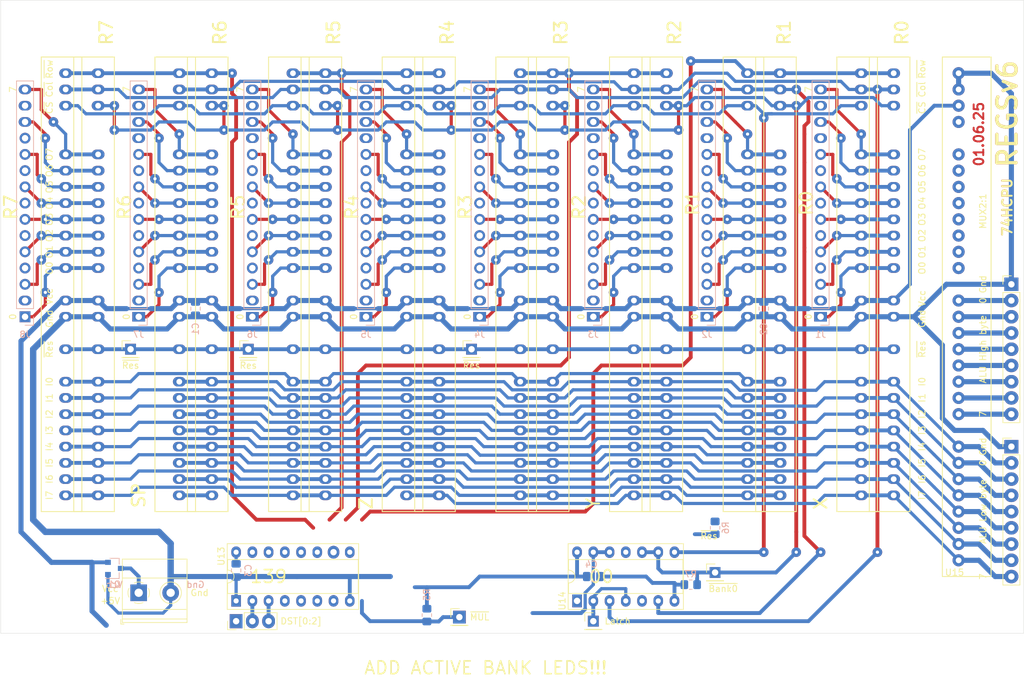
<source format=kicad_pcb>
(kicad_pcb (version 20171130) (host pcbnew "(5.1.8)-1")
  (layers (0 F.Cu signal) (31 B.Cu signal) (34 B.Paste user) (35 F.Paste user) (36 B.SilkS user) (37 F.SilkS user) (38 B.Mask user) (39 F.Mask user) (44 Edge.Cuts user))
  (net 0 "")
  (net 1 /L0)
  (net 2 /L1)
  (net 3 /L2)
  (net 4 /L3)
  (net 5 /L4)
  (net 6 /L5)
  (net 7 /L6)
  (net 8 /L7)
  (net 9 /H0)
  (net 10 /H1)
  (net 11 /H2)
  (net 12 /H3)
  (net 13 /H4)
  (net 14 /H5)
  (net 15 /H6)
  (net 16 /H7)
  (net 17 /R0.7)
  (net 18 /R0.6)
  (net 19 /R0.5)
  (net 20 /R0.4)
  (net 21 /R0.3)
  (net 22 /R0.2)
  (net 23 /R0.1)
  (net 24 /R0.0)
  (net 25 GND)
  (net 26 /R1.7)
  (net 27 /R1.6)
  (net 28 /R1.5)
  (net 29 /R1.4)
  (net 30 /R1.3)
  (net 31 /R1.2)
  (net 32 /R1.1)
  (net 33 /R1.0)
  (net 34 /R2.7)
  (net 35 /R2.6)
  (net 36 /R2.5)
  (net 37 /R2.4)
  (net 38 /R2.3)
  (net 39 /R2.2)
  (net 40 /R2.1)
  (net 41 /R2.0)
  (net 42 /R3.7)
  (net 43 /R3.6)
  (net 44 /R3.5)
  (net 45 /R3.4)
  (net 46 /R3.3)
  (net 47 /R3.2)
  (net 48 /R3.1)
  (net 49 /R3.0)
  (net 50 /R4.7)
  (net 51 /R4.6)
  (net 52 /R4.5)
  (net 53 /R4.4)
  (net 54 /R4.3)
  (net 55 /R4.2)
  (net 56 /R4.1)
  (net 57 /R4.0)
  (net 58 /R5.7)
  (net 59 /R5.6)
  (net 60 /R5.5)
  (net 61 /R5.4)
  (net 62 /R5.3)
  (net 63 /R5.2)
  (net 64 /R5.1)
  (net 65 /R5.0)
  (net 66 /R6.7)
  (net 67 /R6.6)
  (net 68 /R6.5)
  (net 69 /R6.4)
  (net 70 /R6.3)
  (net 71 /R6.2)
  (net 72 /R6.1)
  (net 73 /R6.0)
  (net 74 /R7.7)
  (net 75 /R7.6)
  (net 76 /R7.5)
  (net 77 /R7.4)
  (net 78 /R7.3)
  (net 79 /R7.2)
  (net 80 /R7.1)
  (net 81 /R7.0)
  (net 82 VCC)
  (net 83 /~R0)
  (net 84 /~L)
  (net 85 /~Res)
  (net 86 /~H)
  (net 87 /~R1)
  (net 88 /~R2)
  (net 89 /~R3)
  (net 90 /DST[2])
  (net 91 /DST[1])
  (net 92 /DST[0])
  (net 93 /~MUL)
  (net 94 /Latch)
  (net 95 "Net-(U13-Pad12)")
  (net 96 "Net-(U13-Pad11)")
  (net 97 "Net-(U13-Pad10)")
  (net 98 "Net-(U13-Pad9)")
  (net 99 /ALU_H7)
  (net 100 "Net-(J18-Pad8)")
  (net 101 "Net-(J18-Pad7)")
  (net 102 "Net-(J18-Pad6)")
  (net 103 "Net-(J18-Pad5)")
  (net 104 "Net-(J18-Pad4)")
  (net 105 "Net-(J18-Pad3)")
  (net 106 /ALU_H0)
  (net 107 "Net-(J16-Pad1)")
  (net 108 /~Bank0)
  (net 109 /~Bank1)
  (net 110 "Net-(U14-Pad11)")
  (net 111 "Net-(J1-Pad14)")
  (net 112 "Net-(J1-Pad12)")
  (net 113 "Net-(J1-Pad10)")
  (net 114 "Net-(J1-Pad8)")
  (net 115 "Net-(J1-Pad6)")
  (net 116 "Net-(J1-Pad4)")
  (net 117 "Net-(J1-Pad2)")
  (net 118 "Net-(J2-Pad14)")
  (net 119 "Net-(J2-Pad12)")
  (net 120 "Net-(J2-Pad10)")
  (net 121 "Net-(J2-Pad8)")
  (net 122 "Net-(J2-Pad6)")
  (net 123 "Net-(J2-Pad4)")
  (net 124 "Net-(J2-Pad2)")
  (net 125 "Net-(J3-Pad14)")
  (net 126 "Net-(J3-Pad12)")
  (net 127 "Net-(J3-Pad10)")
  (net 128 "Net-(J3-Pad8)")
  (net 129 "Net-(J3-Pad6)")
  (net 130 "Net-(J3-Pad4)")
  (net 131 "Net-(J3-Pad2)")
  (net 132 "Net-(J4-Pad14)")
  (net 133 "Net-(J4-Pad12)")
  (net 134 "Net-(J4-Pad10)")
  (net 135 "Net-(J4-Pad8)")
  (net 136 "Net-(J4-Pad6)")
  (net 137 "Net-(J4-Pad4)")
  (net 138 "Net-(J4-Pad2)")
  (net 139 "Net-(J5-Pad14)")
  (net 140 "Net-(J5-Pad12)")
  (net 141 "Net-(J5-Pad10)")
  (net 142 "Net-(J5-Pad8)")
  (net 143 "Net-(J5-Pad6)")
  (net 144 "Net-(J5-Pad4)")
  (net 145 "Net-(J5-Pad2)")
  (net 146 "Net-(J6-Pad14)")
  (net 147 "Net-(J6-Pad12)")
  (net 148 "Net-(J6-Pad10)")
  (net 149 "Net-(J6-Pad8)")
  (net 150 "Net-(J6-Pad6)")
  (net 151 "Net-(J6-Pad4)")
  (net 152 "Net-(J6-Pad2)")
  (net 153 "Net-(J7-Pad14)")
  (net 154 "Net-(J7-Pad12)")
  (net 155 "Net-(J7-Pad10)")
  (net 156 "Net-(J7-Pad8)")
  (net 157 "Net-(J7-Pad6)")
  (net 158 "Net-(J7-Pad4)")
  (net 159 "Net-(J7-Pad2)")
  (net 160 "Net-(J8-Pad14)")
  (net 161 "Net-(J8-Pad12)")
  (net 162 "Net-(J8-Pad10)")
  (net 163 "Net-(J8-Pad8)")
  (net 164 "Net-(J8-Pad6)")
  (net 165 "Net-(J8-Pad4)")
  (net 166 "Net-(J8-Pad2)")
  (module Connector_PinSocket_2.54mm:PinSocket_1x15_P2.54mm_Vertical (layer B.Cu) (at 16.51 62.23)
    (fp_text reference J8 (at 0 2.77) (layer B.SilkS) (effects (justify mirror)))
    (fp_text value Conn_01x15_Female)
    (pad 15 thru_hole oval (at 0 -35.56) (size 2 1.5) (drill 1) (layers *.Cu *.Mask) (net 74 /R7.7))
    (pad 14 thru_hole oval (at 0 -33.02) (size 2 1.5) (drill 1) (layers *.Cu *.Mask) (net 160 "Net-(J8-Pad14)"))
    (pad 13 thru_hole oval (at 0 -30.48) (size 2 1.5) (drill 1) (layers *.Cu *.Mask) (net 75 /R7.6))
    (pad 12 thru_hole oval (at 0 -27.94) (size 1.7 1.7) (drill 1) (layers *.Cu *.Mask) (net 161 "Net-(J8-Pad12)"))
    (pad 11 thru_hole oval (at 0 -25.4) (size 1.7 1.7) (drill 1) (layers *.Cu *.Mask) (net 76 /R7.5))
    (pad 10 thru_hole oval (at 0 -22.86) (size 1.7 1.7) (drill 1) (layers *.Cu *.Mask) (net 162 "Net-(J8-Pad10)"))
    (pad 9 thru_hole oval (at 0 -20.32) (size 1.7 1.7) (drill 1) (layers *.Cu *.Mask) (net 77 /R7.4))
    (pad 8 thru_hole oval (at 0 -17.78) (size 1.7 1.7) (drill 1) (layers *.Cu *.Mask) (net 163 "Net-(J8-Pad8)"))
    (pad 7 thru_hole oval (at 0 -15.24) (size 1.7 1.7) (drill 1) (layers *.Cu *.Mask) (net 78 /R7.3))
    (pad 6 thru_hole oval (at 0 -12.7) (size 1.7 1.7) (drill 1) (layers *.Cu *.Mask) (net 164 "Net-(J8-Pad6)"))
    (pad 5 thru_hole oval (at 0 -10.16) (size 1.7 1.7) (drill 1) (layers *.Cu *.Mask) (net 79 /R7.2))
    (pad 4 thru_hole oval (at 0 -7.62) (size 1.7 1.7) (drill 1) (layers *.Cu *.Mask) (net 165 "Net-(J8-Pad4)"))
    (pad 3 thru_hole oval (at 0 -5.08) (size 1.7 1.7) (drill 1) (layers *.Cu *.Mask) (net 80 /R7.1))
    (pad 2 thru_hole oval (at 0 -2.54) (size 2 1.5) (drill 1) (layers *.Cu *.Mask) (net 166 "Net-(J8-Pad2)"))
    (pad 1 thru_hole rect (at 0 0) (size 1.7 1.7) (drill 1) (layers *.Cu *.Mask) (net 81 /R7.0))
  )
  (module Connector_PinSocket_2.54mm:PinSocket_1x15_P2.54mm_Vertical (layer B.Cu) (at 34.29 62.23)
    (fp_text reference J7 (at 0 2.77) (layer B.SilkS) (effects (justify mirror)))
    (fp_text value Conn_01x15_Female)
    (pad 15 thru_hole oval (at 0 -35.56) (size 2 1.5) (drill 1) (layers *.Cu *.Mask) (net 66 /R6.7))
    (pad 14 thru_hole oval (at 0 -33.02) (size 2 1.5) (drill 1) (layers *.Cu *.Mask) (net 153 "Net-(J7-Pad14)"))
    (pad 13 thru_hole oval (at 0 -30.48) (size 2 1.5) (drill 1) (layers *.Cu *.Mask) (net 67 /R6.6))
    (pad 12 thru_hole oval (at 0 -27.94) (size 2 1.5) (drill 1) (layers *.Cu *.Mask) (net 154 "Net-(J7-Pad12)"))
    (pad 11 thru_hole oval (at 0 -25.4) (size 1.7 1.7) (drill 1) (layers *.Cu *.Mask) (net 68 /R6.5))
    (pad 10 thru_hole oval (at 0 -22.86) (size 1.7 1.7) (drill 1) (layers *.Cu *.Mask) (net 155 "Net-(J7-Pad10)"))
    (pad 9 thru_hole oval (at 0 -20.32) (size 1.7 1.7) (drill 1) (layers *.Cu *.Mask) (net 69 /R6.4))
    (pad 8 thru_hole oval (at 0 -17.78) (size 1.7 1.7) (drill 1) (layers *.Cu *.Mask) (net 156 "Net-(J7-Pad8)"))
    (pad 7 thru_hole oval (at 0 -15.24) (size 1.7 1.7) (drill 1) (layers *.Cu *.Mask) (net 70 /R6.3))
    (pad 6 thru_hole oval (at 0 -12.7) (size 1.7 1.7) (drill 1) (layers *.Cu *.Mask) (net 157 "Net-(J7-Pad6)"))
    (pad 5 thru_hole oval (at 0 -10.16) (size 1.7 1.7) (drill 1) (layers *.Cu *.Mask) (net 71 /R6.2))
    (pad 4 thru_hole oval (at 0 -7.62) (size 1.7 1.7) (drill 1) (layers *.Cu *.Mask) (net 158 "Net-(J7-Pad4)"))
    (pad 3 thru_hole oval (at 0 -5.08) (size 1.7 1.7) (drill 1) (layers *.Cu *.Mask) (net 72 /R6.1))
    (pad 2 thru_hole oval (at 0 -2.54) (size 2 1.5) (drill 1) (layers *.Cu *.Mask) (net 159 "Net-(J7-Pad2)"))
    (pad 1 thru_hole rect (at 0 0) (size 2 1.5) (drill 1) (layers *.Cu *.Mask) (net 73 /R6.0))
  )
  (module Connector_PinSocket_2.54mm:PinSocket_1x15_P2.54mm_Vertical (layer B.Cu) (at 52.07 62.23)
    (fp_text reference J6 (at 0 2.77) (layer B.SilkS) (effects (justify mirror)))
    (fp_text value Conn_01x15_Female)
    (pad 15 thru_hole oval (at 0 -35.56) (size 2 1.5) (drill 1) (layers *.Cu *.Mask) (net 58 /R5.7))
    (pad 14 thru_hole oval (at 0 -33.02) (size 2 1.5) (drill 1) (layers *.Cu *.Mask) (net 146 "Net-(J6-Pad14)"))
    (pad 13 thru_hole oval (at 0 -30.48) (size 2 1.5) (drill 1) (layers *.Cu *.Mask) (net 59 /R5.6))
    (pad 12 thru_hole oval (at 0 -27.94) (size 2 1.5) (drill 1) (layers *.Cu *.Mask) (net 147 "Net-(J6-Pad12)"))
    (pad 11 thru_hole oval (at 0 -25.4) (size 1.7 1.7) (drill 1) (layers *.Cu *.Mask) (net 60 /R5.5))
    (pad 10 thru_hole oval (at 0 -22.86) (size 1.7 1.7) (drill 1) (layers *.Cu *.Mask) (net 148 "Net-(J6-Pad10)"))
    (pad 9 thru_hole oval (at 0 -20.32) (size 1.7 1.7) (drill 1) (layers *.Cu *.Mask) (net 61 /R5.4))
    (pad 8 thru_hole oval (at 0 -17.78) (size 1.7 1.7) (drill 1) (layers *.Cu *.Mask) (net 149 "Net-(J6-Pad8)"))
    (pad 7 thru_hole oval (at 0 -15.24) (size 1.7 1.7) (drill 1) (layers *.Cu *.Mask) (net 62 /R5.3))
    (pad 6 thru_hole oval (at 0 -12.7) (size 1.7 1.7) (drill 1) (layers *.Cu *.Mask) (net 150 "Net-(J6-Pad6)"))
    (pad 5 thru_hole oval (at 0 -10.16) (size 1.7 1.7) (drill 1) (layers *.Cu *.Mask) (net 63 /R5.2))
    (pad 4 thru_hole oval (at 0 -7.62) (size 1.7 1.7) (drill 1) (layers *.Cu *.Mask) (net 151 "Net-(J6-Pad4)"))
    (pad 3 thru_hole oval (at 0 -5.08) (size 1.7 1.7) (drill 1) (layers *.Cu *.Mask) (net 64 /R5.1))
    (pad 2 thru_hole oval (at 0 -2.54) (size 2 1.5) (drill 1) (layers *.Cu *.Mask) (net 152 "Net-(J6-Pad2)"))
    (pad 1 thru_hole rect (at 0 0) (size 2 1.5) (drill 1) (layers *.Cu *.Mask) (net 65 /R5.0))
  )
  (module Connector_PinSocket_2.54mm:PinSocket_1x15_P2.54mm_Vertical (layer B.Cu) (at 69.85 62.23)
    (fp_text reference J5 (at 0 2.77) (layer B.SilkS) (effects (justify mirror)))
    (fp_text value Conn_01x15_Female)
    (pad 15 thru_hole oval (at 0 -35.56) (size 2 1.5) (drill 1) (layers *.Cu *.Mask) (net 50 /R4.7))
    (pad 14 thru_hole oval (at 0 -33.02) (size 2 1.5) (drill 1) (layers *.Cu *.Mask) (net 139 "Net-(J5-Pad14)"))
    (pad 13 thru_hole oval (at 0 -30.48) (size 2 1.5) (drill 1) (layers *.Cu *.Mask) (net 51 /R4.6))
    (pad 12 thru_hole oval (at 0 -27.94) (size 2 1.5) (drill 1) (layers *.Cu *.Mask) (net 140 "Net-(J5-Pad12)"))
    (pad 11 thru_hole oval (at 0 -25.4) (size 1.7 1.7) (drill 1) (layers *.Cu *.Mask) (net 52 /R4.5))
    (pad 10 thru_hole oval (at 0 -22.86) (size 1.7 1.7) (drill 1) (layers *.Cu *.Mask) (net 141 "Net-(J5-Pad10)"))
    (pad 9 thru_hole oval (at 0 -20.32) (size 1.7 1.7) (drill 1) (layers *.Cu *.Mask) (net 53 /R4.4))
    (pad 8 thru_hole oval (at 0 -17.78) (size 1.7 1.7) (drill 1) (layers *.Cu *.Mask) (net 142 "Net-(J5-Pad8)"))
    (pad 7 thru_hole oval (at 0 -15.24) (size 1.7 1.7) (drill 1) (layers *.Cu *.Mask) (net 54 /R4.3))
    (pad 6 thru_hole oval (at 0 -12.7) (size 1.7 1.7) (drill 1) (layers *.Cu *.Mask) (net 143 "Net-(J5-Pad6)"))
    (pad 5 thru_hole oval (at 0 -10.16) (size 1.7 1.7) (drill 1) (layers *.Cu *.Mask) (net 55 /R4.2))
    (pad 4 thru_hole oval (at 0 -7.62) (size 1.7 1.7) (drill 1) (layers *.Cu *.Mask) (net 144 "Net-(J5-Pad4)"))
    (pad 3 thru_hole oval (at 0 -5.08) (size 1.7 1.7) (drill 1) (layers *.Cu *.Mask) (net 56 /R4.1))
    (pad 2 thru_hole oval (at 0 -2.54) (size 2 1.5) (drill 1) (layers *.Cu *.Mask) (net 145 "Net-(J5-Pad2)"))
    (pad 1 thru_hole rect (at 0 0) (size 2 1.5) (drill 1) (layers *.Cu *.Mask) (net 57 /R4.0))
  )
  (module Connector_PinSocket_2.54mm:PinSocket_1x15_P2.54mm_Vertical (layer B.Cu) (at 87.63 62.23)
    (fp_text reference J4 (at 0 2.77) (layer B.SilkS) (effects (justify mirror)))
    (fp_text value Conn_01x15_Female)
    (pad 15 thru_hole oval (at 0 -35.56) (size 2 1.5) (drill 1) (layers *.Cu *.Mask) (net 42 /R3.7))
    (pad 14 thru_hole oval (at 0 -33.02) (size 2 1.5) (drill 1) (layers *.Cu *.Mask) (net 132 "Net-(J4-Pad14)"))
    (pad 13 thru_hole oval (at 0 -30.48) (size 2 1.5) (drill 1) (layers *.Cu *.Mask) (net 43 /R3.6))
    (pad 12 thru_hole oval (at 0 -27.94) (size 2 1.5) (drill 1) (layers *.Cu *.Mask) (net 133 "Net-(J4-Pad12)"))
    (pad 11 thru_hole oval (at 0 -25.4) (size 1.7 1.7) (drill 1) (layers *.Cu *.Mask) (net 44 /R3.5))
    (pad 10 thru_hole oval (at 0 -22.86) (size 1.7 1.7) (drill 1) (layers *.Cu *.Mask) (net 134 "Net-(J4-Pad10)"))
    (pad 9 thru_hole oval (at 0 -20.32) (size 1.7 1.7) (drill 1) (layers *.Cu *.Mask) (net 45 /R3.4))
    (pad 8 thru_hole oval (at 0 -17.78) (size 1.7 1.7) (drill 1) (layers *.Cu *.Mask) (net 135 "Net-(J4-Pad8)"))
    (pad 7 thru_hole oval (at 0 -15.24) (size 1.7 1.7) (drill 1) (layers *.Cu *.Mask) (net 46 /R3.3))
    (pad 6 thru_hole oval (at 0 -12.7) (size 1.7 1.7) (drill 1) (layers *.Cu *.Mask) (net 136 "Net-(J4-Pad6)"))
    (pad 5 thru_hole oval (at 0 -10.16) (size 1.7 1.7) (drill 1) (layers *.Cu *.Mask) (net 47 /R3.2))
    (pad 4 thru_hole oval (at 0 -7.62) (size 1.7 1.7) (drill 1) (layers *.Cu *.Mask) (net 137 "Net-(J4-Pad4)"))
    (pad 3 thru_hole oval (at 0 -5.08) (size 1.7 1.7) (drill 1) (layers *.Cu *.Mask) (net 48 /R3.1))
    (pad 2 thru_hole oval (at 0 -2.54) (size 2 1.5) (drill 1) (layers *.Cu *.Mask) (net 138 "Net-(J4-Pad2)"))
    (pad 1 thru_hole rect (at 0 0) (size 2 1.5) (drill 1) (layers *.Cu *.Mask) (net 49 /R3.0))
  )
  (module Connector_PinSocket_2.54mm:PinSocket_1x15_P2.54mm_Vertical (layer B.Cu) (at 105.41 62.23)
    (fp_text reference J3 (at 0 2.77) (layer B.SilkS) (effects (justify mirror)))
    (fp_text value Conn_01x15_Female)
    (pad 15 thru_hole oval (at 0 -35.56) (size 2 1.5) (drill 1) (layers *.Cu *.Mask) (net 34 /R2.7))
    (pad 14 thru_hole oval (at 0 -33.02) (size 2 1.5) (drill 1) (layers *.Cu *.Mask) (net 125 "Net-(J3-Pad14)"))
    (pad 13 thru_hole oval (at 0 -30.48) (size 2 1.5) (drill 1) (layers *.Cu *.Mask) (net 35 /R2.6))
    (pad 12 thru_hole oval (at 0 -27.94) (size 2 1.5) (drill 1) (layers *.Cu *.Mask) (net 126 "Net-(J3-Pad12)"))
    (pad 11 thru_hole oval (at 0 -25.4) (size 1.7 1.7) (drill 1) (layers *.Cu *.Mask) (net 36 /R2.5))
    (pad 10 thru_hole oval (at 0 -22.86) (size 1.7 1.7) (drill 1) (layers *.Cu *.Mask) (net 127 "Net-(J3-Pad10)"))
    (pad 9 thru_hole oval (at 0 -20.32) (size 1.7 1.7) (drill 1) (layers *.Cu *.Mask) (net 37 /R2.4))
    (pad 8 thru_hole oval (at 0 -17.78) (size 1.7 1.7) (drill 1) (layers *.Cu *.Mask) (net 128 "Net-(J3-Pad8)"))
    (pad 7 thru_hole oval (at 0 -15.24) (size 1.7 1.7) (drill 1) (layers *.Cu *.Mask) (net 38 /R2.3))
    (pad 6 thru_hole oval (at 0 -12.7) (size 1.7 1.7) (drill 1) (layers *.Cu *.Mask) (net 129 "Net-(J3-Pad6)"))
    (pad 5 thru_hole oval (at 0 -10.16) (size 1.7 1.7) (drill 1) (layers *.Cu *.Mask) (net 39 /R2.2))
    (pad 4 thru_hole oval (at 0 -7.62) (size 1.7 1.7) (drill 1) (layers *.Cu *.Mask) (net 130 "Net-(J3-Pad4)"))
    (pad 3 thru_hole oval (at 0 -5.08) (size 1.7 1.7) (drill 1) (layers *.Cu *.Mask) (net 40 /R2.1))
    (pad 2 thru_hole oval (at 0 -2.54) (size 2 1.5) (drill 1) (layers *.Cu *.Mask) (net 131 "Net-(J3-Pad2)"))
    (pad 1 thru_hole rect (at 0 0) (size 2 1.5) (drill 1) (layers *.Cu *.Mask) (net 41 /R2.0))
  )
  (module Connector_PinSocket_2.54mm:PinSocket_1x15_P2.54mm_Vertical (layer B.Cu) (at 123.19 62.23)
    (fp_text reference J2 (at 0 2.77) (layer B.SilkS) (effects (justify mirror)))
    (fp_text value Conn_01x15_Female)
    (pad 15 thru_hole oval (at 0 -35.56) (size 2 1.5) (drill 1) (layers *.Cu *.Mask) (net 26 /R1.7))
    (pad 14 thru_hole oval (at 0 -33.02) (size 2 1.5) (drill 1) (layers *.Cu *.Mask) (net 118 "Net-(J2-Pad14)"))
    (pad 13 thru_hole oval (at 0 -30.48) (size 2 1.5) (drill 1) (layers *.Cu *.Mask) (net 27 /R1.6))
    (pad 12 thru_hole oval (at 0 -27.94) (size 2 1.5) (drill 1) (layers *.Cu *.Mask) (net 119 "Net-(J2-Pad12)"))
    (pad 11 thru_hole oval (at 0 -25.4) (size 1.7 1.7) (drill 1) (layers *.Cu *.Mask) (net 28 /R1.5))
    (pad 10 thru_hole oval (at 0 -22.86) (size 1.7 1.7) (drill 1) (layers *.Cu *.Mask) (net 120 "Net-(J2-Pad10)"))
    (pad 9 thru_hole oval (at 0 -20.32) (size 1.7 1.7) (drill 1) (layers *.Cu *.Mask) (net 29 /R1.4))
    (pad 8 thru_hole oval (at 0 -17.78) (size 1.7 1.7) (drill 1) (layers *.Cu *.Mask) (net 121 "Net-(J2-Pad8)"))
    (pad 7 thru_hole oval (at 0 -15.24) (size 1.7 1.7) (drill 1) (layers *.Cu *.Mask) (net 30 /R1.3))
    (pad 6 thru_hole oval (at 0 -12.7) (size 1.7 1.7) (drill 1) (layers *.Cu *.Mask) (net 122 "Net-(J2-Pad6)"))
    (pad 5 thru_hole oval (at 0 -10.16) (size 1.7 1.7) (drill 1) (layers *.Cu *.Mask) (net 31 /R1.2))
    (pad 4 thru_hole oval (at 0 -7.62) (size 1.7 1.7) (drill 1) (layers *.Cu *.Mask) (net 123 "Net-(J2-Pad4)"))
    (pad 3 thru_hole oval (at 0 -5.08) (size 1.7 1.7) (drill 1) (layers *.Cu *.Mask) (net 32 /R1.1))
    (pad 2 thru_hole oval (at 0 -2.54) (size 2 1.5) (drill 1) (layers *.Cu *.Mask) (net 124 "Net-(J2-Pad2)"))
    (pad 1 thru_hole rect (at 0 0) (size 2 1.5) (drill 1) (layers *.Cu *.Mask) (net 33 /R1.0))
  )
  (module Connector_PinSocket_2.54mm:PinSocket_1x15_P2.54mm_Vertical (layer B.Cu) (at 140.97 62.23)
    (fp_text reference J1 (at 0 2.77) (layer B.SilkS) (effects (justify mirror)))
    (fp_text value Conn_01x15_Female)
    (pad 15 thru_hole oval (at 0 -35.56) (size 2 1.5) (drill 1) (layers *.Cu *.Mask) (net 17 /R0.7))
    (pad 14 thru_hole oval (at 0 -33.02) (size 2 1.5) (drill 1) (layers *.Cu *.Mask) (net 111 "Net-(J1-Pad14)"))
    (pad 13 thru_hole oval (at 0 -30.48) (size 2 1.5) (drill 1) (layers *.Cu *.Mask) (net 18 /R0.6))
    (pad 12 thru_hole oval (at 0 -27.94) (size 2 1.5) (drill 1) (layers *.Cu *.Mask) (net 112 "Net-(J1-Pad12)"))
    (pad 11 thru_hole oval (at 0 -25.4) (size 1.7 1.7) (drill 1) (layers *.Cu *.Mask) (net 19 /R0.5))
    (pad 10 thru_hole oval (at 0 -22.86) (size 1.7 1.7) (drill 1) (layers *.Cu *.Mask) (net 113 "Net-(J1-Pad10)"))
    (pad 9 thru_hole oval (at 0 -20.32) (size 1.7 1.7) (drill 1) (layers *.Cu *.Mask) (net 20 /R0.4))
    (pad 8 thru_hole oval (at 0 -17.78) (size 1.7 1.7) (drill 1) (layers *.Cu *.Mask) (net 114 "Net-(J1-Pad8)"))
    (pad 7 thru_hole oval (at 0 -15.24) (size 1.7 1.7) (drill 1) (layers *.Cu *.Mask) (net 21 /R0.3))
    (pad 6 thru_hole oval (at 0 -12.7) (size 1.7 1.7) (drill 1) (layers *.Cu *.Mask) (net 115 "Net-(J1-Pad6)"))
    (pad 5 thru_hole oval (at 0 -10.16) (size 1.7 1.7) (drill 1) (layers *.Cu *.Mask) (net 22 /R0.2))
    (pad 4 thru_hole oval (at 0 -7.62) (size 1.7 1.7) (drill 1) (layers *.Cu *.Mask) (net 116 "Net-(J1-Pad4)"))
    (pad 3 thru_hole oval (at 0 -5.08) (size 1.7 1.7) (drill 1) (layers *.Cu *.Mask) (net 23 /R0.1))
    (pad 2 thru_hole oval (at 0 -2.54) (size 2 1.5) (drill 1) (layers *.Cu *.Mask) (net 117 "Net-(J1-Pad2)"))
    (pad 1 thru_hole rect (at 0 0) (size 2 1.5) (drill 1) (layers *.Cu *.Mask) (net 24 /R0.0))
  )
  (module Connector_PinHeader_2.54mm:PinHeader_1x01_P2.54mm_Vertical (layer F.Cu) (at 33.02 67.31)
    (fp_text reference J19 hide)
    (fp_text value Conn_01x01_Male)
    (pad 1 thru_hole rect (at 0 0) (size 1.7 1.7) (drill 1) (layers *.Cu *.Mask) (net 85 /~Res))
  )
  (module Connector_PinHeader_2.54mm:PinHeader_1x01_P2.54mm_Vertical (layer F.Cu) (at 51.435 67.31)
    (fp_text reference J20 hide)
    (fp_text value Conn_01x01_Male)
    (pad 1 thru_hole rect (at 0 0) (size 1.7 1.7) (drill 1) (layers *.Cu *.Mask) (net 85 /~Res))
  )
  (module Resistor_SMD:R_0805_2012Metric_Pad1.20x1.40mm_HandSolder (layer B.Cu) (at 79.375 108.9025 90)
    (fp_text reference R5 (at 3.175 0 90) (layer B.SilkS) (effects (justify mirror)))
    (fp_text value 10k)
    (pad 2 smd roundrect (at 1 0 90) (size 1.2 1.4) (layers B.Cu B.Paste B.Mask) (roundrect_rratio 0.2083325) (net 82 VCC))
    (pad 1 smd roundrect (at -1 0 90) (size 1.2 1.4) (layers B.Cu B.Paste B.Mask) (roundrect_rratio 0.2083325) (net 93 /~MUL))
  )
  (module CommonLibrary:REG_CNT (layer F.Cu) (at 22.86 90.17 180)
    (fp_text reference U19 hide)
    (fp_text value REG_CNT)
    (pad 22 thru_hole oval (at 0 66.04 180) (size 2 1.5) (drill 0.9) (layers *.Cu *.Mask) (net 89 /~R3))
    (pad 21 thru_hole oval (at 0 63.5 180) (size 2 1.5) (drill 0.9) (layers *.Cu *.Mask) (net 86 /~H))
    (pad 20 thru_hole oval (at 0 60.96 180) (size 2 1.5) (drill 0.9) (layers *.Cu *.Mask) (net 109 /~Bank1))
    (pad 19 thru_hole oval (at 0 53.34 180) (size 2 1.5) (drill 0.9) (layers *.Cu *.Mask) (net 74 /R7.7))
    (pad 18 thru_hole oval (at 0 50.8 180) (size 2 1.5) (drill 0.9) (layers *.Cu *.Mask) (net 75 /R7.6))
    (pad 17 thru_hole oval (at 0 48.26 180) (size 2 1.5) (drill 0.9) (layers *.Cu *.Mask) (net 76 /R7.5))
    (pad 16 thru_hole oval (at 0 45.72 180) (size 2 1.5) (drill 0.9) (layers *.Cu *.Mask) (net 77 /R7.4))
    (pad 15 thru_hole oval (at 0 43.18 180) (size 2 1.5) (drill 0.9) (layers *.Cu *.Mask) (net 78 /R7.3))
    (pad 14 thru_hole oval (at 0 40.64 180) (size 2 1.5) (drill 0.9) (layers *.Cu *.Mask) (net 79 /R7.2))
    (pad 13 thru_hole oval (at 0 38.1 180) (size 2 1.5) (drill 0.9) (layers *.Cu *.Mask) (net 80 /R7.1))
    (pad 12 thru_hole oval (at 0 35.56 180) (size 2 1.5) (drill 0.9) (layers *.Cu *.Mask) (net 81 /R7.0))
    (pad 11 thru_hole oval (at 0 30.48 180) (size 2 1.5) (drill 0.9) (layers *.Cu *.Mask) (net 82 VCC))
    (pad 10 thru_hole oval (at 0 27.94 180) (size 2 1.5) (drill 0.9) (layers *.Cu *.Mask) (net 25 GND))
    (pad 9 thru_hole oval (at 0 22.86 180) (size 2 1.5) (drill 0.9) (layers *.Cu *.Mask) (net 85 /~Res))
    (pad 8 thru_hole oval (at 0 17.78 180) (size 2 1.5) (drill 0.9) (layers *.Cu *.Mask) (net 9 /H0))
    (pad 7 thru_hole oval (at 0 15.24 180) (size 2 1.5) (drill 0.9) (layers *.Cu *.Mask) (net 10 /H1))
    (pad 6 thru_hole oval (at 0 12.7 180) (size 2 1.5) (drill 0.9) (layers *.Cu *.Mask) (net 11 /H2))
    (pad 5 thru_hole oval (at 0 10.16 180) (size 2 1.5) (drill 0.9) (layers *.Cu *.Mask) (net 12 /H3))
    (pad 4 thru_hole oval (at 0 7.62 180) (size 2 1.5) (drill 0.9) (layers *.Cu *.Mask) (net 13 /H4))
    (pad 3 thru_hole oval (at 0 5.08 180) (size 2 1.5) (drill 0.9) (layers *.Cu *.Mask) (net 14 /H5))
    (pad 2 thru_hole oval (at 0 2.54 180) (size 2 1.5) (drill 0.9) (layers *.Cu *.Mask) (net 15 /H6))
    (pad 1 thru_hole oval (at 0 0 180) (size 2 1.5) (drill 0.9) (layers *.Cu *.Mask) (net 16 /H7))
  )
  (module CommonLibrary:REG_CNT (layer F.Cu) (at 40.64 90.17 180)
    (fp_text reference U18 hide)
    (fp_text value REG_CNT)
    (pad 22 thru_hole oval (at 0 66.04 180) (size 2 1.5) (drill 0.9) (layers *.Cu *.Mask) (net 89 /~R3))
    (pad 21 thru_hole oval (at 0 63.5 180) (size 2 1.5) (drill 0.9) (layers *.Cu *.Mask) (net 84 /~L))
    (pad 20 thru_hole oval (at 0 60.96 180) (size 2 1.5) (drill 0.9) (layers *.Cu *.Mask) (net 109 /~Bank1))
    (pad 19 thru_hole oval (at 0 53.34 180) (size 2 1.5) (drill 0.9) (layers *.Cu *.Mask) (net 66 /R6.7))
    (pad 18 thru_hole oval (at 0 50.8 180) (size 2 1.5) (drill 0.9) (layers *.Cu *.Mask) (net 67 /R6.6))
    (pad 17 thru_hole oval (at 0 48.26 180) (size 2 1.5) (drill 0.9) (layers *.Cu *.Mask) (net 68 /R6.5))
    (pad 16 thru_hole oval (at 0 45.72 180) (size 2 1.5) (drill 0.9) (layers *.Cu *.Mask) (net 69 /R6.4))
    (pad 15 thru_hole oval (at 0 43.18 180) (size 2 1.5) (drill 0.9) (layers *.Cu *.Mask) (net 70 /R6.3))
    (pad 14 thru_hole oval (at 0 40.64 180) (size 2 1.5) (drill 0.9) (layers *.Cu *.Mask) (net 71 /R6.2))
    (pad 13 thru_hole oval (at 0 38.1 180) (size 2 1.5) (drill 0.9) (layers *.Cu *.Mask) (net 72 /R6.1))
    (pad 12 thru_hole oval (at 0 35.56 180) (size 2 1.5) (drill 0.9) (layers *.Cu *.Mask) (net 73 /R6.0))
    (pad 11 thru_hole oval (at 0 30.48 180) (size 2 1.5) (drill 0.9) (layers *.Cu *.Mask) (net 82 VCC))
    (pad 10 thru_hole oval (at 0 27.94 180) (size 2 1.5) (drill 0.9) (layers *.Cu *.Mask) (net 25 GND))
    (pad 9 thru_hole oval (at 0 22.86 180) (size 2 1.5) (drill 0.9) (layers *.Cu *.Mask) (net 85 /~Res))
    (pad 8 thru_hole oval (at 0 17.78 180) (size 2 1.5) (drill 0.9) (layers *.Cu *.Mask) (net 1 /L0))
    (pad 7 thru_hole oval (at 0 15.24 180) (size 2 1.5) (drill 0.9) (layers *.Cu *.Mask) (net 2 /L1))
    (pad 6 thru_hole oval (at 0 12.7 180) (size 2 1.5) (drill 0.9) (layers *.Cu *.Mask) (net 3 /L2))
    (pad 5 thru_hole oval (at 0 10.16 180) (size 2 1.5) (drill 0.9) (layers *.Cu *.Mask) (net 4 /L3))
    (pad 4 thru_hole oval (at 0 7.62 180) (size 2 1.5) (drill 0.9) (layers *.Cu *.Mask) (net 5 /L4))
    (pad 3 thru_hole oval (at 0 5.08 180) (size 2 1.5) (drill 0.9) (layers *.Cu *.Mask) (net 6 /L5))
    (pad 2 thru_hole oval (at 0 2.54 180) (size 2 1.5) (drill 0.9) (layers *.Cu *.Mask) (net 7 /L6))
    (pad 1 thru_hole oval (at 0 0 180) (size 2 1.5) (drill 0.9) (layers *.Cu *.Mask) (net 8 /L7))
  )
  (module CommonLibrary:REG_CNT (layer F.Cu) (at 58.42 90.17 180)
    (fp_text reference U17 hide)
    (fp_text value REG_CNT)
    (pad 22 thru_hole oval (at 0 66.04 180) (size 2 1.5) (drill 0.9) (layers *.Cu *.Mask) (net 88 /~R2))
    (pad 21 thru_hole oval (at 0 63.5 180) (size 2 1.5) (drill 0.9) (layers *.Cu *.Mask) (net 86 /~H))
    (pad 20 thru_hole oval (at 0 60.96 180) (size 2 1.5) (drill 0.9) (layers *.Cu *.Mask) (net 109 /~Bank1))
    (pad 19 thru_hole oval (at 0 53.34 180) (size 2 1.5) (drill 0.9) (layers *.Cu *.Mask) (net 58 /R5.7))
    (pad 18 thru_hole oval (at 0 50.8 180) (size 2 1.5) (drill 0.9) (layers *.Cu *.Mask) (net 59 /R5.6))
    (pad 17 thru_hole oval (at 0 48.26 180) (size 2 1.5) (drill 0.9) (layers *.Cu *.Mask) (net 60 /R5.5))
    (pad 16 thru_hole oval (at 0 45.72 180) (size 2 1.5) (drill 0.9) (layers *.Cu *.Mask) (net 61 /R5.4))
    (pad 15 thru_hole oval (at 0 43.18 180) (size 2 1.5) (drill 0.9) (layers *.Cu *.Mask) (net 62 /R5.3))
    (pad 14 thru_hole oval (at 0 40.64 180) (size 2 1.5) (drill 0.9) (layers *.Cu *.Mask) (net 63 /R5.2))
    (pad 13 thru_hole oval (at 0 38.1 180) (size 2 1.5) (drill 0.9) (layers *.Cu *.Mask) (net 64 /R5.1))
    (pad 12 thru_hole oval (at 0 35.56 180) (size 2 1.5) (drill 0.9) (layers *.Cu *.Mask) (net 65 /R5.0))
    (pad 11 thru_hole oval (at 0 30.48 180) (size 2 1.5) (drill 0.9) (layers *.Cu *.Mask) (net 82 VCC))
    (pad 10 thru_hole oval (at 0 27.94 180) (size 2 1.5) (drill 0.9) (layers *.Cu *.Mask) (net 25 GND))
    (pad 9 thru_hole oval (at 0 22.86 180) (size 2 1.5) (drill 0.9) (layers *.Cu *.Mask) (net 85 /~Res))
    (pad 8 thru_hole oval (at 0 17.78 180) (size 2 1.5) (drill 0.9) (layers *.Cu *.Mask) (net 9 /H0))
    (pad 7 thru_hole oval (at 0 15.24 180) (size 2 1.5) (drill 0.9) (layers *.Cu *.Mask) (net 10 /H1))
    (pad 6 thru_hole oval (at 0 12.7 180) (size 2 1.5) (drill 0.9) (layers *.Cu *.Mask) (net 11 /H2))
    (pad 5 thru_hole oval (at 0 10.16 180) (size 2 1.5) (drill 0.9) (layers *.Cu *.Mask) (net 12 /H3))
    (pad 4 thru_hole oval (at 0 7.62 180) (size 2 1.5) (drill 0.9) (layers *.Cu *.Mask) (net 13 /H4))
    (pad 3 thru_hole oval (at 0 5.08 180) (size 2 1.5) (drill 0.9) (layers *.Cu *.Mask) (net 14 /H5))
    (pad 2 thru_hole oval (at 0 2.54 180) (size 2 1.5) (drill 0.9) (layers *.Cu *.Mask) (net 15 /H6))
    (pad 1 thru_hole oval (at 0 0 180) (size 2 1.5) (drill 0.9) (layers *.Cu *.Mask) (net 16 /H7))
  )
  (module CommonLibrary:REG_CNT (layer F.Cu) (at 76.2 90.17 180)
    (fp_text reference U16 hide)
    (fp_text value REG_CNT)
    (pad 22 thru_hole oval (at 0 66.04 180) (size 2 1.5) (drill 0.9) (layers *.Cu *.Mask) (net 88 /~R2))
    (pad 21 thru_hole oval (at 0 63.5 180) (size 2 1.5) (drill 0.9) (layers *.Cu *.Mask) (net 84 /~L))
    (pad 20 thru_hole oval (at 0 60.96 180) (size 2 1.5) (drill 0.9) (layers *.Cu *.Mask) (net 109 /~Bank1))
    (pad 19 thru_hole oval (at 0 53.34 180) (size 2 1.5) (drill 0.9) (layers *.Cu *.Mask) (net 50 /R4.7))
    (pad 18 thru_hole oval (at 0 50.8 180) (size 2 1.5) (drill 0.9) (layers *.Cu *.Mask) (net 51 /R4.6))
    (pad 17 thru_hole oval (at 0 48.26 180) (size 2 1.5) (drill 0.9) (layers *.Cu *.Mask) (net 52 /R4.5))
    (pad 16 thru_hole oval (at 0 45.72 180) (size 2 1.5) (drill 0.9) (layers *.Cu *.Mask) (net 53 /R4.4))
    (pad 15 thru_hole oval (at 0 43.18 180) (size 2 1.5) (drill 0.9) (layers *.Cu *.Mask) (net 54 /R4.3))
    (pad 14 thru_hole oval (at 0 40.64 180) (size 2 1.5) (drill 0.9) (layers *.Cu *.Mask) (net 55 /R4.2))
    (pad 13 thru_hole oval (at 0 38.1 180) (size 2 1.5) (drill 0.9) (layers *.Cu *.Mask) (net 56 /R4.1))
    (pad 12 thru_hole oval (at 0 35.56 180) (size 2 1.5) (drill 0.9) (layers *.Cu *.Mask) (net 57 /R4.0))
    (pad 11 thru_hole oval (at 0 30.48 180) (size 2 1.5) (drill 0.9) (layers *.Cu *.Mask) (net 82 VCC))
    (pad 10 thru_hole oval (at 0 27.94 180) (size 2 1.5) (drill 0.9) (layers *.Cu *.Mask) (net 25 GND))
    (pad 9 thru_hole oval (at 0 22.86 180) (size 2 1.5) (drill 0.9) (layers *.Cu *.Mask) (net 85 /~Res))
    (pad 8 thru_hole oval (at 0 17.78 180) (size 2 1.5) (drill 0.9) (layers *.Cu *.Mask) (net 1 /L0))
    (pad 7 thru_hole oval (at 0 15.24 180) (size 2 1.5) (drill 0.9) (layers *.Cu *.Mask) (net 2 /L1))
    (pad 6 thru_hole oval (at 0 12.7 180) (size 2 1.5) (drill 0.9) (layers *.Cu *.Mask) (net 3 /L2))
    (pad 5 thru_hole oval (at 0 10.16 180) (size 2 1.5) (drill 0.9) (layers *.Cu *.Mask) (net 4 /L3))
    (pad 4 thru_hole oval (at 0 7.62 180) (size 2 1.5) (drill 0.9) (layers *.Cu *.Mask) (net 5 /L4))
    (pad 3 thru_hole oval (at 0 5.08 180) (size 2 1.5) (drill 0.9) (layers *.Cu *.Mask) (net 6 /L5))
    (pad 2 thru_hole oval (at 0 2.54 180) (size 2 1.5) (drill 0.9) (layers *.Cu *.Mask) (net 7 /L6))
    (pad 1 thru_hole oval (at 0 0 180) (size 2 1.5) (drill 0.9) (layers *.Cu *.Mask) (net 8 /L7))
  )
  (module CommonLibrary:REG_CNT (layer F.Cu) (at 93.98 90.17 180)
    (fp_text reference U12 hide)
    (fp_text value REG_CNT)
    (pad 22 thru_hole oval (at 0 66.04 180) (size 2 1.5) (drill 0.9) (layers *.Cu *.Mask) (net 87 /~R1))
    (pad 21 thru_hole oval (at 0 63.5 180) (size 2 1.5) (drill 0.9) (layers *.Cu *.Mask) (net 86 /~H))
    (pad 20 thru_hole oval (at 0 60.96 180) (size 2 1.5) (drill 0.9) (layers *.Cu *.Mask) (net 109 /~Bank1))
    (pad 19 thru_hole oval (at 0 53.34 180) (size 2 1.5) (drill 0.9) (layers *.Cu *.Mask) (net 42 /R3.7))
    (pad 18 thru_hole oval (at 0 50.8 180) (size 2 1.5) (drill 0.9) (layers *.Cu *.Mask) (net 43 /R3.6))
    (pad 17 thru_hole oval (at 0 48.26 180) (size 2 1.5) (drill 0.9) (layers *.Cu *.Mask) (net 44 /R3.5))
    (pad 16 thru_hole oval (at 0 45.72 180) (size 2 1.5) (drill 0.9) (layers *.Cu *.Mask) (net 45 /R3.4))
    (pad 15 thru_hole oval (at 0 43.18 180) (size 2 1.5) (drill 0.9) (layers *.Cu *.Mask) (net 46 /R3.3))
    (pad 14 thru_hole oval (at 0 40.64 180) (size 2 1.5) (drill 0.9) (layers *.Cu *.Mask) (net 47 /R3.2))
    (pad 13 thru_hole oval (at 0 38.1 180) (size 2 1.5) (drill 0.9) (layers *.Cu *.Mask) (net 48 /R3.1))
    (pad 12 thru_hole oval (at 0 35.56 180) (size 2 1.5) (drill 0.9) (layers *.Cu *.Mask) (net 49 /R3.0))
    (pad 11 thru_hole oval (at 0 30.48 180) (size 2 1.5) (drill 0.9) (layers *.Cu *.Mask) (net 82 VCC))
    (pad 10 thru_hole oval (at 0 27.94 180) (size 2 1.5) (drill 0.9) (layers *.Cu *.Mask) (net 25 GND))
    (pad 9 thru_hole oval (at 0 22.86 180) (size 2 1.5) (drill 0.9) (layers *.Cu *.Mask) (net 85 /~Res))
    (pad 8 thru_hole oval (at 0 17.78 180) (size 2 1.5) (drill 0.9) (layers *.Cu *.Mask) (net 9 /H0))
    (pad 7 thru_hole oval (at 0 15.24 180) (size 2 1.5) (drill 0.9) (layers *.Cu *.Mask) (net 10 /H1))
    (pad 6 thru_hole oval (at 0 12.7 180) (size 2 1.5) (drill 0.9) (layers *.Cu *.Mask) (net 11 /H2))
    (pad 5 thru_hole oval (at 0 10.16 180) (size 2 1.5) (drill 0.9) (layers *.Cu *.Mask) (net 12 /H3))
    (pad 4 thru_hole oval (at 0 7.62 180) (size 2 1.5) (drill 0.9) (layers *.Cu *.Mask) (net 13 /H4))
    (pad 3 thru_hole oval (at 0 5.08 180) (size 2 1.5) (drill 0.9) (layers *.Cu *.Mask) (net 14 /H5))
    (pad 2 thru_hole oval (at 0 2.54 180) (size 2 1.5) (drill 0.9) (layers *.Cu *.Mask) (net 15 /H6))
    (pad 1 thru_hole oval (at 0 0 180) (size 2 1.5) (drill 0.9) (layers *.Cu *.Mask) (net 16 /H7))
  )
  (module CommonLibrary:REG_CNT (layer F.Cu) (at 111.76 90.17 180)
    (fp_text reference U11 hide)
    (fp_text value REG_CNT)
    (pad 22 thru_hole oval (at 0 66.04 180) (size 2 1.5) (drill 0.9) (layers *.Cu *.Mask) (net 87 /~R1))
    (pad 21 thru_hole oval (at 0 63.5 180) (size 2 1.5) (drill 0.9) (layers *.Cu *.Mask) (net 84 /~L))
    (pad 20 thru_hole oval (at 0 60.96 180) (size 2 1.5) (drill 0.9) (layers *.Cu *.Mask) (net 109 /~Bank1))
    (pad 19 thru_hole oval (at 0 53.34 180) (size 2 1.5) (drill 0.9) (layers *.Cu *.Mask) (net 34 /R2.7))
    (pad 18 thru_hole oval (at 0 50.8 180) (size 2 1.5) (drill 0.9) (layers *.Cu *.Mask) (net 35 /R2.6))
    (pad 17 thru_hole oval (at 0 48.26 180) (size 2 1.5) (drill 0.9) (layers *.Cu *.Mask) (net 36 /R2.5))
    (pad 16 thru_hole oval (at 0 45.72 180) (size 2 1.5) (drill 0.9) (layers *.Cu *.Mask) (net 37 /R2.4))
    (pad 15 thru_hole oval (at 0 43.18 180) (size 2 1.5) (drill 0.9) (layers *.Cu *.Mask) (net 38 /R2.3))
    (pad 14 thru_hole oval (at 0 40.64 180) (size 2 1.5) (drill 0.9) (layers *.Cu *.Mask) (net 39 /R2.2))
    (pad 13 thru_hole oval (at 0 38.1 180) (size 2 1.5) (drill 0.9) (layers *.Cu *.Mask) (net 40 /R2.1))
    (pad 12 thru_hole oval (at 0 35.56 180) (size 2 1.5) (drill 0.9) (layers *.Cu *.Mask) (net 41 /R2.0))
    (pad 11 thru_hole oval (at 0 30.48 180) (size 2 1.5) (drill 0.9) (layers *.Cu *.Mask) (net 82 VCC))
    (pad 10 thru_hole oval (at 0 27.94 180) (size 2 1.5) (drill 0.9) (layers *.Cu *.Mask) (net 25 GND))
    (pad 9 thru_hole oval (at 0 22.86 180) (size 2 1.5) (drill 0.9) (layers *.Cu *.Mask) (net 85 /~Res))
    (pad 8 thru_hole oval (at 0 17.78 180) (size 2 1.5) (drill 0.9) (layers *.Cu *.Mask) (net 1 /L0))
    (pad 7 thru_hole oval (at 0 15.24 180) (size 2 1.5) (drill 0.9) (layers *.Cu *.Mask) (net 2 /L1))
    (pad 6 thru_hole oval (at 0 12.7 180) (size 2 1.5) (drill 0.9) (layers *.Cu *.Mask) (net 3 /L2))
    (pad 5 thru_hole oval (at 0 10.16 180) (size 2 1.5) (drill 0.9) (layers *.Cu *.Mask) (net 4 /L3))
    (pad 4 thru_hole oval (at 0 7.62 180) (size 2 1.5) (drill 0.9) (layers *.Cu *.Mask) (net 5 /L4))
    (pad 3 thru_hole oval (at 0 5.08 180) (size 2 1.5) (drill 0.9) (layers *.Cu *.Mask) (net 6 /L5))
    (pad 2 thru_hole oval (at 0 2.54 180) (size 2 1.5) (drill 0.9) (layers *.Cu *.Mask) (net 7 /L6))
    (pad 1 thru_hole oval (at 0 0 180) (size 2 1.5) (drill 0.9) (layers *.Cu *.Mask) (net 8 /L7))
  )
  (module CommonLibrary:REG_CNT (layer F.Cu) (at 129.54 90.17 180)
    (fp_text reference U10 hide)
    (fp_text value REG_CNT)
    (pad 22 thru_hole oval (at 0 66.04 180) (size 2 1.5) (drill 0.9) (layers *.Cu *.Mask) (net 83 /~R0))
    (pad 21 thru_hole oval (at 0 63.5 180) (size 2 1.5) (drill 0.9) (layers *.Cu *.Mask) (net 86 /~H))
    (pad 20 thru_hole oval (at 0 60.96 180) (size 2 1.5) (drill 0.9) (layers *.Cu *.Mask) (net 109 /~Bank1))
    (pad 19 thru_hole oval (at 0 53.34 180) (size 2 1.5) (drill 0.9) (layers *.Cu *.Mask) (net 26 /R1.7))
    (pad 18 thru_hole oval (at 0 50.8 180) (size 2 1.5) (drill 0.9) (layers *.Cu *.Mask) (net 27 /R1.6))
    (pad 17 thru_hole oval (at 0 48.26 180) (size 2 1.5) (drill 0.9) (layers *.Cu *.Mask) (net 28 /R1.5))
    (pad 16 thru_hole oval (at 0 45.72 180) (size 2 1.5) (drill 0.9) (layers *.Cu *.Mask) (net 29 /R1.4))
    (pad 15 thru_hole oval (at 0 43.18 180) (size 2 1.5) (drill 0.9) (layers *.Cu *.Mask) (net 30 /R1.3))
    (pad 14 thru_hole oval (at 0 40.64 180) (size 2 1.5) (drill 0.9) (layers *.Cu *.Mask) (net 31 /R1.2))
    (pad 13 thru_hole oval (at 0 38.1 180) (size 2 1.5) (drill 0.9) (layers *.Cu *.Mask) (net 32 /R1.1))
    (pad 12 thru_hole oval (at 0 35.56 180) (size 2 1.5) (drill 0.9) (layers *.Cu *.Mask) (net 33 /R1.0))
    (pad 11 thru_hole oval (at 0 30.48 180) (size 2 1.5) (drill 0.9) (layers *.Cu *.Mask) (net 82 VCC))
    (pad 10 thru_hole oval (at 0 27.94 180) (size 2 1.5) (drill 0.9) (layers *.Cu *.Mask) (net 25 GND))
    (pad 9 thru_hole oval (at 0 22.86 180) (size 2 1.5) (drill 0.9) (layers *.Cu *.Mask) (net 85 /~Res))
    (pad 8 thru_hole oval (at 0 17.78 180) (size 2 1.5) (drill 0.9) (layers *.Cu *.Mask) (net 9 /H0))
    (pad 7 thru_hole oval (at 0 15.24 180) (size 2 1.5) (drill 0.9) (layers *.Cu *.Mask) (net 10 /H1))
    (pad 6 thru_hole oval (at 0 12.7 180) (size 2 1.5) (drill 0.9) (layers *.Cu *.Mask) (net 11 /H2))
    (pad 5 thru_hole oval (at 0 10.16 180) (size 2 1.5) (drill 0.9) (layers *.Cu *.Mask) (net 12 /H3))
    (pad 4 thru_hole oval (at 0 7.62 180) (size 2 1.5) (drill 0.9) (layers *.Cu *.Mask) (net 13 /H4))
    (pad 3 thru_hole oval (at 0 5.08 180) (size 2 1.5) (drill 0.9) (layers *.Cu *.Mask) (net 14 /H5))
    (pad 2 thru_hole oval (at 0 2.54 180) (size 2 1.5) (drill 0.9) (layers *.Cu *.Mask) (net 15 /H6))
    (pad 1 thru_hole oval (at 0 0 180) (size 2 1.5) (drill 0.9) (layers *.Cu *.Mask) (net 16 /H7))
  )
  (module CommonLibrary:REG_CNT (layer F.Cu) (at 147.32 90.17 180)
    (fp_text reference U9 hide)
    (fp_text value REG_CNT)
    (pad 22 thru_hole oval (at 0 66.04 180) (size 2 1.5) (drill 0.9) (layers *.Cu *.Mask) (net 83 /~R0))
    (pad 21 thru_hole oval (at 0 63.5 180) (size 2 1.5) (drill 0.9) (layers *.Cu *.Mask) (net 84 /~L))
    (pad 20 thru_hole oval (at 0 60.96 180) (size 2 1.5) (drill 0.9) (layers *.Cu *.Mask) (net 109 /~Bank1))
    (pad 19 thru_hole oval (at 0 53.34 180) (size 2 1.5) (drill 0.9) (layers *.Cu *.Mask) (net 17 /R0.7))
    (pad 18 thru_hole oval (at 0 50.8 180) (size 2 1.5) (drill 0.9) (layers *.Cu *.Mask) (net 18 /R0.6))
    (pad 17 thru_hole oval (at 0 48.26 180) (size 2 1.5) (drill 0.9) (layers *.Cu *.Mask) (net 19 /R0.5))
    (pad 16 thru_hole oval (at 0 45.72 180) (size 2 1.5) (drill 0.9) (layers *.Cu *.Mask) (net 20 /R0.4))
    (pad 15 thru_hole oval (at 0 43.18 180) (size 2 1.5) (drill 0.9) (layers *.Cu *.Mask) (net 21 /R0.3))
    (pad 14 thru_hole oval (at 0 40.64 180) (size 2 1.5) (drill 0.9) (layers *.Cu *.Mask) (net 22 /R0.2))
    (pad 13 thru_hole oval (at 0 38.1 180) (size 2 1.5) (drill 0.9) (layers *.Cu *.Mask) (net 23 /R0.1))
    (pad 12 thru_hole oval (at 0 35.56 180) (size 2 1.5) (drill 0.9) (layers *.Cu *.Mask) (net 24 /R0.0))
    (pad 11 thru_hole oval (at 0 30.48 180) (size 2 1.5) (drill 0.9) (layers *.Cu *.Mask) (net 82 VCC))
    (pad 10 thru_hole oval (at 0 27.94 180) (size 2 1.5) (drill 0.9) (layers *.Cu *.Mask) (net 25 GND))
    (pad 9 thru_hole oval (at 0 22.86 180) (size 2 1.5) (drill 0.9) (layers *.Cu *.Mask) (net 85 /~Res))
    (pad 8 thru_hole oval (at 0 17.78 180) (size 2 1.5) (drill 0.9) (layers *.Cu *.Mask) (net 1 /L0))
    (pad 7 thru_hole oval (at 0 15.24 180) (size 2 1.5) (drill 0.9) (layers *.Cu *.Mask) (net 2 /L1))
    (pad 6 thru_hole oval (at 0 12.7 180) (size 2 1.5) (drill 0.9) (layers *.Cu *.Mask) (net 3 /L2))
    (pad 5 thru_hole oval (at 0 10.16 180) (size 2 1.5) (drill 0.9) (layers *.Cu *.Mask) (net 4 /L3))
    (pad 4 thru_hole oval (at 0 7.62 180) (size 2 1.5) (drill 0.9) (layers *.Cu *.Mask) (net 5 /L4))
    (pad 3 thru_hole oval (at 0 5.08 180) (size 2 1.5) (drill 0.9) (layers *.Cu *.Mask) (net 6 /L5))
    (pad 2 thru_hole oval (at 0 2.54 180) (size 2 1.5) (drill 0.9) (layers *.Cu *.Mask) (net 7 /L6))
    (pad 1 thru_hole oval (at 0 0 180) (size 2 1.5) (drill 0.9) (layers *.Cu *.Mask) (net 8 /L7))
  )
  (module Resistor_SMD:R_0805_2012Metric_Pad1.20x1.40mm_HandSolder (layer B.Cu) (at 120.65 104.14 180)
    (fp_text reference R7 (at 0 1.65 180) (layer B.SilkS) (effects (justify mirror)))
    (fp_text value 10k)
    (pad 2 smd roundrect (at 1 0 180) (size 1.2 1.4) (layers B.Cu B.Paste B.Mask) (roundrect_rratio 0.2083325) (net 25 GND))
    (pad 1 smd roundrect (at -1 0 180) (size 1.2 1.4) (layers B.Cu B.Paste B.Mask) (roundrect_rratio 0.2083325) (net 108 /~Bank0))
  )
  (module Package_TO_SOT_SMD:SOT-23 (layer B.Cu) (at 30.48 101.6)
    (fp_text reference Q1 (at 0 2.5 180) (layer B.SilkS) (effects (justify mirror)))
    (fp_text value IRLML5203)
    (pad 3 smd rect (at 1 0) (size 0.9 0.8) (layers B.Cu B.Paste B.Mask) (net 107 "Net-(J16-Pad1)"))
    (pad 2 smd rect (at -1 -0.95) (size 0.9 0.8) (layers B.Cu B.Paste B.Mask) (net 82 VCC))
    (pad 1 smd rect (at -1 0.95) (size 0.9 0.8) (layers B.Cu B.Paste B.Mask) (net 25 GND))
  )
  (module Capacitor_SMD:C_0805_2012Metric_Pad1.18x1.45mm_HandSolder (layer B.Cu) (at 105.41 102.87)
    (fp_text reference C4 (at -0.3175 -1.905) (layer B.SilkS) (effects (justify mirror)))
    (fp_text value 0.1uF)
    (pad 2 smd roundrect (at 1.0375 0) (size 1.175 1.45) (layers B.Cu B.Paste B.Mask) (roundrect_rratio 0.2127659574468085) (net 25 GND))
    (pad 1 smd roundrect (at -1.0375 0) (size 1.175 1.45) (layers B.Cu B.Paste B.Mask) (roundrect_rratio 0.2127659574468085) (net 82 VCC))
  )
  (module Capacitor_SMD:C_0805_2012Metric_Pad1.18x1.45mm_HandSolder (layer B.Cu) (at 49.53 101.9175 270)
    (fp_text reference C3 (at 0 -1.905 90) (layer B.SilkS) (effects (justify mirror)))
    (fp_text value 0.1uF)
    (pad 2 smd roundrect (at 1.0375 0 270) (size 1.175 1.45) (layers B.Cu B.Paste B.Mask) (roundrect_rratio 0.2127659574468085) (net 25 GND))
    (pad 1 smd roundrect (at -1.0375 0 270) (size 1.175 1.45) (layers B.Cu B.Paste B.Mask) (roundrect_rratio 0.2127659574468085) (net 82 VCC))
  )
  (module Capacitor_SMD:C_0805_2012Metric_Pad1.18x1.45mm_HandSolder (layer B.Cu) (at 132.08 60.96 270)
    (fp_text reference C2 (at 3.175 0 90) (layer B.SilkS) (effects (justify mirror)))
    (fp_text value 0.1uF)
    (pad 2 smd roundrect (at 1.0375 0 270) (size 1.175 1.45) (layers B.Cu B.Paste B.Mask) (roundrect_rratio 0.2127659574468085) (net 25 GND))
    (pad 1 smd roundrect (at -1.0375 0 270) (size 1.175 1.45) (layers B.Cu B.Paste B.Mask) (roundrect_rratio 0.2127659574468085) (net 82 VCC))
  )
  (module Capacitor_SMD:C_0805_2012Metric_Pad1.18x1.45mm_HandSolder (layer B.Cu) (at 43.18 60.96 270)
    (fp_text reference C1 (at 3.175 0 90) (layer B.SilkS) (effects (justify mirror)))
    (fp_text value 0.1uF)
    (pad 2 smd roundrect (at 1.0375 0 270) (size 1.175 1.45) (layers B.Cu B.Paste B.Mask) (roundrect_rratio 0.2127659574468085) (net 25 GND))
    (pad 1 smd roundrect (at -1.0375 0 270) (size 1.175 1.45) (layers B.Cu B.Paste B.Mask) (roundrect_rratio 0.2127659574468085) (net 82 VCC))
  )
  (module Resistor_SMD:R_0805_2012Metric_Pad1.20x1.40mm_HandSolder (layer B.Cu) (at 124.46 95.25 90)
    (fp_text reference R6 (at 0 1.65 90) (layer B.SilkS) (effects (justify mirror)))
    (fp_text value 10k)
    (pad 2 smd roundrect (at 1 0 90) (size 1.2 1.4) (layers B.Cu B.Paste B.Mask) (roundrect_rratio 0.2083325) (net 82 VCC))
    (pad 1 smd roundrect (at -1 0 90) (size 1.2 1.4) (layers B.Cu B.Paste B.Mask) (roundrect_rratio 0.2083325) (net 85 /~Res))
  )
  (module Connector_PinHeader_2.54mm:PinHeader_1x09_P2.54mm_Vertical (layer F.Cu) (at 170.815 57.15)
    (fp_text reference J18 hide)
    (fp_text value Conn_01x09_Male)
    (pad 9 thru_hole oval (at 0 20.32) (size 2.2 2.1) (drill 1) (layers *.Cu *.Mask) (net 99 /ALU_H7))
    (pad 8 thru_hole oval (at 0 17.78) (size 2.2 2.1) (drill 1) (layers *.Cu *.Mask) (net 100 "Net-(J18-Pad8)"))
    (pad 7 thru_hole oval (at 0 15.24) (size 2.2 2.1) (drill 1) (layers *.Cu *.Mask) (net 101 "Net-(J18-Pad7)"))
    (pad 6 thru_hole oval (at 0 12.7) (size 2.2 2.1) (drill 1) (layers *.Cu *.Mask) (net 102 "Net-(J18-Pad6)"))
    (pad 5 thru_hole oval (at 0 10.16) (size 2.2 2.1) (drill 1) (layers *.Cu *.Mask) (net 103 "Net-(J18-Pad5)"))
    (pad 4 thru_hole oval (at 0 7.62) (size 2.2 2.1) (drill 1) (layers *.Cu *.Mask) (net 104 "Net-(J18-Pad4)"))
    (pad 3 thru_hole oval (at 0 5.08) (size 2.2 2.1) (drill 1) (layers *.Cu *.Mask) (net 105 "Net-(J18-Pad3)"))
    (pad 2 thru_hole oval (at 0 2.54) (size 2.2 2.1) (drill 1) (layers *.Cu *.Mask) (net 106 /ALU_H0))
    (pad 1 thru_hole rect (at 0 0) (size 2.2 2.1) (drill 1) (layers *.Cu *.Mask) (net 25 GND))
  )
  (module Connector_PinHeader_2.54mm:PinHeader_1x09_P2.54mm_Vertical (layer F.Cu) (at 170.815 82.55)
    (fp_text reference J17 hide)
    (fp_text value Conn_01x09_Male)
    (pad 9 thru_hole oval (at 0 20.32) (size 2.2 2.1) (drill 1) (layers *.Cu *.Mask) (net 8 /L7))
    (pad 8 thru_hole oval (at 0 17.78) (size 2.2 2.1) (drill 1) (layers *.Cu *.Mask) (net 7 /L6))
    (pad 7 thru_hole oval (at 0 15.24) (size 2.2 2.1) (drill 1) (layers *.Cu *.Mask) (net 6 /L5))
    (pad 6 thru_hole oval (at 0 12.7) (size 2.2 2.1) (drill 1) (layers *.Cu *.Mask) (net 5 /L4))
    (pad 5 thru_hole oval (at 0 10.16) (size 2.2 2.1) (drill 1) (layers *.Cu *.Mask) (net 4 /L3))
    (pad 4 thru_hole oval (at 0 7.62) (size 2.2 2.1) (drill 1) (layers *.Cu *.Mask) (net 3 /L2))
    (pad 3 thru_hole oval (at 0 5.08) (size 2.2 2.1) (drill 1) (layers *.Cu *.Mask) (net 2 /L1))
    (pad 2 thru_hole oval (at 0 2.54) (size 2.2 2.1) (drill 1) (layers *.Cu *.Mask) (net 1 /L0))
    (pad 1 thru_hole rect (at 0 0) (size 2.2 2.1) (drill 1) (layers *.Cu *.Mask) (net 25 GND))
  )
  (module CommonLibrary:CMDwoC (layer F.Cu) (at 162.56 100.33 180)
    (fp_text reference U15 (at 0.635 -1.905) (layer F.SilkS))
    (fp_text value MUX2-1)
    (pad 28 thru_hole oval (at 0 76.2 180) (size 1.9 1.9) (drill 0.9) (layers *.Cu *.Mask) (net 25 GND))
    (pad 27 thru_hole oval (at 0 73.66 180) (size 1.9 1.9) (drill 0.9) (layers *.Cu *.Mask) (net 25 GND))
    (pad 26 thru_hole oval (at 0 71.12 180) (size 1.9 1.9) (drill 0.9) (layers *.Cu *.Mask) (net 82 VCC))
    (pad 25 thru_hole oval (at 0 68.58 180) (size 1.9 1.9) (drill 0.9) (layers *.Cu *.Mask) (net 110 "Net-(U14-Pad11)"))
    (pad 24 thru_hole oval (at 0 63.5 180) (size 1.9 1.9) (drill 0.9) (layers *.Cu *.Mask) (net 9 /H0))
    (pad 23 thru_hole oval (at 0 60.96 180) (size 1.9 1.9) (drill 0.9) (layers *.Cu *.Mask) (net 10 /H1))
    (pad 22 thru_hole oval (at 0 58.42 180) (size 1.9 1.9) (drill 0.9) (layers *.Cu *.Mask) (net 11 /H2))
    (pad 21 thru_hole oval (at 0 55.88 180) (size 1.9 1.9) (drill 0.9) (layers *.Cu *.Mask) (net 12 /H3))
    (pad 20 thru_hole oval (at 0 53.34 180) (size 1.9 1.9) (drill 0.9) (layers *.Cu *.Mask) (net 13 /H4))
    (pad 19 thru_hole oval (at 0 50.8 180) (size 1.9 1.9) (drill 0.9) (layers *.Cu *.Mask) (net 14 /H5))
    (pad 18 thru_hole oval (at 0 48.26 180) (size 1.9 1.9) (drill 0.9) (layers *.Cu *.Mask) (net 15 /H6))
    (pad 17 thru_hole oval (at 0 45.72 180) (size 1.9 1.9) (drill 0.9) (layers *.Cu *.Mask) (net 16 /H7))
    (pad 16 thru_hole oval (at 0 40.64 180) (size 1.9 1.9) (drill 0.9) (layers *.Cu *.Mask) (net 106 /ALU_H0))
    (pad 15 thru_hole oval (at 0 38.1 180) (size 1.9 1.9) (drill 0.9) (layers *.Cu *.Mask) (net 105 "Net-(J18-Pad3)"))
    (pad 14 thru_hole oval (at 0 35.56 180) (size 1.9 1.9) (drill 0.9) (layers *.Cu *.Mask) (net 104 "Net-(J18-Pad4)"))
    (pad 13 thru_hole oval (at 0 33.02 180) (size 1.9 1.9) (drill 0.9) (layers *.Cu *.Mask) (net 103 "Net-(J18-Pad5)"))
    (pad 12 thru_hole oval (at 0 30.48 180) (size 1.9 1.9) (drill 0.9) (layers *.Cu *.Mask) (net 102 "Net-(J18-Pad6)"))
    (pad 11 thru_hole oval (at 0 27.94 180) (size 1.9 1.9) (drill 0.9) (layers *.Cu *.Mask) (net 101 "Net-(J18-Pad7)"))
    (pad 10 thru_hole oval (at 0 25.4 180) (size 1.9 1.9) (drill 0.9) (layers *.Cu *.Mask) (net 100 "Net-(J18-Pad8)"))
    (pad 9 thru_hole oval (at 0 22.86 180) (size 1.9 1.9) (drill 0.9) (layers *.Cu *.Mask) (net 99 /ALU_H7))
    (pad 8 thru_hole oval (at 0 17.78 180) (size 1.9 1.9) (drill 0.9) (layers *.Cu *.Mask) (net 1 /L0))
    (pad 7 thru_hole oval (at 0 15.24 180) (size 1.9 1.9) (drill 0.9) (layers *.Cu *.Mask) (net 2 /L1))
    (pad 6 thru_hole oval (at 0 12.7 180) (size 1.9 1.9) (drill 0.9) (layers *.Cu *.Mask) (net 3 /L2))
    (pad 5 thru_hole oval (at 0 10.16 180) (size 1.9 1.9) (drill 0.9) (layers *.Cu *.Mask) (net 4 /L3))
    (pad 4 thru_hole oval (at 0 7.62 180) (size 1.9 1.9) (drill 0.9) (layers *.Cu *.Mask) (net 5 /L4))
    (pad 3 thru_hole oval (at 0 5.08 180) (size 1.9 1.9) (drill 0.9) (layers *.Cu *.Mask) (net 6 /L5))
    (pad 2 thru_hole oval (at 0 2.54 180) (size 1.9 1.9) (drill 0.9) (layers *.Cu *.Mask) (net 7 /L6))
    (pad 1 thru_hole oval (at 0 0 180) (size 1.9 1.9) (drill 0.9) (layers *.Cu *.Mask) (net 8 /L7))
  )
  (module TerminalBlock_Phoenix:TerminalBlock_Phoenix_MKDS-1,5-2_1x02_P5.00mm_Horizontal (layer F.Cu) (at 34.29 105.41)
    (fp_text reference J16 hide)
    (fp_text value Screw_Terminal_01x02)
    (pad 2 thru_hole circle (at 5 0) (size 2.6 2.6) (drill 1.3) (layers *.Cu *.Mask) (net 25 GND))
    (pad 1 thru_hole rect (at 0 0) (size 2.6 2.6) (drill 1.3) (layers *.Cu *.Mask) (net 107 "Net-(J16-Pad1)"))
  )
  (module Package_DIP:DIP-14_W7.62mm_Socket (layer F.Cu) (at 102.87 106.68 90)
    (fp_text reference U14 (at 0 -2.33 90) (layer F.SilkS))
    (fp_text value 74HC00)
    (pad 14 thru_hole oval (at 7.62 0 90) (size 1.8 1.5) (drill 0.8) (layers *.Cu *.Mask) (net 82 VCC))
    (pad 7 thru_hole oval (at 0 15.24 90) (size 1.8 1.5) (drill 0.8) (layers *.Cu *.Mask) (net 25 GND))
    (pad 13 thru_hole oval (at 7.62 2.54 90) (size 1.8 1.5) (drill 0.8) (layers *.Cu *.Mask) (net 93 /~MUL))
    (pad 6 thru_hole oval (at 0 12.7 90) (size 1.8 1.5) (drill 0.8) (layers *.Cu *.Mask) (net 86 /~H))
    (pad 12 thru_hole oval (at 7.62 5.08 90) (size 1.8 1.5) (drill 0.8) (layers *.Cu *.Mask) (net 93 /~MUL))
    (pad 5 thru_hole oval (at 0 10.16 90) (size 1.8 1.5) (drill 0.8) (layers *.Cu *.Mask) (net 98 "Net-(U13-Pad9)"))
    (pad 11 thru_hole oval (at 7.62 7.62 90) (size 1.8 1.5) (drill 0.8) (layers *.Cu *.Mask) (net 110 "Net-(U14-Pad11)"))
    (pad 4 thru_hole oval (at 0 7.62 90) (size 1.8 1.5) (drill 0.8) (layers *.Cu *.Mask) (net 94 /Latch))
    (pad 10 thru_hole oval (at 7.62 10.16 90) (size 1.8 1.5) (drill 0.8) (layers *.Cu *.Mask) (net 108 /~Bank0))
    (pad 3 thru_hole oval (at 0 5.08 90) (size 1.8 1.5) (drill 0.8) (layers *.Cu *.Mask) (net 84 /~L))
    (pad 9 thru_hole oval (at 7.62 12.7 90) (size 1.8 1.5) (drill 0.8) (layers *.Cu *.Mask) (net 108 /~Bank0))
    (pad 2 thru_hole oval (at 0 2.54 90) (size 1.8 1.5) (drill 0.8) (layers *.Cu *.Mask) (net 94 /Latch))
    (pad 8 thru_hole oval (at 7.62 15.24 90) (size 1.8 1.5) (drill 0.8) (layers *.Cu *.Mask) (net 109 /~Bank1))
    (pad 1 thru_hole rect (at 0 0 90) (size 2 1.5) (drill 1) (layers *.Cu *.Mask) (net 97 "Net-(U13-Pad10)"))
  )
  (module Package_DIP:DIP-16_W7.62mm_Socket (layer F.Cu) (at 49.53 106.68 90)
    (fp_text reference U13 (at 6.985 -2.33 270) (layer F.SilkS))
    (fp_text value 74LS139)
    (pad 16 thru_hole oval (at 7.62 0 90) (size 1.8 1.5) (drill 0.8) (layers *.Cu *.Mask) (net 82 VCC))
    (pad 8 thru_hole oval (at 0 17.78 90) (size 1.8 1.5) (drill 0.8) (layers *.Cu *.Mask) (net 25 GND))
    (pad 15 thru_hole oval (at 7.62 2.54 90) (size 1.8 1.5) (drill 0.8) (layers *.Cu *.Mask) (net 25 GND))
    (pad 7 thru_hole oval (at 0 15.24 90) (size 1.8 1.5) (drill 0.8) (layers *.Cu *.Mask) (net 89 /~R3))
    (pad 14 thru_hole oval (at 7.62 5.08 90) (size 1.8 1.5) (drill 0.8) (layers *.Cu *.Mask) (net 92 /DST[0]))
    (pad 6 thru_hole oval (at 0 12.7 90) (size 1.8 1.5) (drill 0.8) (layers *.Cu *.Mask) (net 88 /~R2))
    (pad 13 thru_hole oval (at 7.62 7.62 90) (size 1.8 1.5) (drill 0.8) (layers *.Cu *.Mask) (net 93 /~MUL))
    (pad 5 thru_hole oval (at 0 10.16 90) (size 1.8 1.5) (drill 0.8) (layers *.Cu *.Mask) (net 87 /~R1))
    (pad 12 thru_hole oval (at 7.62 10.16 90) (size 1.8 1.5) (drill 0.8) (layers *.Cu *.Mask) (net 95 "Net-(U13-Pad12)"))
    (pad 4 thru_hole oval (at 0 7.62 90) (size 1.8 1.5) (drill 0.8) (layers *.Cu *.Mask) (net 83 /~R0))
    (pad 11 thru_hole oval (at 7.62 12.7 90) (size 1.8 1.5) (drill 0.8) (layers *.Cu *.Mask) (net 96 "Net-(U13-Pad11)"))
    (pad 3 thru_hole oval (at 0 5.08 90) (size 1.8 1.5) (drill 0.8) (layers *.Cu *.Mask) (net 90 /DST[2]))
    (pad 10 thru_hole oval (at 7.62 15.24 90) (size 2 1.8) (drill 1) (layers *.Cu *.Mask) (net 97 "Net-(U13-Pad10)"))
    (pad 2 thru_hole oval (at 0 2.54 90) (size 1.8 1.5) (drill 0.8) (layers *.Cu *.Mask) (net 91 /DST[1]))
    (pad 9 thru_hole oval (at 7.62 17.78 90) (size 1.8 1.5) (drill 0.8) (layers *.Cu *.Mask) (net 98 "Net-(U13-Pad9)"))
    (pad 1 thru_hole rect (at 0 0 90) (size 1.8 1.5) (drill 0.8) (layers *.Cu *.Mask) (net 25 GND))
  )
  (module Connector_PinHeader_2.54mm:PinHeader_1x01_P2.54mm_Vertical (layer F.Cu) (at 105.41 109.855)
    (fp_text reference J15 hide)
    (fp_text value Conn_01x01_Male)
    (pad 1 thru_hole rect (at 0 0) (size 1.7 1.7) (drill 1) (layers *.Cu *.Mask) (net 94 /Latch))
  )
  (module Connector_PinHeader_2.54mm:PinHeader_1x01_P2.54mm_Vertical (layer F.Cu) (at 124.46 102.235)
    (fp_text reference J14 hide)
    (fp_text value Conn_01x01_Male)
    (pad 1 thru_hole rect (at 0 0) (size 1.7 1.7) (drill 1) (layers *.Cu *.Mask) (net 108 /~Bank0))
  )
  (module Connector_PinHeader_2.54mm:PinHeader_1x01_P2.54mm_Vertical (layer F.Cu) (at 86.36 67.31)
    (fp_text reference J13 hide)
    (fp_text value Conn_01x01_Male)
    (pad 1 thru_hole rect (at 0 0) (size 1.7 1.7) (drill 1) (layers *.Cu *.Mask) (net 85 /~Res))
  )
  (module Connector_PinHeader_2.54mm:PinHeader_1x01_P2.54mm_Vertical (layer F.Cu) (at 84.455 109.22)
    (fp_text reference J12 hide)
    (fp_text value Conn_01x01_Male)
    (pad 1 thru_hole rect (at 0 0) (size 2 2) (drill 1) (layers *.Cu *.Mask) (net 93 /~MUL))
  )
  (module Connector_PinHeader_2.54mm:PinHeader_1x03_P2.54mm_Vertical (layer F.Cu) (at 49.53 109.855 90)
    (fp_text reference J11 hide)
    (fp_text value Conn_01x03_Male)
    (pad 3 thru_hole oval (at 0 5.08 90) (size 2.2 2) (drill 1) (layers *.Cu *.Mask) (net 90 /DST[2]))
    (pad 2 thru_hole oval (at 0 2.54 90) (size 2.2 2) (drill 1) (layers *.Cu *.Mask) (net 91 /DST[1]))
    (pad 1 thru_hole rect (at 0 0 90) (size 2.2 2) (drill 1) (layers *.Cu *.Mask) (net 92 /DST[0]))
  )
  (module MountingHole:MountingHole_3.2mm_M3 (layer F.Cu) (at 162.56 106.68)
    (fp_text reference H6 hide)
    (fp_text value MountingHole)
    (pad 1 np_thru_hole circle (at 0 0) (size 3.2 3.2) (drill 3.2) (layers *.Cu *.Mask))
  )
  (module MountingHole:MountingHole_3.2mm_M3 (layer F.Cu) (at 162.56 17.78)
    (fp_text reference H4 hide)
    (fp_text value MountingHole)
    (pad 1 np_thru_hole circle (at 0 0) (size 3.2 3.2) (drill 3.2) (layers *.Cu *.Mask))
  )
  (module MountingHole:MountingHole_3.2mm_M3 (layer F.Cu) (at 92.71 106.68)
    (fp_text reference H2 hide)
    (fp_text value MountingHole)
    (pad 1 np_thru_hole circle (at 0 0) (size 3.2 3.2) (drill 3.2) (layers *.Cu *.Mask))
  )
  (module MountingHole:MountingHole_3.2mm_M3 (layer F.Cu) (at 92.71 17.78)
    (fp_text reference H5 hide)
    (fp_text value MountingHole)
    (pad 1 np_thru_hole circle (at 0 0) (size 3.2 3.2) (drill 3.2) (layers *.Cu *.Mask))
  )
  (module MountingHole:MountingHole_3.2mm_M3 (layer F.Cu) (at 22.86 106.68)
    (fp_text reference H3 hide)
    (fp_text value MountingHole)
    (pad 1 np_thru_hole circle (at 0 0) (size 3.2 3.2) (drill 3.2) (layers *.Cu *.Mask))
  )
  (module MountingHole:MountingHole_3.2mm_M3 (layer F.Cu) (at 22.86 17.78)
    (fp_text reference H1 hide)
    (fp_text value MountingHole)
    (pad 1 np_thru_hole circle (at 0 0) (size 3.2 3.2) (drill 3.2) (layers *.Cu *.Mask))
  )
  (module CommonLibrary:REG_CNT (layer F.Cu) (at 152.4 90.17 180)
    (fp_text reference U1 hide)
    (fp_text value REG_CNT)
    (pad 22 thru_hole oval (at 0 66.04 180) (size 2 1.5) (drill 0.9) (layers *.Cu *.Mask) (net 83 /~R0))
    (pad 21 thru_hole oval (at 0 63.5 180) (size 2 1.5) (drill 0.9) (layers *.Cu *.Mask) (net 84 /~L))
    (pad 20 thru_hole oval (at 0 60.96 180) (size 2 1.5) (drill 0.9) (layers *.Cu *.Mask) (net 108 /~Bank0))
    (pad 19 thru_hole oval (at 0 53.34 180) (size 2 1.5) (drill 0.9) (layers *.Cu *.Mask) (net 17 /R0.7))
    (pad 18 thru_hole oval (at 0 50.8 180) (size 2 1.5) (drill 0.9) (layers *.Cu *.Mask) (net 18 /R0.6))
    (pad 17 thru_hole oval (at 0 48.26 180) (size 2 1.5) (drill 0.9) (layers *.Cu *.Mask) (net 19 /R0.5))
    (pad 16 thru_hole oval (at 0 45.72 180) (size 2 1.5) (drill 0.9) (layers *.Cu *.Mask) (net 20 /R0.4))
    (pad 15 thru_hole oval (at 0 43.18 180) (size 2 1.5) (drill 0.9) (layers *.Cu *.Mask) (net 21 /R0.3))
    (pad 14 thru_hole oval (at 0 40.64 180) (size 2 1.5) (drill 0.9) (layers *.Cu *.Mask) (net 22 /R0.2))
    (pad 13 thru_hole oval (at 0 38.1 180) (size 2 1.5) (drill 0.9) (layers *.Cu *.Mask) (net 23 /R0.1))
    (pad 12 thru_hole oval (at 0 35.56 180) (size 2 1.5) (drill 0.9) (layers *.Cu *.Mask) (net 24 /R0.0))
    (pad 11 thru_hole oval (at 0 30.48 180) (size 2 1.5) (drill 0.9) (layers *.Cu *.Mask) (net 82 VCC))
    (pad 10 thru_hole oval (at 0 27.94 180) (size 2 1.5) (drill 0.9) (layers *.Cu *.Mask) (net 25 GND))
    (pad 9 thru_hole oval (at 0 22.86 180) (size 2 1.5) (drill 0.9) (layers *.Cu *.Mask) (net 85 /~Res))
    (pad 8 thru_hole oval (at 0 17.78 180) (size 2 1.5) (drill 0.9) (layers *.Cu *.Mask) (net 1 /L0))
    (pad 7 thru_hole oval (at 0 15.24 180) (size 2 1.5) (drill 0.9) (layers *.Cu *.Mask) (net 2 /L1))
    (pad 6 thru_hole oval (at 0 12.7 180) (size 2 1.5) (drill 0.9) (layers *.Cu *.Mask) (net 3 /L2))
    (pad 5 thru_hole oval (at 0 10.16 180) (size 2 1.5) (drill 0.9) (layers *.Cu *.Mask) (net 4 /L3))
    (pad 4 thru_hole oval (at 0 7.62 180) (size 2 1.5) (drill 0.9) (layers *.Cu *.Mask) (net 5 /L4))
    (pad 3 thru_hole oval (at 0 5.08 180) (size 2 1.5) (drill 0.9) (layers *.Cu *.Mask) (net 6 /L5))
    (pad 2 thru_hole oval (at 0 2.54 180) (size 2 1.5) (drill 0.9) (layers *.Cu *.Mask) (net 7 /L6))
    (pad 1 thru_hole oval (at 0 0 180) (size 2 1.5) (drill 0.9) (layers *.Cu *.Mask) (net 8 /L7))
  )
  (module CommonLibrary:REG_CNT (layer F.Cu) (at 27.94 90.17 180)
    (fp_text reference U8 hide)
    (fp_text value REG_CNT)
    (pad 22 thru_hole oval (at 0 66.04 180) (size 2 1.5) (drill 0.9) (layers *.Cu *.Mask) (net 89 /~R3))
    (pad 21 thru_hole oval (at 0 63.5 180) (size 2 1.5) (drill 0.9) (layers *.Cu *.Mask) (net 86 /~H))
    (pad 20 thru_hole oval (at 0 60.96 180) (size 2 1.5) (drill 0.9) (layers *.Cu *.Mask) (net 108 /~Bank0))
    (pad 19 thru_hole oval (at 0 53.34 180) (size 2 1.5) (drill 0.9) (layers *.Cu *.Mask) (net 74 /R7.7))
    (pad 18 thru_hole oval (at 0 50.8 180) (size 2 1.5) (drill 0.9) (layers *.Cu *.Mask) (net 75 /R7.6))
    (pad 17 thru_hole oval (at 0 48.26 180) (size 2 1.5) (drill 0.9) (layers *.Cu *.Mask) (net 76 /R7.5))
    (pad 16 thru_hole oval (at 0 45.72 180) (size 2 1.5) (drill 0.9) (layers *.Cu *.Mask) (net 77 /R7.4))
    (pad 15 thru_hole oval (at 0 43.18 180) (size 2 1.5) (drill 0.9) (layers *.Cu *.Mask) (net 78 /R7.3))
    (pad 14 thru_hole oval (at 0 40.64 180) (size 2 1.5) (drill 0.9) (layers *.Cu *.Mask) (net 79 /R7.2))
    (pad 13 thru_hole oval (at 0 38.1 180) (size 2 1.5) (drill 0.9) (layers *.Cu *.Mask) (net 80 /R7.1))
    (pad 12 thru_hole oval (at 0 35.56 180) (size 2 1.5) (drill 0.9) (layers *.Cu *.Mask) (net 81 /R7.0))
    (pad 11 thru_hole oval (at 0 30.48 180) (size 2 1.5) (drill 0.9) (layers *.Cu *.Mask) (net 82 VCC))
    (pad 10 thru_hole oval (at 0 27.94 180) (size 2 1.5) (drill 0.9) (layers *.Cu *.Mask) (net 25 GND))
    (pad 9 thru_hole oval (at 0 22.86 180) (size 2 1.5) (drill 0.9) (layers *.Cu *.Mask) (net 85 /~Res))
    (pad 8 thru_hole oval (at 0 17.78 180) (size 2 1.5) (drill 0.9) (layers *.Cu *.Mask) (net 9 /H0))
    (pad 7 thru_hole oval (at 0 15.24 180) (size 2 1.5) (drill 0.9) (layers *.Cu *.Mask) (net 10 /H1))
    (pad 6 thru_hole oval (at 0 12.7 180) (size 2 1.5) (drill 0.9) (layers *.Cu *.Mask) (net 11 /H2))
    (pad 5 thru_hole oval (at 0 10.16 180) (size 2 1.5) (drill 0.9) (layers *.Cu *.Mask) (net 12 /H3))
    (pad 4 thru_hole oval (at 0 7.62 180) (size 2 1.5) (drill 0.9) (layers *.Cu *.Mask) (net 13 /H4))
    (pad 3 thru_hole oval (at 0 5.08 180) (size 2 1.5) (drill 0.9) (layers *.Cu *.Mask) (net 14 /H5))
    (pad 2 thru_hole oval (at 0 2.54 180) (size 2 1.5) (drill 0.9) (layers *.Cu *.Mask) (net 15 /H6))
    (pad 1 thru_hole oval (at 0 0 180) (size 2 1.5) (drill 0.9) (layers *.Cu *.Mask) (net 16 /H7))
  )
  (module CommonLibrary:REG_CNT (layer F.Cu) (at 63.5 90.17 180)
    (fp_text reference U6 hide)
    (fp_text value REG_CNT)
    (pad 22 thru_hole oval (at 0 66.04 180) (size 2 1.5) (drill 0.9) (layers *.Cu *.Mask) (net 88 /~R2))
    (pad 21 thru_hole oval (at 0 63.5 180) (size 2 1.5) (drill 0.9) (layers *.Cu *.Mask) (net 86 /~H))
    (pad 20 thru_hole oval (at 0 60.96 180) (size 2 1.5) (drill 0.9) (layers *.Cu *.Mask) (net 108 /~Bank0))
    (pad 19 thru_hole oval (at 0 53.34 180) (size 2 1.5) (drill 0.9) (layers *.Cu *.Mask) (net 58 /R5.7))
    (pad 18 thru_hole oval (at 0 50.8 180) (size 2 1.5) (drill 0.9) (layers *.Cu *.Mask) (net 59 /R5.6))
    (pad 17 thru_hole oval (at 0 48.26 180) (size 2 1.5) (drill 0.9) (layers *.Cu *.Mask) (net 60 /R5.5))
    (pad 16 thru_hole oval (at 0 45.72 180) (size 2 1.5) (drill 0.9) (layers *.Cu *.Mask) (net 61 /R5.4))
    (pad 15 thru_hole oval (at 0 43.18 180) (size 2 1.5) (drill 0.9) (layers *.Cu *.Mask) (net 62 /R5.3))
    (pad 14 thru_hole oval (at 0 40.64 180) (size 2 1.5) (drill 0.9) (layers *.Cu *.Mask) (net 63 /R5.2))
    (pad 13 thru_hole oval (at 0 38.1 180) (size 2 1.5) (drill 0.9) (layers *.Cu *.Mask) (net 64 /R5.1))
    (pad 12 thru_hole oval (at 0 35.56 180) (size 2 1.5) (drill 0.9) (layers *.Cu *.Mask) (net 65 /R5.0))
    (pad 11 thru_hole oval (at 0 30.48 180) (size 2 1.5) (drill 0.9) (layers *.Cu *.Mask) (net 82 VCC))
    (pad 10 thru_hole oval (at 0 27.94 180) (size 2 1.5) (drill 0.9) (layers *.Cu *.Mask) (net 25 GND))
    (pad 9 thru_hole oval (at 0 22.86 180) (size 2 1.5) (drill 0.9) (layers *.Cu *.Mask) (net 85 /~Res))
    (pad 8 thru_hole oval (at 0 17.78 180) (size 2 1.5) (drill 0.9) (layers *.Cu *.Mask) (net 9 /H0))
    (pad 7 thru_hole oval (at 0 15.24 180) (size 2 1.5) (drill 0.9) (layers *.Cu *.Mask) (net 10 /H1))
    (pad 6 thru_hole oval (at 0 12.7 180) (size 2 1.5) (drill 0.9) (layers *.Cu *.Mask) (net 11 /H2))
    (pad 5 thru_hole oval (at 0 10.16 180) (size 2 1.5) (drill 0.9) (layers *.Cu *.Mask) (net 12 /H3))
    (pad 4 thru_hole oval (at 0 7.62 180) (size 2 1.5) (drill 0.9) (layers *.Cu *.Mask) (net 13 /H4))
    (pad 3 thru_hole oval (at 0 5.08 180) (size 2 1.5) (drill 0.9) (layers *.Cu *.Mask) (net 14 /H5))
    (pad 2 thru_hole oval (at 0 2.54 180) (size 2 1.5) (drill 0.9) (layers *.Cu *.Mask) (net 15 /H6))
    (pad 1 thru_hole oval (at 0 0 180) (size 2 1.5) (drill 0.9) (layers *.Cu *.Mask) (net 16 /H7))
  )
  (module CommonLibrary:REG_CNT (layer F.Cu) (at 99.06 90.17 180)
    (fp_text reference U4 hide)
    (fp_text value REG_CNT)
    (pad 22 thru_hole oval (at 0 66.04 180) (size 2 1.5) (drill 0.9) (layers *.Cu *.Mask) (net 87 /~R1))
    (pad 21 thru_hole oval (at 0 63.5 180) (size 2 1.5) (drill 0.9) (layers *.Cu *.Mask) (net 86 /~H))
    (pad 20 thru_hole oval (at 0 60.96 180) (size 2 1.5) (drill 0.9) (layers *.Cu *.Mask) (net 108 /~Bank0))
    (pad 19 thru_hole oval (at 0 53.34 180) (size 2 1.5) (drill 0.9) (layers *.Cu *.Mask) (net 42 /R3.7))
    (pad 18 thru_hole oval (at 0 50.8 180) (size 2 1.5) (drill 0.9) (layers *.Cu *.Mask) (net 43 /R3.6))
    (pad 17 thru_hole oval (at 0 48.26 180) (size 2 1.5) (drill 0.9) (layers *.Cu *.Mask) (net 44 /R3.5))
    (pad 16 thru_hole oval (at 0 45.72 180) (size 2 1.5) (drill 0.9) (layers *.Cu *.Mask) (net 45 /R3.4))
    (pad 15 thru_hole oval (at 0 43.18 180) (size 2 1.5) (drill 0.9) (layers *.Cu *.Mask) (net 46 /R3.3))
    (pad 14 thru_hole oval (at 0 40.64 180) (size 2 1.5) (drill 0.9) (layers *.Cu *.Mask) (net 47 /R3.2))
    (pad 13 thru_hole oval (at 0 38.1 180) (size 2 1.5) (drill 0.9) (layers *.Cu *.Mask) (net 48 /R3.1))
    (pad 12 thru_hole oval (at 0 35.56 180) (size 2 1.5) (drill 0.9) (layers *.Cu *.Mask) (net 49 /R3.0))
    (pad 11 thru_hole oval (at 0 30.48 180) (size 2 1.5) (drill 0.9) (layers *.Cu *.Mask) (net 82 VCC))
    (pad 10 thru_hole oval (at 0 27.94 180) (size 2 1.5) (drill 0.9) (layers *.Cu *.Mask) (net 25 GND))
    (pad 9 thru_hole oval (at 0 22.86 180) (size 2 1.5) (drill 0.9) (layers *.Cu *.Mask) (net 85 /~Res))
    (pad 8 thru_hole oval (at 0 17.78 180) (size 2 1.5) (drill 0.9) (layers *.Cu *.Mask) (net 9 /H0))
    (pad 7 thru_hole oval (at 0 15.24 180) (size 2 1.5) (drill 0.9) (layers *.Cu *.Mask) (net 10 /H1))
    (pad 6 thru_hole oval (at 0 12.7 180) (size 2 1.5) (drill 0.9) (layers *.Cu *.Mask) (net 11 /H2))
    (pad 5 thru_hole oval (at 0 10.16 180) (size 2 1.5) (drill 0.9) (layers *.Cu *.Mask) (net 12 /H3))
    (pad 4 thru_hole oval (at 0 7.62 180) (size 2 1.5) (drill 0.9) (layers *.Cu *.Mask) (net 13 /H4))
    (pad 3 thru_hole oval (at 0 5.08 180) (size 2 1.5) (drill 0.9) (layers *.Cu *.Mask) (net 14 /H5))
    (pad 2 thru_hole oval (at 0 2.54 180) (size 2 1.5) (drill 0.9) (layers *.Cu *.Mask) (net 15 /H6))
    (pad 1 thru_hole oval (at 0 0 180) (size 2 1.5) (drill 0.9) (layers *.Cu *.Mask) (net 16 /H7))
  )
  (module CommonLibrary:REG_CNT (layer F.Cu) (at 134.62 90.17 180)
    (fp_text reference U2 hide)
    (fp_text value REG_CNT)
    (pad 22 thru_hole oval (at 0 66.04 180) (size 2 1.5) (drill 0.9) (layers *.Cu *.Mask) (net 83 /~R0))
    (pad 21 thru_hole oval (at 0 63.5 180) (size 2 1.5) (drill 0.9) (layers *.Cu *.Mask) (net 86 /~H))
    (pad 20 thru_hole oval (at 0 60.96 180) (size 2 1.5) (drill 0.9) (layers *.Cu *.Mask) (net 108 /~Bank0))
    (pad 19 thru_hole oval (at 0 53.34 180) (size 2 1.5) (drill 0.9) (layers *.Cu *.Mask) (net 26 /R1.7))
    (pad 18 thru_hole oval (at 0 50.8 180) (size 2 1.5) (drill 0.9) (layers *.Cu *.Mask) (net 27 /R1.6))
    (pad 17 thru_hole oval (at 0 48.26 180) (size 2 1.5) (drill 0.9) (layers *.Cu *.Mask) (net 28 /R1.5))
    (pad 16 thru_hole oval (at 0 45.72 180) (size 2 1.5) (drill 0.9) (layers *.Cu *.Mask) (net 29 /R1.4))
    (pad 15 thru_hole oval (at 0 43.18 180) (size 2 1.5) (drill 0.9) (layers *.Cu *.Mask) (net 30 /R1.3))
    (pad 14 thru_hole oval (at 0 40.64 180) (size 2 1.5) (drill 0.9) (layers *.Cu *.Mask) (net 31 /R1.2))
    (pad 13 thru_hole oval (at 0 38.1 180) (size 2 1.5) (drill 0.9) (layers *.Cu *.Mask) (net 32 /R1.1))
    (pad 12 thru_hole oval (at 0 35.56 180) (size 2 1.5) (drill 0.9) (layers *.Cu *.Mask) (net 33 /R1.0))
    (pad 11 thru_hole oval (at 0 30.48 180) (size 2 1.5) (drill 0.9) (layers *.Cu *.Mask) (net 82 VCC))
    (pad 10 thru_hole oval (at 0 27.94 180) (size 2 1.5) (drill 0.9) (layers *.Cu *.Mask) (net 25 GND))
    (pad 9 thru_hole oval (at 0 22.86 180) (size 2 1.5) (drill 0.9) (layers *.Cu *.Mask) (net 85 /~Res))
    (pad 8 thru_hole oval (at 0 17.78 180) (size 2 1.5) (drill 0.9) (layers *.Cu *.Mask) (net 9 /H0))
    (pad 7 thru_hole oval (at 0 15.24 180) (size 2 1.5) (drill 0.9) (layers *.Cu *.Mask) (net 10 /H1))
    (pad 6 thru_hole oval (at 0 12.7 180) (size 2 1.5) (drill 0.9) (layers *.Cu *.Mask) (net 11 /H2))
    (pad 5 thru_hole oval (at 0 10.16 180) (size 2 1.5) (drill 0.9) (layers *.Cu *.Mask) (net 12 /H3))
    (pad 4 thru_hole oval (at 0 7.62 180) (size 2 1.5) (drill 0.9) (layers *.Cu *.Mask) (net 13 /H4))
    (pad 3 thru_hole oval (at 0 5.08 180) (size 2 1.5) (drill 0.9) (layers *.Cu *.Mask) (net 14 /H5))
    (pad 2 thru_hole oval (at 0 2.54 180) (size 2 1.5) (drill 0.9) (layers *.Cu *.Mask) (net 15 /H6))
    (pad 1 thru_hole oval (at 0 0 180) (size 2 1.5) (drill 0.9) (layers *.Cu *.Mask) (net 16 /H7))
  )
  (module CommonLibrary:REG_CNT (layer F.Cu) (at 45.72 90.17 180)
    (fp_text reference U7 hide)
    (fp_text value REG_CNT)
    (pad 22 thru_hole oval (at 0 66.04 180) (size 2 1.5) (drill 0.9) (layers *.Cu *.Mask) (net 89 /~R3))
    (pad 21 thru_hole oval (at 0 63.5 180) (size 2 1.5) (drill 0.9) (layers *.Cu *.Mask) (net 84 /~L))
    (pad 20 thru_hole oval (at 0 60.96 180) (size 2 1.5) (drill 0.9) (layers *.Cu *.Mask) (net 108 /~Bank0))
    (pad 19 thru_hole oval (at 0 53.34 180) (size 2 1.5) (drill 0.9) (layers *.Cu *.Mask) (net 66 /R6.7))
    (pad 18 thru_hole oval (at 0 50.8 180) (size 2 1.5) (drill 0.9) (layers *.Cu *.Mask) (net 67 /R6.6))
    (pad 17 thru_hole oval (at 0 48.26 180) (size 2 1.5) (drill 0.9) (layers *.Cu *.Mask) (net 68 /R6.5))
    (pad 16 thru_hole oval (at 0 45.72 180) (size 2 1.5) (drill 0.9) (layers *.Cu *.Mask) (net 69 /R6.4))
    (pad 15 thru_hole oval (at 0 43.18 180) (size 2 1.5) (drill 0.9) (layers *.Cu *.Mask) (net 70 /R6.3))
    (pad 14 thru_hole oval (at 0 40.64 180) (size 2 1.5) (drill 0.9) (layers *.Cu *.Mask) (net 71 /R6.2))
    (pad 13 thru_hole oval (at 0 38.1 180) (size 2 1.5) (drill 0.9) (layers *.Cu *.Mask) (net 72 /R6.1))
    (pad 12 thru_hole oval (at 0 35.56 180) (size 2 1.5) (drill 0.9) (layers *.Cu *.Mask) (net 73 /R6.0))
    (pad 11 thru_hole oval (at 0 30.48 180) (size 2 1.5) (drill 0.9) (layers *.Cu *.Mask) (net 82 VCC))
    (pad 10 thru_hole oval (at 0 27.94 180) (size 2 1.5) (drill 0.9) (layers *.Cu *.Mask) (net 25 GND))
    (pad 9 thru_hole oval (at 0 22.86 180) (size 2 1.5) (drill 0.9) (layers *.Cu *.Mask) (net 85 /~Res))
    (pad 8 thru_hole oval (at 0 17.78 180) (size 2 1.5) (drill 0.9) (layers *.Cu *.Mask) (net 1 /L0))
    (pad 7 thru_hole oval (at 0 15.24 180) (size 2 1.5) (drill 0.9) (layers *.Cu *.Mask) (net 2 /L1))
    (pad 6 thru_hole oval (at 0 12.7 180) (size 2 1.5) (drill 0.9) (layers *.Cu *.Mask) (net 3 /L2))
    (pad 5 thru_hole oval (at 0 10.16 180) (size 2 1.5) (drill 0.9) (layers *.Cu *.Mask) (net 4 /L3))
    (pad 4 thru_hole oval (at 0 7.62 180) (size 2 1.5) (drill 0.9) (layers *.Cu *.Mask) (net 5 /L4))
    (pad 3 thru_hole oval (at 0 5.08 180) (size 2 1.5) (drill 0.9) (layers *.Cu *.Mask) (net 6 /L5))
    (pad 2 thru_hole oval (at 0 2.54 180) (size 2 1.5) (drill 0.9) (layers *.Cu *.Mask) (net 7 /L6))
    (pad 1 thru_hole oval (at 0 0 180) (size 2 1.5) (drill 0.9) (layers *.Cu *.Mask) (net 8 /L7))
  )
  (module CommonLibrary:REG_CNT (layer F.Cu) (at 81.28 90.17 180)
    (fp_text reference U5 hide)
    (fp_text value REG_CNT)
    (pad 22 thru_hole oval (at 0 66.04 180) (size 2 1.5) (drill 0.9) (layers *.Cu *.Mask) (net 88 /~R2))
    (pad 21 thru_hole oval (at 0 63.5 180) (size 2 1.5) (drill 0.9) (layers *.Cu *.Mask) (net 84 /~L))
    (pad 20 thru_hole oval (at 0 60.96 180) (size 2 1.5) (drill 0.9) (layers *.Cu *.Mask) (net 108 /~Bank0))
    (pad 19 thru_hole oval (at 0 53.34 180) (size 2 1.5) (drill 0.9) (layers *.Cu *.Mask) (net 50 /R4.7))
    (pad 18 thru_hole oval (at 0 50.8 180) (size 2 1.5) (drill 0.9) (layers *.Cu *.Mask) (net 51 /R4.6))
    (pad 17 thru_hole oval (at 0 48.26 180) (size 2 1.5) (drill 0.9) (layers *.Cu *.Mask) (net 52 /R4.5))
    (pad 16 thru_hole oval (at 0 45.72 180) (size 2 1.5) (drill 0.9) (layers *.Cu *.Mask) (net 53 /R4.4))
    (pad 15 thru_hole oval (at 0 43.18 180) (size 2 1.5) (drill 0.9) (layers *.Cu *.Mask) (net 54 /R4.3))
    (pad 14 thru_hole oval (at 0 40.64 180) (size 2 1.5) (drill 0.9) (layers *.Cu *.Mask) (net 55 /R4.2))
    (pad 13 thru_hole oval (at 0 38.1 180) (size 2 1.5) (drill 0.9) (layers *.Cu *.Mask) (net 56 /R4.1))
    (pad 12 thru_hole oval (at 0 35.56 180) (size 2 1.5) (drill 0.9) (layers *.Cu *.Mask) (net 57 /R4.0))
    (pad 11 thru_hole oval (at 0 30.48 180) (size 2 1.5) (drill 0.9) (layers *.Cu *.Mask) (net 82 VCC))
    (pad 10 thru_hole oval (at 0 27.94 180) (size 2 1.5) (drill 0.9) (layers *.Cu *.Mask) (net 25 GND))
    (pad 9 thru_hole oval (at 0 22.86 180) (size 2 1.5) (drill 0.9) (layers *.Cu *.Mask) (net 85 /~Res))
    (pad 8 thru_hole oval (at 0 17.78 180) (size 2 1.5) (drill 0.9) (layers *.Cu *.Mask) (net 1 /L0))
    (pad 7 thru_hole oval (at 0 15.24 180) (size 2 1.5) (drill 0.9) (layers *.Cu *.Mask) (net 2 /L1))
    (pad 6 thru_hole oval (at 0 12.7 180) (size 2 1.5) (drill 0.9) (layers *.Cu *.Mask) (net 3 /L2))
    (pad 5 thru_hole oval (at 0 10.16 180) (size 2 1.5) (drill 0.9) (layers *.Cu *.Mask) (net 4 /L3))
    (pad 4 thru_hole oval (at 0 7.62 180) (size 2 1.5) (drill 0.9) (layers *.Cu *.Mask) (net 5 /L4))
    (pad 3 thru_hole oval (at 0 5.08 180) (size 2 1.5) (drill 0.9) (layers *.Cu *.Mask) (net 6 /L5))
    (pad 2 thru_hole oval (at 0 2.54 180) (size 2 1.5) (drill 0.9) (layers *.Cu *.Mask) (net 7 /L6))
    (pad 1 thru_hole oval (at 0 0 180) (size 2 1.5) (drill 0.9) (layers *.Cu *.Mask) (net 8 /L7))
  )
  (module CommonLibrary:REG_CNT (layer F.Cu) (at 116.84 90.17 180)
    (fp_text reference U3 hide)
    (fp_text value REG_CNT)
    (pad 22 thru_hole oval (at 0 66.04 180) (size 2 1.5) (drill 0.9) (layers *.Cu *.Mask) (net 87 /~R1))
    (pad 21 thru_hole oval (at 0 63.5 180) (size 2 1.5) (drill 0.9) (layers *.Cu *.Mask) (net 84 /~L))
    (pad 20 thru_hole oval (at 0 60.96 180) (size 2 1.5) (drill 0.9) (layers *.Cu *.Mask) (net 108 /~Bank0))
    (pad 19 thru_hole oval (at 0 53.34 180) (size 2 1.5) (drill 0.9) (layers *.Cu *.Mask) (net 34 /R2.7))
    (pad 18 thru_hole oval (at 0 50.8 180) (size 2 1.5) (drill 0.9) (layers *.Cu *.Mask) (net 35 /R2.6))
    (pad 17 thru_hole oval (at 0 48.26 180) (size 2 1.5) (drill 0.9) (layers *.Cu *.Mask) (net 36 /R2.5))
    (pad 16 thru_hole oval (at 0 45.72 180) (size 2 1.5) (drill 0.9) (layers *.Cu *.Mask) (net 37 /R2.4))
    (pad 15 thru_hole oval (at 0 43.18 180) (size 2 1.5) (drill 0.9) (layers *.Cu *.Mask) (net 38 /R2.3))
    (pad 14 thru_hole oval (at 0 40.64 180) (size 2 1.5) (drill 0.9) (layers *.Cu *.Mask) (net 39 /R2.2))
    (pad 13 thru_hole oval (at 0 38.1 180) (size 2 1.5) (drill 0.9) (layers *.Cu *.Mask) (net 40 /R2.1))
    (pad 12 thru_hole oval (at 0 35.56 180) (size 2 1.5) (drill 0.9) (layers *.Cu *.Mask) (net 41 /R2.0))
    (pad 11 thru_hole oval (at 0 30.48 180) (size 2 1.5) (drill 0.9) (layers *.Cu *.Mask) (net 82 VCC))
    (pad 10 thru_hole oval (at 0 27.94 180) (size 2 1.5) (drill 0.9) (layers *.Cu *.Mask) (net 25 GND))
    (pad 9 thru_hole oval (at 0 22.86 180) (size 2 1.5) (drill 0.9) (layers *.Cu *.Mask) (net 85 /~Res))
    (pad 8 thru_hole oval (at 0 17.78 180) (size 2 1.5) (drill 0.9) (layers *.Cu *.Mask) (net 1 /L0))
    (pad 7 thru_hole oval (at 0 15.24 180) (size 2 1.5) (drill 0.9) (layers *.Cu *.Mask) (net 2 /L1))
    (pad 6 thru_hole oval (at 0 12.7 180) (size 2 1.5) (drill 0.9) (layers *.Cu *.Mask) (net 3 /L2))
    (pad 5 thru_hole oval (at 0 10.16 180) (size 2 1.5) (drill 0.9) (layers *.Cu *.Mask) (net 4 /L3))
    (pad 4 thru_hole oval (at 0 7.62 180) (size 2 1.5) (drill 0.9) (layers *.Cu *.Mask) (net 5 /L4))
    (pad 3 thru_hole oval (at 0 5.08 180) (size 2 1.5) (drill 0.9) (layers *.Cu *.Mask) (net 6 /L5))
    (pad 2 thru_hole oval (at 0 2.54 180) (size 2 1.5) (drill 0.9) (layers *.Cu *.Mask) (net 7 /L6))
    (pad 1 thru_hole oval (at 0 0 180) (size 2 1.5) (drill 0.9) (layers *.Cu *.Mask) (net 8 /L7))
  )
  (gr_text "ADD ACTIVE BANK LEDS!!!" (at 88.5825 117.1575) (layer F.SilkS) (effects (font (size 2 2) (thickness 0.25))))
  (gr_text ~Res (at 86.36 69.85) (layer F.SilkS) (effects (font (size 1 1))))
  (gr_text 0 (at 50.165 62.23 90) (layer F.SilkS) (effects (font (size 1 1))))
  (gr_text SP (at 34.29 90.17 90) (layer F.SilkS) (effects (font (size 2 2) (thickness 0.3))))
  (gr_text Z (at 69.85 91.44 90) (layer F.SilkS) (effects (font (size 2 2) (thickness 0.3))))
  (gr_text ~Res (at 33.02 69.85) (layer F.SilkS) (effects (font (size 1 1))))
  (gr_text ~Res (at 51.435 69.85) (layer F.SilkS) (effects (font (size 1 1))))
  (gr_text R0 (at 138.7475 44.45 90) (layer F.SilkS) (effects (font (size 2 2) (thickness 0.3))))
  (gr_text R2 (at 103.1875 45.085 90) (layer F.SilkS) (effects (font (size 2 2) (thickness 0.3))))
  (gr_text R4 (at 67.6275 45.085 90) (layer F.SilkS) (effects (font (size 2 2) (thickness 0.3))))
  (gr_text R6 (at 32.0675 45.085 90) (layer F.SilkS) (effects (font (size 2 2) (thickness 0.3))))
  (gr_text R7 (at 14.2875 45.085 90) (layer F.SilkS) (effects (font (size 2 2) (thickness 0.3))))
  (gr_text R5 (at 49.8475 45.085 90) (layer F.SilkS) (effects (font (size 2 2) (thickness 0.3))))
  (gr_text R3 (at 85.4075 45.085 90) (layer F.SilkS) (effects (font (size 2 2) (thickness 0.3))))
  (gr_text R1 (at 120.9675 44.45 90) (layer F.SilkS) (effects (font (size 2 2) (thickness 0.3))))
  (gr_text Vcc (at 30.48 104.14) (layer B.SilkS) (effects (font (size 1 1)) (justify mirror)))
  (gr_text Gnd (at 43.18 104.14) (layer B.SilkS) (effects (font (size 1 1)) (justify mirror)))
  (gr_text 01.06.25 (at 165.735 33.655 90) (layer F.Cu) (effects (font (size 1.5 1.5) (thickness 0.3))))
  (gr_text +5V (at 29.845 106.68) (layer F.SilkS) (effects (font (size 1 1))))
  (gr_text Vcc (at 156.845 59.3725 90) (layer F.SilkS) (effects (font (size 1 1))))
  (gr_text Gnd (at 156.845 62.5475 90) (layer F.SilkS) (effects (font (size 1 1))))
  (gr_text I4 (at 156.845 82.55 90) (layer F.SilkS) (effects (font (size 1 1))))
  (gr_text I5 (at 156.845 85.09 90) (layer F.SilkS) (effects (font (size 1 1))))
  (gr_text ~Res (at 156.845 67.31 90) (layer F.SilkS) (effects (font (size 1 1))))
  (gr_text O6 (at 156.845 39.37 90) (layer F.SilkS) (effects (font (size 1 1))))
  (gr_text O4 (at 156.845 44.45 90) (layer F.SilkS) (effects (font (size 1 1))))
  (gr_text I0 (at 156.845 72.39 90) (layer F.SilkS) (effects (font (size 1 1))))
  (gr_text I6 (at 156.845 87.63 90) (layer F.SilkS) (effects (font (size 1 1))))
  (gr_text ~Col (at 156.845 26.67 90) (layer F.SilkS) (effects (font (size 1 1))))
  (gr_text O7 (at 156.845 36.83 90) (layer F.SilkS) (effects (font (size 1 1))))
  (gr_text O1 (at 156.845 52.07 90) (layer F.SilkS) (effects (font (size 1 1))))
  (gr_text O5 (at 156.845 41.91 90) (layer F.SilkS) (effects (font (size 1 1))))
  (gr_text I2 (at 156.845 77.47 90) (layer F.SilkS) (effects (font (size 1 1))))
  (gr_text O2 (at 156.845 49.53 90) (layer F.SilkS) (effects (font (size 1 1))))
  (gr_text ~CS (at 156.845 29.5275 90) (layer F.SilkS) (effects (font (size 1 1))))
  (gr_text I3 (at 156.845 80.01 90) (layer F.SilkS) (effects (font (size 1 1))))
  (gr_text ~Row (at 156.845 23.495 90) (layer F.SilkS) (effects (font (size 1 1))))
  (gr_text O0 (at 156.845 54.61 90) (layer F.SilkS) (effects (font (size 1 1))))
  (gr_text I1 (at 156.845 74.93 90) (layer F.SilkS) (effects (font (size 1 1))))
  (gr_text I7 (at 156.845 90.17 90) (layer F.SilkS) (effects (font (size 1 1))))
  (gr_text O3 (at 156.845 46.99 90) (layer F.SilkS) (effects (font (size 1 1))))
  (gr_text I7 (at 20.32 90.17 90) (layer F.SilkS) (effects (font (size 1 1))))
  (gr_text I6 (at 20.32 87.63 90) (layer F.SilkS) (effects (font (size 1 1))))
  (gr_text I5 (at 20.32 85.09 90) (layer F.SilkS) (effects (font (size 1 1))))
  (gr_text I4 (at 20.32 82.55 90) (layer F.SilkS) (effects (font (size 1 1))))
  (gr_text I3 (at 20.32 80.01 90) (layer F.SilkS) (effects (font (size 1 1))))
  (gr_text I2 (at 20.32 77.47 90) (layer F.SilkS) (effects (font (size 1 1))))
  (gr_text I1 (at 20.32 74.93 90) (layer F.SilkS) (effects (font (size 1 1))))
  (gr_text I0 (at 20.32 72.39 90) (layer F.SilkS) (effects (font (size 1 1))))
  (gr_text ~Res (at 20.32 67.31 90) (layer F.SilkS) (effects (font (size 1 1))))
  (gr_text Gnd (at 20.32 62.5475 90) (layer F.SilkS) (effects (font (size 1 1))))
  (gr_text Vcc (at 20.32 59.055 90) (layer F.SilkS) (effects (font (size 1 1))))
  (gr_text O4 (at 20.32 44.45 90) (layer F.SilkS) (effects (font (size 1 1))))
  (gr_text O3 (at 20.32 46.99 90) (layer F.SilkS) (effects (font (size 1 1))))
  (gr_text O2 (at 20.32 49.53 90) (layer F.SilkS) (effects (font (size 1 1))))
  (gr_text O1 (at 20.32 52.07 90) (layer F.SilkS) (effects (font (size 1 1))))
  (gr_text O0 (at 20.32 54.61 90) (layer F.SilkS) (effects (font (size 1 1))))
  (gr_text O5 (at 20.32 41.91 90) (layer F.SilkS) (effects (font (size 1 1))))
  (gr_text O6 (at 20.32 39.37 90) (layer F.SilkS) (effects (font (size 1 1))))
  (gr_text O7 (at 20.32 36.83 90) (layer F.SilkS) (effects (font (size 1 1))))
  (gr_text ~Row (at 20.32 23.495 90) (layer F.SilkS) (effects (font (size 1 1))))
  (gr_text ~Col (at 20.32 26.67 90) (layer F.SilkS) (effects (font (size 1 1))))
  (gr_text ~CS (at 20.32 29.5275 90) (layer F.SilkS) (effects (font (size 1 1))))
  (gr_text "ALU High byte" (at 166.37 67.31 90) (layer F.SilkS) (effects (font (size 1 1))))
  (gr_text "ALU Low byte" (at 166.37 92.71 90) (layer F.SilkS) (effects (font (size 1 1))))
  (gr_text MUX2:1 (at 166.37 45.72 90) (layer F.SilkS) (effects (font (size 1 1))))
  (gr_text Gnd (at 166.37 57.15 90) (layer F.SilkS) (effects (font (size 1 1))))
  (gr_text 7 (at 166.37 77.47 90) (layer F.SilkS) (effects (font (size 1 1))))
  (gr_text 0 (at 166.37 59.69 90) (layer F.SilkS) (effects (font (size 1 1))))
  (gr_text 7 (at 166.37 102.87 90) (layer F.SilkS) (effects (font (size 1 1))))
  (gr_text 0 (at 166.37 85.09 90) (layer F.SilkS) (effects (font (size 1 1))))
  (gr_text Gnd (at 166.37 82.55 90) (layer F.SilkS) (effects (font (size 1 1))))
  (gr_text X (at 140.97 91.44 90) (layer F.SilkS) (effects (font (size 2 2) (thickness 0.3))))
  (gr_text Y (at 105.41 91.44 90) (layer F.SilkS) (effects (font (size 2 2) (thickness 0.3))))
  (gr_text 7 (at 85.725 26.67 90) (layer F.SilkS) (effects (font (size 1 1))))
  (gr_text 0 (at 85.725 62.23 90) (layer F.SilkS) (effects (font (size 1 1))))
  (gr_text 7 (at 121.285 26.67 90) (layer F.SilkS) (effects (font (size 1 1))))
  (gr_text 0 (at 121.285 62.23 90) (layer F.SilkS) (effects (font (size 1 1))))
  (gr_text 7 (at 50.165 26.67 90) (layer F.SilkS) (effects (font (size 1 1))))
  (gr_text 7 (at 14.605 26.67 90) (layer F.SilkS) (effects (font (size 1 1))))
  (gr_text 0 (at 14.605 62.23 90) (layer F.SilkS) (effects (font (size 1 1))))
  (gr_text 7 (at 32.385 26.67 90) (layer F.SilkS) (effects (font (size 1 1))))
  (gr_text 0 (at 32.385 62.23 90) (layer F.SilkS) (effects (font (size 1 1))))
  (gr_text 7 (at 67.945 26.67 90) (layer F.SilkS) (effects (font (size 1 1))))
  (gr_text 0 (at 67.945 62.23 90) (layer F.SilkS) (effects (font (size 1 1))))
  (gr_text 7 (at 139.065 26.67 90) (layer F.SilkS) (effects (font (size 1 1))))
  (gr_text 0 (at 139.065 62.23 90) (layer F.SilkS) (effects (font (size 1 1))))
  (gr_text 7 (at 103.505 26.67 90) (layer F.SilkS) (effects (font (size 1 1))))
  (gr_text 0 (at 103.505 62.23 90) (layer F.SilkS) (effects (font (size 1 1))))
  (gr_text ~Res (at 123.5075 96.52) (layer F.SilkS) (effects (font (size 1 1))))
  (gr_text Latch (at 109.22 109.855) (layer F.SilkS) (effects (font (size 1 1))))
  (gr_text ~Bank0 (at 125.73 104.775) (layer F.SilkS) (effects (font (size 1 1))))
  (gr_text DST[0:2] (at 59.69 109.855) (layer F.SilkS) (effects (font (size 1 1))))
  (gr_text ~MUL (at 87.63 109.22) (layer F.SilkS) (effects (font (size 1 1))))
  (gr_text R7 (at 29.21 17.78 90) (layer F.SilkS) (effects (font (size 2 2) (thickness 0.3))))
  (gr_text R5 (at 64.77 17.78 90) (layer F.SilkS) (effects (font (size 2 2) (thickness 0.3))))
  (gr_text R3 (at 100.33 17.78 90) (layer F.SilkS) (effects (font (size 2 2) (thickness 0.3))))
  (gr_text R1 (at 135.255 17.78 90) (layer F.SilkS) (effects (font (size 2 2) (thickness 0.3))))
  (gr_text R6 (at 46.99 17.78 90) (layer F.SilkS) (effects (font (size 2 2) (thickness 0.3))))
  (gr_text R4 (at 82.55 17.78 90) (layer F.SilkS) (effects (font (size 2 2) (thickness 0.3))))
  (gr_text R2 (at 118.11 17.78 90) (layer F.SilkS) (effects (font (size 2 2) (thickness 0.3))))
  (gr_text R0 (at 153.67 17.78 90) (layer F.SilkS) (effects (font (size 2 2) (thickness 0.3))))
  (gr_text 00 (at 106.68 102.87) (layer F.SilkS) (effects (font (size 2 2) (thickness 0.25))))
  (gr_text 139 (at 54.61 102.87) (layer F.SilkS) (effects (font (size 2 2) (thickness 0.25))))
  (gr_text Gnd (at 43.815 105.41) (layer F.SilkS) (effects (font (size 1 1))))
  (gr_text Vcc (at 29.845 104.775) (layer F.SilkS) (effects (font (size 1 1))))
  (gr_text REGSv6 (at 170.18 30.48 90) (layer F.Cu) (effects (font (size 3 3) (thickness 0.5))))
  (gr_text REGSv6 (at 170.18 30.48 90) (layer F.SilkS) (effects (font (size 3 3) (thickness 0.5))))
  (gr_text 74HCPU (at 170.18 45.085 90) (layer F.SilkS) (effects (font (size 1.5 1.5) (thickness 0.3))))
  (gr_text 74HCPU (at 170.18 45.085 90) (layer F.Cu) (effects (font (size 1.5 1.5) (thickness 0.3))))
  (gr_line (start 12.7 111.76) (end 12.7 12.7) (layer Edge.Cuts) (width 0.05))
  (gr_line (start 172.72 111.76) (end 12.7 111.76) (layer Edge.Cuts) (width 0.05))
  (gr_line (start 172.72 12.7) (end 172.72 111.76) (layer Edge.Cuts) (width 0.05))
  (gr_line (start 12.7 12.7) (end 172.72 12.7) (layer Edge.Cuts) (width 0.05))
  (segment (start 147.32 72.39) (end 152.4 72.39) (width 0.6) (layer B.Cu) (net 1))
  (segment (start 111.76 72.39) (end 116.84 72.39) (width 0.6) (layer B.Cu) (net 1))
  (segment (start 76.2 72.39) (end 81.28 72.39) (width 0.6) (layer B.Cu) (net 1))
  (segment (start 162.56 82.55) (end 165.735 82.55) (width 0.8) (layer B.Cu) (net 1))
  (segment (start 168.275 85.09) (end 170.815 85.09) (width 0.8) (layer B.Cu) (net 1))
  (segment (start 165.735 82.55) (end 168.275 85.09) (width 0.8) (layer B.Cu) (net 1))
  (segment (start 40.64 72.39) (end 45.72 72.39) (width 0.6) (layer B.Cu) (net 1))
  (segment (start 152.4 72.39) (end 162.56 82.55) (width 0.5) (layer B.Cu) (net 1))
  (segment (start 141.605 72.39) (end 147.32 72.39) (width 0.5) (layer B.Cu) (net 1))
  (segment (start 140.26501 73.72999) (end 141.605 72.39) (width 0.5) (layer B.Cu) (net 1))
  (segment (start 128.33999 73.72999) (end 140.26501 73.72999) (width 0.5) (layer B.Cu) (net 1))
  (segment (start 127 72.39) (end 128.33999 73.72999) (width 0.5) (layer B.Cu) (net 1))
  (segment (start 116.84 72.39) (end 127 72.39) (width 0.5) (layer B.Cu) (net 1))
  (segment (start 101.6 72.39) (end 111.76 72.39) (width 0.5) (layer B.Cu) (net 1))
  (segment (start 100.33 73.66) (end 101.6 72.39) (width 0.5) (layer B.Cu) (net 1))
  (segment (start 92.71 73.66) (end 100.33 73.66) (width 0.5) (layer B.Cu) (net 1))
  (segment (start 91.44 72.39) (end 92.71 73.66) (width 0.5) (layer B.Cu) (net 1))
  (segment (start 81.28 72.39) (end 91.44 72.39) (width 0.5) (layer B.Cu) (net 1))
  (segment (start 66.04 72.39) (end 76.2 72.39) (width 0.5) (layer B.Cu) (net 1))
  (segment (start 64.77 73.66) (end 66.04 72.39) (width 0.5) (layer B.Cu) (net 1))
  (segment (start 57.15 73.66) (end 64.77 73.66) (width 0.5) (layer B.Cu) (net 1))
  (segment (start 55.88 72.39) (end 57.15 73.66) (width 0.5) (layer B.Cu) (net 1))
  (segment (start 45.72 72.39) (end 55.88 72.39) (width 0.5) (layer B.Cu) (net 1))
  (segment (start 147.32 74.93) (end 152.4 74.93) (width 0.6) (layer B.Cu) (net 2))
  (segment (start 111.76 74.93) (end 116.84 74.93) (width 0.6) (layer B.Cu) (net 2))
  (segment (start 76.2 74.93) (end 81.28 74.93) (width 0.6) (layer B.Cu) (net 2))
  (segment (start 162.56 85.09) (end 165.735 85.09) (width 0.8) (layer B.Cu) (net 2))
  (segment (start 168.275 87.63) (end 170.815 87.63) (width 0.8) (layer B.Cu) (net 2))
  (segment (start 165.735 85.09) (end 168.275 87.63) (width 0.8) (layer B.Cu) (net 2))
  (segment (start 40.64 74.93) (end 45.72 74.93) (width 0.6) (layer B.Cu) (net 2))
  (segment (start 152.4 74.93) (end 158.115 80.645) (width 0.5) (layer B.Cu) (net 2))
  (segment (start 158.115 80.645) (end 162.56 85.09) (width 0.5) (layer B.Cu) (net 2))
  (segment (start 141.605 74.93) (end 147.32 74.93) (width 0.5) (layer B.Cu) (net 2))
  (segment (start 140.335 76.2) (end 141.605 74.93) (width 0.5) (layer B.Cu) (net 2))
  (segment (start 127 76.2) (end 140.335 76.2) (width 0.5) (layer B.Cu) (net 2))
  (segment (start 125.73 74.93) (end 127 76.2) (width 0.5) (layer B.Cu) (net 2))
  (segment (start 116.84 74.93) (end 125.73 74.93) (width 0.5) (layer B.Cu) (net 2))
  (segment (start 102.87 74.93) (end 111.76 74.93) (width 0.5) (layer B.Cu) (net 2))
  (segment (start 101.6 76.2) (end 102.87 74.93) (width 0.5) (layer B.Cu) (net 2))
  (segment (start 91.44 76.2) (end 101.6 76.2) (width 0.5) (layer B.Cu) (net 2))
  (segment (start 90.17 74.93) (end 91.44 76.2) (width 0.5) (layer B.Cu) (net 2))
  (segment (start 81.28 74.93) (end 90.17 74.93) (width 0.5) (layer B.Cu) (net 2))
  (segment (start 54.61 74.93) (end 45.72 74.93) (width 0.5) (layer B.Cu) (net 2))
  (segment (start 55.88 76.2) (end 54.61 74.93) (width 0.5) (layer B.Cu) (net 2))
  (segment (start 66.04 76.2) (end 55.88 76.2) (width 0.5) (layer B.Cu) (net 2))
  (segment (start 67.31 74.93) (end 66.04 76.2) (width 0.5) (layer B.Cu) (net 2))
  (segment (start 76.2 74.93) (end 67.31 74.93) (width 0.5) (layer B.Cu) (net 2))
  (segment (start 147.32 77.47) (end 152.4 77.47) (width 0.6) (layer B.Cu) (net 3))
  (segment (start 111.76 77.47) (end 116.84 77.47) (width 0.6) (layer B.Cu) (net 3))
  (segment (start 76.2 77.47) (end 81.28 77.47) (width 0.6) (layer B.Cu) (net 3))
  (segment (start 162.56 87.63) (end 165.735 87.63) (width 0.8) (layer B.Cu) (net 3))
  (segment (start 168.275 90.17) (end 170.815 90.17) (width 0.8) (layer B.Cu) (net 3))
  (segment (start 165.735 87.63) (end 168.275 90.17) (width 0.8) (layer B.Cu) (net 3))
  (segment (start 40.64 77.47) (end 45.72 77.47) (width 0.6) (layer B.Cu) (net 3))
  (segment (start 152.4 77.47) (end 158.75 83.82) (width 0.5) (layer B.Cu) (net 3))
  (segment (start 158.75 83.82) (end 162.56 87.63) (width 0.5) (layer B.Cu) (net 3))
  (segment (start 124.46 77.47) (end 116.84 77.47) (width 0.5) (layer B.Cu) (net 3))
  (segment (start 125.73 78.74) (end 124.46 77.47) (width 0.5) (layer B.Cu) (net 3))
  (segment (start 140.335 78.74) (end 125.73 78.74) (width 0.5) (layer B.Cu) (net 3))
  (segment (start 141.605 77.47) (end 140.335 78.74) (width 0.5) (layer B.Cu) (net 3))
  (segment (start 147.32 77.47) (end 141.605 77.47) (width 0.5) (layer B.Cu) (net 3))
  (segment (start 102.87 78.74) (end 104.14 77.47) (width 0.5) (layer B.Cu) (net 3))
  (segment (start 90.17 78.74) (end 102.87 78.74) (width 0.5) (layer B.Cu) (net 3))
  (segment (start 104.14 77.47) (end 111.76 77.47) (width 0.5) (layer B.Cu) (net 3))
  (segment (start 88.9 77.47) (end 90.17 78.74) (width 0.5) (layer B.Cu) (net 3))
  (segment (start 81.28 77.47) (end 88.9 77.47) (width 0.5) (layer B.Cu) (net 3))
  (segment (start 53.34 77.47) (end 45.72 77.47) (width 0.5) (layer B.Cu) (net 3))
  (segment (start 54.61 78.74) (end 53.34 77.47) (width 0.5) (layer B.Cu) (net 3))
  (segment (start 67.31 78.74) (end 54.61 78.74) (width 0.5) (layer B.Cu) (net 3))
  (segment (start 68.58 77.47) (end 67.31 78.74) (width 0.5) (layer B.Cu) (net 3))
  (segment (start 76.2 77.47) (end 68.58 77.47) (width 0.5) (layer B.Cu) (net 3))
  (segment (start 147.32 80.01) (end 152.4 80.01) (width 0.6) (layer B.Cu) (net 4))
  (segment (start 111.76 80.01) (end 116.84 80.01) (width 0.6) (layer B.Cu) (net 4))
  (segment (start 76.2 80.01) (end 81.28 80.01) (width 0.6) (layer B.Cu) (net 4))
  (segment (start 162.56 90.17) (end 165.735 90.17) (width 0.8) (layer B.Cu) (net 4))
  (segment (start 168.275 92.71) (end 170.815 92.71) (width 0.8) (layer B.Cu) (net 4))
  (segment (start 165.735 90.17) (end 168.275 92.71) (width 0.8) (layer B.Cu) (net 4))
  (segment (start 40.64 80.01) (end 45.72 80.01) (width 0.6) (layer B.Cu) (net 4))
  (segment (start 152.4 80.01) (end 158.115 85.725) (width 0.5) (layer B.Cu) (net 4))
  (segment (start 158.115 85.725) (end 162.56 90.17) (width 0.5) (layer B.Cu) (net 4))
  (segment (start 140.335 81.28) (end 141.605 80.01) (width 0.5) (layer B.Cu) (net 4))
  (segment (start 124.46 81.28) (end 140.335 81.28) (width 0.5) (layer B.Cu) (net 4))
  (segment (start 123.19 80.01) (end 124.46 81.28) (width 0.5) (layer B.Cu) (net 4))
  (segment (start 141.605 80.01) (end 147.32 80.01) (width 0.5) (layer B.Cu) (net 4))
  (segment (start 116.84 80.01) (end 123.19 80.01) (width 0.5) (layer B.Cu) (net 4))
  (segment (start 88.9 81.28) (end 104.14 81.28) (width 0.5) (layer B.Cu) (net 4))
  (segment (start 105.41 80.01) (end 111.76 80.01) (width 0.5) (layer B.Cu) (net 4))
  (segment (start 87.63 80.01) (end 88.9 81.28) (width 0.5) (layer B.Cu) (net 4))
  (segment (start 104.14 81.28) (end 105.41 80.01) (width 0.5) (layer B.Cu) (net 4))
  (segment (start 81.28 80.01) (end 87.63 80.01) (width 0.5) (layer B.Cu) (net 4))
  (segment (start 52.07 80.01) (end 45.72 80.01) (width 0.5) (layer B.Cu) (net 4))
  (segment (start 53.34 81.28) (end 52.07 80.01) (width 0.5) (layer B.Cu) (net 4))
  (segment (start 69.85 80.01) (end 68.58 81.28) (width 0.5) (layer B.Cu) (net 4))
  (segment (start 68.58 81.28) (end 53.34 81.28) (width 0.5) (layer B.Cu) (net 4))
  (segment (start 76.2 80.01) (end 69.85 80.01) (width 0.5) (layer B.Cu) (net 4))
  (segment (start 147.32 82.55) (end 152.4 82.55) (width 0.6) (layer B.Cu) (net 5))
  (segment (start 111.76 82.55) (end 116.84 82.55) (width 0.6) (layer B.Cu) (net 5))
  (segment (start 76.2 82.55) (end 81.28 82.55) (width 0.6) (layer B.Cu) (net 5))
  (segment (start 162.56 92.71) (end 165.735 92.71) (width 0.8) (layer B.Cu) (net 5))
  (segment (start 168.275 95.25) (end 170.815 95.25) (width 0.8) (layer B.Cu) (net 5))
  (segment (start 165.735 92.71) (end 168.275 95.25) (width 0.8) (layer B.Cu) (net 5))
  (segment (start 40.64 82.55) (end 45.72 82.55) (width 0.6) (layer B.Cu) (net 5))
  (segment (start 152.4 82.55) (end 158.75 88.9) (width 0.5) (layer B.Cu) (net 5))
  (segment (start 158.75 88.9) (end 162.56 92.71) (width 0.5) (layer B.Cu) (net 5))
  (segment (start 121.92 82.55) (end 116.84 82.55) (width 0.5) (layer B.Cu) (net 5))
  (segment (start 123.19 83.82) (end 121.92 82.55) (width 0.5) (layer B.Cu) (net 5))
  (segment (start 140.335 83.82) (end 123.19 83.82) (width 0.5) (layer B.Cu) (net 5))
  (segment (start 141.605 82.55) (end 140.335 83.82) (width 0.5) (layer B.Cu) (net 5))
  (segment (start 147.32 82.55) (end 141.605 82.55) (width 0.5) (layer B.Cu) (net 5))
  (segment (start 86.36 82.55) (end 81.28 82.55) (width 0.5) (layer B.Cu) (net 5))
  (segment (start 87.69999 83.88999) (end 86.36 82.55) (width 0.5) (layer B.Cu) (net 5))
  (segment (start 105.34001 83.88999) (end 87.69999 83.88999) (width 0.5) (layer B.Cu) (net 5))
  (segment (start 106.68 82.55) (end 105.34001 83.88999) (width 0.5) (layer B.Cu) (net 5))
  (segment (start 111.76 82.55) (end 106.68 82.55) (width 0.5) (layer B.Cu) (net 5))
  (segment (start 50.8 82.55) (end 45.72 82.55) (width 0.5) (layer B.Cu) (net 5))
  (segment (start 52.07 83.82) (end 50.8 82.55) (width 0.5) (layer B.Cu) (net 5))
  (segment (start 69.85 83.82) (end 52.07 83.82) (width 0.5) (layer B.Cu) (net 5))
  (segment (start 71.12 82.55) (end 69.85 83.82) (width 0.5) (layer B.Cu) (net 5))
  (segment (start 76.2 82.55) (end 71.12 82.55) (width 0.5) (layer B.Cu) (net 5))
  (segment (start 147.32 85.09) (end 152.4 85.09) (width 0.6) (layer B.Cu) (net 6))
  (segment (start 111.76 85.09) (end 116.84 85.09) (width 0.6) (layer B.Cu) (net 6))
  (segment (start 76.2 85.09) (end 81.28 85.09) (width 0.6) (layer B.Cu) (net 6))
  (segment (start 162.56 95.25) (end 165.735 95.25) (width 0.8) (layer B.Cu) (net 6))
  (segment (start 168.275 97.79) (end 170.815 97.79) (width 0.8) (layer B.Cu) (net 6))
  (segment (start 165.735 95.25) (end 168.275 97.79) (width 0.8) (layer B.Cu) (net 6))
  (segment (start 40.64 85.09) (end 45.72 85.09) (width 0.6) (layer B.Cu) (net 6))
  (segment (start 152.4 85.09) (end 162.56 95.25) (width 0.5) (layer B.Cu) (net 6))
  (segment (start 120.65 85.09) (end 116.84 85.09) (width 0.5) (layer B.Cu) (net 6))
  (segment (start 121.92 86.36) (end 120.65 85.09) (width 0.5) (layer B.Cu) (net 6))
  (segment (start 140.335 86.36) (end 121.92 86.36) (width 0.5) (layer B.Cu) (net 6))
  (segment (start 141.605 85.09) (end 140.335 86.36) (width 0.5) (layer B.Cu) (net 6))
  (segment (start 147.32 85.09) (end 141.605 85.09) (width 0.5) (layer B.Cu) (net 6))
  (segment (start 85.09 85.09) (end 81.28 85.09) (width 0.5) (layer B.Cu) (net 6))
  (segment (start 86.36 86.36) (end 85.09 85.09) (width 0.5) (layer B.Cu) (net 6))
  (segment (start 106.68 86.36) (end 86.36 86.36) (width 0.5) (layer B.Cu) (net 6))
  (segment (start 107.95 85.09) (end 106.68 86.36) (width 0.5) (layer B.Cu) (net 6))
  (segment (start 111.76 85.09) (end 107.95 85.09) (width 0.5) (layer B.Cu) (net 6))
  (segment (start 49.53 85.09) (end 45.72 85.09) (width 0.5) (layer B.Cu) (net 6))
  (segment (start 50.8 86.36) (end 49.53 85.09) (width 0.5) (layer B.Cu) (net 6))
  (segment (start 71.12 86.36) (end 50.8 86.36) (width 0.5) (layer B.Cu) (net 6))
  (segment (start 72.39 85.09) (end 71.12 86.36) (width 0.5) (layer B.Cu) (net 6))
  (segment (start 76.2 85.09) (end 72.39 85.09) (width 0.5) (layer B.Cu) (net 6))
  (segment (start 147.32 87.63) (end 152.4 87.63) (width 0.6) (layer B.Cu) (net 7))
  (segment (start 111.76 87.63) (end 116.84 87.63) (width 0.6) (layer B.Cu) (net 7))
  (segment (start 76.2 87.63) (end 81.28 87.63) (width 0.6) (layer B.Cu) (net 7))
  (segment (start 162.56 97.79) (end 165.735 97.79) (width 0.8) (layer B.Cu) (net 7))
  (segment (start 168.275 100.33) (end 170.815 100.33) (width 0.8) (layer B.Cu) (net 7))
  (segment (start 165.735 97.79) (end 168.275 100.33) (width 0.8) (layer B.Cu) (net 7))
  (segment (start 40.64 87.63) (end 45.72 87.63) (width 0.6) (layer B.Cu) (net 7))
  (segment (start 152.4 87.63) (end 162.56 97.79) (width 0.5) (layer B.Cu) (net 7))
  (segment (start 141.605 87.63) (end 147.32 87.63) (width 0.5) (layer B.Cu) (net 7))
  (segment (start 140.335 88.9) (end 141.605 87.63) (width 0.5) (layer B.Cu) (net 7))
  (segment (start 120.65 88.9) (end 140.335 88.9) (width 0.5) (layer B.Cu) (net 7))
  (segment (start 119.38 87.63) (end 120.65 88.9) (width 0.5) (layer B.Cu) (net 7))
  (segment (start 116.84 87.63) (end 119.38 87.63) (width 0.5) (layer B.Cu) (net 7))
  (segment (start 109.22 87.63) (end 111.76 87.63) (width 0.5) (layer B.Cu) (net 7))
  (segment (start 107.95 88.9) (end 109.22 87.63) (width 0.5) (layer B.Cu) (net 7))
  (segment (start 85.09 88.9) (end 107.95 88.9) (width 0.5) (layer B.Cu) (net 7))
  (segment (start 83.82 87.63) (end 85.09 88.9) (width 0.5) (layer B.Cu) (net 7))
  (segment (start 81.28 87.63) (end 83.82 87.63) (width 0.5) (layer B.Cu) (net 7))
  (segment (start 48.26 87.63) (end 45.72 87.63) (width 0.5) (layer B.Cu) (net 7))
  (segment (start 49.53 88.9) (end 48.26 87.63) (width 0.5) (layer B.Cu) (net 7))
  (segment (start 72.39 88.9) (end 49.53 88.9) (width 0.5) (layer B.Cu) (net 7))
  (segment (start 73.66 87.63) (end 72.39 88.9) (width 0.5) (layer B.Cu) (net 7))
  (segment (start 76.2 87.63) (end 73.66 87.63) (width 0.5) (layer B.Cu) (net 7))
  (segment (start 147.32 90.17) (end 152.4 90.17) (width 0.6) (layer B.Cu) (net 8))
  (segment (start 111.76 90.17) (end 116.84 90.17) (width 0.6) (layer B.Cu) (net 8))
  (segment (start 76.2 90.17) (end 81.28 90.17) (width 0.6) (layer B.Cu) (net 8))
  (segment (start 162.56 100.33) (end 165.735 100.33) (width 0.8) (layer B.Cu) (net 8))
  (segment (start 168.275 102.87) (end 170.815 102.87) (width 0.8) (layer B.Cu) (net 8))
  (segment (start 165.735 100.33) (end 168.275 102.87) (width 0.8) (layer B.Cu) (net 8))
  (segment (start 40.64 90.17) (end 45.72 90.17) (width 0.6) (layer B.Cu) (net 8))
  (segment (start 152.4 90.17) (end 156.845 94.615) (width 0.5) (layer B.Cu) (net 8))
  (segment (start 156.845 94.615) (end 162.56 100.33) (width 0.5) (layer B.Cu) (net 8))
  (segment (start 118.11 90.17) (end 116.84 90.17) (width 0.5) (layer B.Cu) (net 8))
  (segment (start 119.38 91.44) (end 118.11 90.17) (width 0.5) (layer B.Cu) (net 8))
  (segment (start 140.335 91.44) (end 119.38 91.44) (width 0.5) (layer B.Cu) (net 8))
  (segment (start 141.605 90.17) (end 140.335 91.44) (width 0.5) (layer B.Cu) (net 8))
  (segment (start 147.32 90.17) (end 141.605 90.17) (width 0.5) (layer B.Cu) (net 8))
  (segment (start 81.28 90.17) (end 82.55 90.17) (width 0.5) (layer B.Cu) (net 8))
  (segment (start 82.55 90.17) (end 83.82 91.44) (width 0.5) (layer B.Cu) (net 8))
  (segment (start 83.82 91.44) (end 109.22 91.44) (width 0.5) (layer B.Cu) (net 8))
  (segment (start 110.49 90.17) (end 111.76 90.17) (width 0.5) (layer B.Cu) (net 8))
  (segment (start 109.22 91.44) (end 110.49 90.17) (width 0.5) (layer B.Cu) (net 8))
  (segment (start 129.54 72.39) (end 134.62 72.39) (width 0.6) (layer B.Cu) (net 9))
  (segment (start 93.98 72.39) (end 99.06 72.39) (width 0.6) (layer B.Cu) (net 9))
  (segment (start 58.42 72.39) (end 63.5 72.39) (width 0.6) (layer B.Cu) (net 9))
  (segment (start 22.86 72.39) (end 27.94 72.39) (width 0.6) (layer B.Cu) (net 9))
  (segment (start 100.33 71.12) (end 99.06 72.39) (width 0.5) (layer B.Cu) (net 9))
  (segment (start 128.27 71.12) (end 100.33 71.12) (width 0.5) (layer B.Cu) (net 9))
  (segment (start 129.54 72.39) (end 128.27 71.12) (width 0.5) (layer B.Cu) (net 9))
  (segment (start 92.71 71.12) (end 93.98 72.39) (width 0.5) (layer B.Cu) (net 9))
  (segment (start 64.77 71.12) (end 92.71 71.12) (width 0.5) (layer B.Cu) (net 9))
  (segment (start 63.5 72.39) (end 64.77 71.12) (width 0.5) (layer B.Cu) (net 9))
  (segment (start 57.15 71.12) (end 58.42 72.39) (width 0.5) (layer B.Cu) (net 9))
  (segment (start 33.02 72.39) (end 34.29 71.12) (width 0.5) (layer B.Cu) (net 9))
  (segment (start 27.94 72.39) (end 33.02 72.39) (width 0.5) (layer B.Cu) (net 9))
  (segment (start 34.29 71.12) (end 57.15 71.12) (width 0.5) (layer B.Cu) (net 9))
  (segment (start 129.54 74.93) (end 134.62 74.93) (width 0.6) (layer B.Cu) (net 10))
  (segment (start 93.98 74.93) (end 99.06 74.93) (width 0.6) (layer B.Cu) (net 10))
  (segment (start 58.42 74.93) (end 63.5 74.93) (width 0.6) (layer B.Cu) (net 10))
  (segment (start 22.86 74.93) (end 27.94 74.93) (width 0.6) (layer B.Cu) (net 10))
  (segment (start 100.965 74.93) (end 99.06 74.93) (width 0.5) (layer B.Cu) (net 10))
  (segment (start 102.235 73.66) (end 100.965 74.93) (width 0.5) (layer B.Cu) (net 10))
  (segment (start 126.365 73.66) (end 102.235 73.66) (width 0.5) (layer B.Cu) (net 10))
  (segment (start 127.635 74.93) (end 126.365 73.66) (width 0.5) (layer B.Cu) (net 10))
  (segment (start 129.54 74.93) (end 127.635 74.93) (width 0.5) (layer B.Cu) (net 10))
  (segment (start 65.405 74.93) (end 63.5 74.93) (width 0.5) (layer B.Cu) (net 10))
  (segment (start 66.675 73.66) (end 65.405 74.93) (width 0.5) (layer B.Cu) (net 10))
  (segment (start 90.805 73.66) (end 66.675 73.66) (width 0.5) (layer B.Cu) (net 10))
  (segment (start 92.075 74.93) (end 90.805 73.66) (width 0.5) (layer B.Cu) (net 10))
  (segment (start 93.98 74.93) (end 92.075 74.93) (width 0.5) (layer B.Cu) (net 10))
  (segment (start 33.02 74.93) (end 27.94 74.93) (width 0.5) (layer B.Cu) (net 10))
  (segment (start 34.29 73.66) (end 33.02 74.93) (width 0.5) (layer B.Cu) (net 10))
  (segment (start 55.245 73.66) (end 34.29 73.66) (width 0.5) (layer B.Cu) (net 10))
  (segment (start 56.515 74.93) (end 55.245 73.66) (width 0.5) (layer B.Cu) (net 10))
  (segment (start 58.42 74.93) (end 56.515 74.93) (width 0.5) (layer B.Cu) (net 10))
  (segment (start 129.54 77.47) (end 134.62 77.47) (width 0.6) (layer B.Cu) (net 11))
  (segment (start 93.98 77.47) (end 99.06 77.47) (width 0.6) (layer B.Cu) (net 11))
  (segment (start 58.42 77.47) (end 63.5 77.47) (width 0.6) (layer B.Cu) (net 11))
  (segment (start 22.86 77.47) (end 27.94 77.47) (width 0.6) (layer B.Cu) (net 11))
  (segment (start 126.365 77.47) (end 129.54 77.47) (width 0.5) (layer B.Cu) (net 11))
  (segment (start 125.095 76.2) (end 126.365 77.47) (width 0.5) (layer B.Cu) (net 11))
  (segment (start 103.505 76.2) (end 125.095 76.2) (width 0.5) (layer B.Cu) (net 11))
  (segment (start 102.235 77.47) (end 103.505 76.2) (width 0.5) (layer B.Cu) (net 11))
  (segment (start 99.06 77.47) (end 102.235 77.47) (width 0.5) (layer B.Cu) (net 11))
  (segment (start 66.675 77.47) (end 63.5 77.47) (width 0.5) (layer B.Cu) (net 11))
  (segment (start 67.945 76.2) (end 66.675 77.47) (width 0.5) (layer B.Cu) (net 11))
  (segment (start 90.805 77.47) (end 89.535 76.2) (width 0.5) (layer B.Cu) (net 11))
  (segment (start 89.535 76.2) (end 67.945 76.2) (width 0.5) (layer B.Cu) (net 11))
  (segment (start 93.98 77.47) (end 90.805 77.47) (width 0.5) (layer B.Cu) (net 11))
  (segment (start 27.94 77.47) (end 33.02 77.47) (width 0.5) (layer B.Cu) (net 11))
  (segment (start 33.02 77.47) (end 34.29 76.2) (width 0.5) (layer B.Cu) (net 11))
  (segment (start 34.29 76.2) (end 53.975 76.2) (width 0.5) (layer B.Cu) (net 11))
  (segment (start 55.245 77.47) (end 53.975 76.2) (width 0.5) (layer B.Cu) (net 11))
  (segment (start 58.42 77.47) (end 55.245 77.47) (width 0.5) (layer B.Cu) (net 11))
  (segment (start 129.54 80.01) (end 134.62 80.01) (width 0.6) (layer B.Cu) (net 12))
  (segment (start 93.98 80.01) (end 99.06 80.01) (width 0.6) (layer B.Cu) (net 12))
  (segment (start 58.42 80.01) (end 63.5 80.01) (width 0.6) (layer B.Cu) (net 12))
  (segment (start 22.86 80.01) (end 27.94 80.01) (width 0.6) (layer B.Cu) (net 12))
  (segment (start 125.095 80.01) (end 129.54 80.01) (width 0.5) (layer B.Cu) (net 12))
  (segment (start 123.825 78.74) (end 125.095 80.01) (width 0.5) (layer B.Cu) (net 12))
  (segment (start 104.775 78.74) (end 123.825 78.74) (width 0.5) (layer B.Cu) (net 12))
  (segment (start 103.505 80.01) (end 104.775 78.74) (width 0.5) (layer B.Cu) (net 12))
  (segment (start 99.06 80.01) (end 103.505 80.01) (width 0.5) (layer B.Cu) (net 12))
  (segment (start 89.535 80.01) (end 93.98 80.01) (width 0.5) (layer B.Cu) (net 12))
  (segment (start 88.265 78.74) (end 89.535 80.01) (width 0.5) (layer B.Cu) (net 12))
  (segment (start 69.215 78.74) (end 88.265 78.74) (width 0.5) (layer B.Cu) (net 12))
  (segment (start 67.945 80.01) (end 69.215 78.74) (width 0.5) (layer B.Cu) (net 12))
  (segment (start 63.5 80.01) (end 67.945 80.01) (width 0.5) (layer B.Cu) (net 12))
  (segment (start 53.975 80.01) (end 58.42 80.01) (width 0.5) (layer B.Cu) (net 12))
  (segment (start 52.705 78.74) (end 53.975 80.01) (width 0.5) (layer B.Cu) (net 12))
  (segment (start 34.29 78.74) (end 52.705 78.74) (width 0.5) (layer B.Cu) (net 12))
  (segment (start 33.02 80.01) (end 34.29 78.74) (width 0.5) (layer B.Cu) (net 12))
  (segment (start 27.94 80.01) (end 33.02 80.01) (width 0.5) (layer B.Cu) (net 12))
  (segment (start 129.54 82.55) (end 134.62 82.55) (width 0.6) (layer B.Cu) (net 13))
  (segment (start 93.98 82.55) (end 99.06 82.55) (width 0.6) (layer B.Cu) (net 13))
  (segment (start 58.42 82.55) (end 63.5 82.55) (width 0.6) (layer B.Cu) (net 13))
  (segment (start 22.86 82.55) (end 27.94 82.55) (width 0.6) (layer B.Cu) (net 13))
  (segment (start 106.045 81.28) (end 104.775 82.55) (width 0.5) (layer B.Cu) (net 13))
  (segment (start 104.775 82.55) (end 99.06 82.55) (width 0.5) (layer B.Cu) (net 13))
  (segment (start 122.555 81.28) (end 106.045 81.28) (width 0.5) (layer B.Cu) (net 13))
  (segment (start 123.825 82.55) (end 122.555 81.28) (width 0.5) (layer B.Cu) (net 13))
  (segment (start 129.54 82.55) (end 123.825 82.55) (width 0.5) (layer B.Cu) (net 13))
  (segment (start 88.265 82.55) (end 93.98 82.55) (width 0.5) (layer B.Cu) (net 13))
  (segment (start 86.995 81.28) (end 88.265 82.55) (width 0.5) (layer B.Cu) (net 13))
  (segment (start 70.485 81.28) (end 86.995 81.28) (width 0.5) (layer B.Cu) (net 13))
  (segment (start 69.215 82.55) (end 70.485 81.28) (width 0.5) (layer B.Cu) (net 13))
  (segment (start 63.5 82.55) (end 69.215 82.55) (width 0.5) (layer B.Cu) (net 13))
  (segment (start 52.705 82.55) (end 58.42 82.55) (width 0.5) (layer B.Cu) (net 13))
  (segment (start 51.435 81.28) (end 52.705 82.55) (width 0.5) (layer B.Cu) (net 13))
  (segment (start 34.29 81.28) (end 51.435 81.28) (width 0.5) (layer B.Cu) (net 13))
  (segment (start 33.02 82.55) (end 34.29 81.28) (width 0.5) (layer B.Cu) (net 13))
  (segment (start 27.94 82.55) (end 33.02 82.55) (width 0.5) (layer B.Cu) (net 13))
  (segment (start 129.54 85.09) (end 134.62 85.09) (width 0.6) (layer B.Cu) (net 14))
  (segment (start 93.98 85.09) (end 99.06 85.09) (width 0.6) (layer B.Cu) (net 14))
  (segment (start 58.42 85.09) (end 63.5 85.09) (width 0.6) (layer B.Cu) (net 14))
  (segment (start 22.86 85.09) (end 27.94 85.09) (width 0.6) (layer B.Cu) (net 14))
  (segment (start 106.045 85.09) (end 99.06 85.09) (width 0.5) (layer B.Cu) (net 14))
  (segment (start 107.315 83.82) (end 106.045 85.09) (width 0.5) (layer B.Cu) (net 14))
  (segment (start 121.285 83.82) (end 107.315 83.82) (width 0.5) (layer B.Cu) (net 14))
  (segment (start 122.555 85.09) (end 121.285 83.82) (width 0.5) (layer B.Cu) (net 14))
  (segment (start 129.54 85.09) (end 122.555 85.09) (width 0.5) (layer B.Cu) (net 14))
  (segment (start 71.755 83.82) (end 70.485 85.09) (width 0.5) (layer B.Cu) (net 14))
  (segment (start 70.485 85.09) (end 63.5 85.09) (width 0.5) (layer B.Cu) (net 14))
  (segment (start 85.725 83.82) (end 71.755 83.82) (width 0.5) (layer B.Cu) (net 14))
  (segment (start 86.995 85.09) (end 85.725 83.82) (width 0.5) (layer B.Cu) (net 14))
  (segment (start 93.98 85.09) (end 86.995 85.09) (width 0.5) (layer B.Cu) (net 14))
  (segment (start 51.435 85.09) (end 58.42 85.09) (width 0.5) (layer B.Cu) (net 14))
  (segment (start 50.165 83.82) (end 51.435 85.09) (width 0.5) (layer B.Cu) (net 14))
  (segment (start 34.29 83.82) (end 50.165 83.82) (width 0.5) (layer B.Cu) (net 14))
  (segment (start 33.02 85.09) (end 34.29 83.82) (width 0.5) (layer B.Cu) (net 14))
  (segment (start 27.94 85.09) (end 33.02 85.09) (width 0.5) (layer B.Cu) (net 14))
  (segment (start 129.54 87.63) (end 134.62 87.63) (width 0.6) (layer B.Cu) (net 15))
  (segment (start 93.98 87.63) (end 99.06 87.63) (width 0.6) (layer B.Cu) (net 15))
  (segment (start 58.42 87.63) (end 63.5 87.63) (width 0.6) (layer B.Cu) (net 15))
  (segment (start 22.86 87.63) (end 27.94 87.63) (width 0.6) (layer B.Cu) (net 15))
  (segment (start 107.315 87.63) (end 99.06 87.63) (width 0.5) (layer B.Cu) (net 15))
  (segment (start 108.585 86.36) (end 107.315 87.63) (width 0.5) (layer B.Cu) (net 15))
  (segment (start 120.015 86.36) (end 108.585 86.36) (width 0.5) (layer B.Cu) (net 15))
  (segment (start 121.285 87.63) (end 120.015 86.36) (width 0.5) (layer B.Cu) (net 15))
  (segment (start 129.54 87.63) (end 121.285 87.63) (width 0.5) (layer B.Cu) (net 15))
  (segment (start 93.98 87.63) (end 85.725 87.63) (width 0.5) (layer B.Cu) (net 15))
  (segment (start 85.725 87.63) (end 84.455 86.36) (width 0.5) (layer B.Cu) (net 15))
  (segment (start 84.455 86.36) (end 73.025 86.36) (width 0.5) (layer B.Cu) (net 15))
  (segment (start 71.755 87.63) (end 73.025 86.36) (width 0.5) (layer B.Cu) (net 15))
  (segment (start 63.5 87.63) (end 71.755 87.63) (width 0.5) (layer B.Cu) (net 15))
  (segment (start 33.02 87.63) (end 27.94 87.63) (width 0.5) (layer B.Cu) (net 15))
  (segment (start 34.29 86.36) (end 33.02 87.63) (width 0.5) (layer B.Cu) (net 15))
  (segment (start 48.895 86.36) (end 34.29 86.36) (width 0.5) (layer B.Cu) (net 15))
  (segment (start 50.165 87.63) (end 48.895 86.36) (width 0.5) (layer B.Cu) (net 15))
  (segment (start 58.42 87.63) (end 50.165 87.63) (width 0.5) (layer B.Cu) (net 15))
  (segment (start 129.54 90.17) (end 134.62 90.17) (width 0.6) (layer B.Cu) (net 16))
  (segment (start 93.98 90.17) (end 99.06 90.17) (width 0.6) (layer B.Cu) (net 16))
  (segment (start 58.42 90.17) (end 63.5 90.17) (width 0.6) (layer B.Cu) (net 16))
  (segment (start 22.86 90.17) (end 27.94 90.17) (width 0.6) (layer B.Cu) (net 16))
  (segment (start 109.855 88.9) (end 108.585 90.17) (width 0.5) (layer B.Cu) (net 16))
  (segment (start 118.745 88.9) (end 109.855 88.9) (width 0.5) (layer B.Cu) (net 16))
  (segment (start 120.015 90.17) (end 118.745 88.9) (width 0.5) (layer B.Cu) (net 16))
  (segment (start 108.585 90.17) (end 99.06 90.17) (width 0.5) (layer B.Cu) (net 16))
  (segment (start 129.54 90.17) (end 120.015 90.17) (width 0.5) (layer B.Cu) (net 16))
  (segment (start 74.295 88.9) (end 73.025 90.17) (width 0.5) (layer B.Cu) (net 16))
  (segment (start 73.025 90.17) (end 63.5 90.17) (width 0.5) (layer B.Cu) (net 16))
  (segment (start 83.185 88.9) (end 74.295 88.9) (width 0.5) (layer B.Cu) (net 16))
  (segment (start 84.455 90.17) (end 83.185 88.9) (width 0.5) (layer B.Cu) (net 16))
  (segment (start 93.98 90.17) (end 84.455 90.17) (width 0.5) (layer B.Cu) (net 16))
  (segment (start 33.02 90.17) (end 27.94 90.17) (width 0.5) (layer B.Cu) (net 16))
  (segment (start 34.29 88.9) (end 33.02 90.17) (width 0.5) (layer B.Cu) (net 16))
  (segment (start 47.625 88.9) (end 34.29 88.9) (width 0.5) (layer B.Cu) (net 16))
  (segment (start 48.895 90.17) (end 47.625 88.9) (width 0.5) (layer B.Cu) (net 16))
  (segment (start 58.42 90.17) (end 48.895 90.17) (width 0.5) (layer B.Cu) (net 16))
  (segment (start 147.32 36.83) (end 152.4 36.83) (width 0.6) (layer B.Cu) (net 17))
  (segment (start 140.97 26.67) (end 143.51 26.67) (width 0.5) (layer F.Cu) (net 17))
  (via (at 147.32 33.655) (size 1.5) (drill 0.5) (layers F.Cu B.Cu) (net 17))
  (segment (start 143.51 29.845) (end 145.415 31.75) (width 0.5) (layer F.Cu) (net 17))
  (segment (start 143.51 26.67) (end 143.51 29.845) (width 0.5) (layer F.Cu) (net 17))
  (segment (start 147.32 33.655) (end 145.415 31.75) (width 0.5) (layer F.Cu) (net 17))
  (segment (start 147.32 36.83) (end 147.32 33.655) (width 0.5) (layer B.Cu) (net 17))
  (segment (start 147.32 39.37) (end 152.4 39.37) (width 0.6) (layer B.Cu) (net 18))
  (segment (start 144.145 38.1) (end 145.415 39.37) (width 0.5) (layer B.Cu) (net 18))
  (segment (start 145.415 39.37) (end 147.32 39.37) (width 0.5) (layer B.Cu) (net 18))
  (segment (start 142.24 31.75) (end 144.145 33.655) (width 0.5) (layer F.Cu) (net 18))
  (segment (start 144.145 33.655) (end 144.145 34.29) (width 0.5) (layer F.Cu) (net 18))
  (segment (start 140.97 31.75) (end 142.24 31.75) (width 0.5) (layer F.Cu) (net 18))
  (segment (start 144.145 34.29) (end 144.145 38.1) (width 0.5) (layer B.Cu) (net 18))
  (via (at 144.145 34.29) (size 1.5) (drill 0.5) (layers F.Cu B.Cu) (net 18))
  (segment (start 147.32 41.91) (end 152.4 41.91) (width 0.6) (layer B.Cu) (net 19))
  (segment (start 140.97 36.83) (end 142.875 36.83) (width 0.5) (layer F.Cu) (net 19))
  (segment (start 142.875 36.83) (end 142.875 40.005) (width 0.5) (layer F.Cu) (net 19))
  (segment (start 142.875 40.005) (end 143.51 40.64) (width 0.5) (layer F.Cu) (net 19))
  (segment (start 144.78 41.91) (end 147.32 41.91) (width 0.5) (layer B.Cu) (net 19))
  (segment (start 143.51 40.64) (end 144.78 41.91) (width 0.5) (layer B.Cu) (net 19))
  (via (at 143.51 40.64) (size 1.5) (drill 0.5) (layers F.Cu B.Cu) (net 19))
  (segment (start 147.32 44.45) (end 152.4 44.45) (width 0.6) (layer B.Cu) (net 20))
  (segment (start 140.97 41.91) (end 143.51 44.45) (width 0.5) (layer F.Cu) (net 20))
  (segment (start 143.51 44.45) (end 143.51 44.45) (width 0.5) (layer B.Cu) (net 20))
  (segment (start 143.51 44.45) (end 147.32 44.45) (width 0.5) (layer B.Cu) (net 20))
  (via (at 143.51 44.45) (size 1.5) (drill 0.5) (layers F.Cu B.Cu) (net 20))
  (segment (start 147.32 46.99) (end 152.4 46.99) (width 0.6) (layer B.Cu) (net 21))
  (segment (start 140.97 46.99) (end 144.145 46.99) (width 0.5) (layer F.Cu) (net 21))
  (segment (start 144.145 46.99) (end 147.32 46.99) (width 0.5) (layer B.Cu) (net 21))
  (via (at 144.145 46.99) (size 1.5) (drill 0.5) (layers F.Cu B.Cu) (net 21))
  (segment (start 147.32 49.53) (end 152.4 49.53) (width 0.6) (layer B.Cu) (net 22))
  (segment (start 143.51 49.53) (end 147.32 49.53) (width 0.5) (layer B.Cu) (net 22))
  (segment (start 140.97 52.07) (end 143.51 49.53) (width 0.5) (layer F.Cu) (net 22))
  (segment (start 143.51 49.53) (end 143.51 49.53) (width 0.5) (layer B.Cu) (net 22))
  (via (at 143.51 49.53) (size 1.5) (drill 0.5) (layers F.Cu B.Cu) (net 22))
  (segment (start 147.32 52.07) (end 152.4 52.07) (width 0.6) (layer B.Cu) (net 23))
  (segment (start 142.875 53.975) (end 143.51 53.34) (width 0.5) (layer F.Cu) (net 23))
  (segment (start 144.78 52.07) (end 147.32 52.07) (width 0.5) (layer B.Cu) (net 23))
  (segment (start 142.875 57.15) (end 142.875 53.975) (width 0.5) (layer F.Cu) (net 23))
  (segment (start 140.97 57.15) (end 142.875 57.15) (width 0.5) (layer F.Cu) (net 23))
  (segment (start 143.51 53.34) (end 144.78 52.07) (width 0.5) (layer B.Cu) (net 23))
  (via (at 143.51 53.34) (size 1.5) (drill 0.5) (layers F.Cu B.Cu) (net 23))
  (segment (start 147.32 54.61) (end 152.4 54.61) (width 0.6) (layer B.Cu) (net 24))
  (segment (start 145.415 54.61) (end 147.32 54.61) (width 0.5) (layer B.Cu) (net 24))
  (segment (start 144.145 55.88) (end 145.415 54.61) (width 0.5) (layer B.Cu) (net 24))
  (segment (start 142.24 62.23) (end 144.145 60.325) (width 0.5) (layer F.Cu) (net 24))
  (segment (start 144.145 59.69) (end 144.145 58.42) (width 0.5) (layer F.Cu) (net 24))
  (segment (start 140.97 62.23) (end 142.24 62.23) (width 0.5) (layer F.Cu) (net 24))
  (segment (start 144.145 59.69) (end 144.145 60.325) (width 0.5) (layer F.Cu) (net 24))
  (segment (start 144.145 58.42) (end 144.145 55.88) (width 0.5) (layer B.Cu) (net 24))
  (via (at 144.145 58.42) (size 1.5) (drill 0.5) (layers F.Cu B.Cu) (net 24))
  (segment (start 27.94 62.23) (end 29.845 64.135) (width 0.8) (layer B.Cu) (net 25))
  (segment (start 29.845 64.135) (end 38.735 64.135) (width 0.8) (layer B.Cu) (net 25))
  (segment (start 40.64 62.23) (end 38.735 64.135) (width 0.8) (layer B.Cu) (net 25))
  (segment (start 45.72 62.23) (end 47.625 64.135) (width 0.8) (layer B.Cu) (net 25))
  (segment (start 47.625 64.135) (end 56.515 64.135) (width 0.8) (layer B.Cu) (net 25))
  (segment (start 58.42 62.23) (end 56.515 64.135) (width 0.8) (layer B.Cu) (net 25))
  (segment (start 63.5 62.23) (end 65.405 64.135) (width 0.8) (layer B.Cu) (net 25))
  (segment (start 65.405 64.135) (end 74.295 64.135) (width 0.8) (layer B.Cu) (net 25))
  (segment (start 76.2 62.23) (end 74.295 64.135) (width 0.8) (layer B.Cu) (net 25))
  (segment (start 81.28 62.23) (end 83.185 64.135) (width 0.8) (layer B.Cu) (net 25))
  (segment (start 83.185 64.135) (end 92.075 64.135) (width 0.8) (layer B.Cu) (net 25))
  (segment (start 93.98 62.23) (end 92.075 64.135) (width 0.8) (layer B.Cu) (net 25))
  (segment (start 99.06 62.23) (end 100.965 64.135) (width 0.8) (layer B.Cu) (net 25))
  (segment (start 100.965 64.135) (end 109.855 64.135) (width 0.8) (layer B.Cu) (net 25))
  (segment (start 111.76 62.23) (end 109.855 64.135) (width 0.8) (layer B.Cu) (net 25))
  (segment (start 116.84 62.23) (end 118.745 64.135) (width 0.8) (layer B.Cu) (net 25))
  (segment (start 118.745 64.135) (end 127.635 64.135) (width 0.8) (layer B.Cu) (net 25))
  (segment (start 129.54 62.23) (end 127.635 64.135) (width 0.8) (layer B.Cu) (net 25))
  (segment (start 129.54 62.23) (end 134.62 62.23) (width 0.8) (layer B.Cu) (net 25))
  (segment (start 162.56 24.13) (end 167.64 24.13) (width 0.8) (layer B.Cu) (net 25))
  (segment (start 170.815 27.305) (end 170.815 57.15) (width 0.8) (layer B.Cu) (net 25))
  (segment (start 167.64 24.13) (end 170.815 27.305) (width 0.8) (layer B.Cu) (net 25))
  (segment (start 170.815 57.15) (end 160.655 57.15) (width 0.8) (layer B.Cu) (net 25))
  (segment (start 118.11 103.87) (end 118.11 106.68) (width 0.6) (layer B.Cu) (net 25))
  (segment (start 106.3625 102.87) (end 113.665 102.87) (width 0.6) (layer B.Cu) (net 25))
  (segment (start 114.665 103.87) (end 118.11 103.87) (width 0.6) (layer B.Cu) (net 25))
  (segment (start 113.665 102.87) (end 114.665 103.87) (width 0.6) (layer B.Cu) (net 25))
  (segment (start 118.38 104.14) (end 118.11 103.87) (width 0.6) (layer B.Cu) (net 25))
  (segment (start 119.65 104.14) (end 118.38 104.14) (width 0.6) (layer B.Cu) (net 25))
  (segment (start 59.055 102.87) (end 73.66 102.87) (width 0.8) (layer B.Cu) (net 25))
  (segment (start 67.31 106.68) (end 67.31 102.87) (width 0.6) (layer B.Cu) (net 25))
  (segment (start 162.56 24.13) (end 162.56 26.67) (width 0.8) (layer B.Cu) (net 25))
  (segment (start 147.32 62.23) (end 152.4 62.23) (width 0.8) (layer B.Cu) (net 25))
  (segment (start 155.575 62.23) (end 160.655 57.15) (width 0.8) (layer B.Cu) (net 25))
  (segment (start 152.4 62.23) (end 155.575 62.23) (width 0.8) (layer B.Cu) (net 25))
  (segment (start 136.525 64.135) (end 145.415 64.135) (width 0.8) (layer B.Cu) (net 25))
  (segment (start 134.62 62.23) (end 136.525 64.135) (width 0.8) (layer B.Cu) (net 25))
  (segment (start 168.91 82.55) (end 170.815 82.55) (width 0.8) (layer B.Cu) (net 25))
  (segment (start 161.925 80.01) (end 166.37 80.01) (width 0.8) (layer B.Cu) (net 25))
  (segment (start 160.02 78.105) (end 161.925 80.01) (width 0.8) (layer B.Cu) (net 25))
  (segment (start 160.02 66.675) (end 160.02 78.105) (width 0.8) (layer B.Cu) (net 25))
  (segment (start 166.37 80.01) (end 168.91 82.55) (width 0.8) (layer B.Cu) (net 25))
  (segment (start 155.575 62.23) (end 160.02 66.675) (width 0.8) (layer B.Cu) (net 25))
  (segment (start 22.86 62.23) (end 27.94 62.23) (width 0.8) (layer B.Cu) (net 25))
  (segment (start 40.64 62.23) (end 45.72 62.23) (width 0.8) (layer B.Cu) (net 25))
  (segment (start 58.42 62.23) (end 63.5 62.23) (width 0.8) (layer B.Cu) (net 25))
  (segment (start 76.2 62.23) (end 81.28 62.23) (width 0.8) (layer B.Cu) (net 25))
  (segment (start 93.98 62.23) (end 99.06 62.23) (width 0.8) (layer B.Cu) (net 25))
  (segment (start 111.76 62.23) (end 116.84 62.23) (width 0.8) (layer B.Cu) (net 25))
  (segment (start 147.32 62.23) (end 145.415 64.135) (width 0.8) (layer B.Cu) (net 25))
  (segment (start 37.465 95.885) (end 39.29 97.71) (width 1) (layer B.Cu) (net 25))
  (segment (start 19.685 95.885) (end 37.465 95.885) (width 1) (layer B.Cu) (net 25))
  (segment (start 17.78 93.98) (end 19.685 95.885) (width 1) (layer B.Cu) (net 25))
  (segment (start 17.78 67.31) (end 17.78 93.98) (width 1) (layer B.Cu) (net 25))
  (segment (start 22.86 62.23) (end 17.78 67.31) (width 1) (layer B.Cu) (net 25))
  (segment (start 29.48 102.55) (end 29.48 106.95) (width 0.5) (layer B.Cu) (net 25))
  (segment (start 39.37 102.87) (end 39.29 102.95) (width 0.8) (layer B.Cu) (net 25))
  (segment (start 59.055 102.87) (end 39.37 102.87) (width 0.8) (layer B.Cu) (net 25))
  (segment (start 39.29 102.95) (end 39.29 105.41) (width 1) (layer B.Cu) (net 25))
  (segment (start 39.29 97.71) (end 39.29 102.95) (width 1) (layer B.Cu) (net 25))
  (segment (start 29.48 106.95) (end 31.115 108.585) (width 0.5) (layer B.Cu) (net 25))
  (segment (start 38.1 108.585) (end 39.29 107.395) (width 0.5) (layer B.Cu) (net 25))
  (segment (start 39.29 107.395) (end 39.29 105.41) (width 0.5) (layer B.Cu) (net 25))
  (segment (start 38.1 108.585) (end 31.115 108.585) (width 0.5) (layer B.Cu) (net 25))
  (segment (start 49.53 102.955) (end 49.53 106.68) (width 0.5) (layer B.Cu) (net 25))
  (segment (start 129.54 36.83) (end 134.62 36.83) (width 0.6) (layer B.Cu) (net 26))
  (segment (start 123.19 26.67) (end 125.73 26.67) (width 0.5) (layer F.Cu) (net 26))
  (segment (start 125.73 26.67) (end 125.73 29.845) (width 0.5) (layer F.Cu) (net 26))
  (segment (start 125.73 29.845) (end 127.635 31.75) (width 0.5) (layer F.Cu) (net 26))
  (segment (start 127.635 31.75) (end 127.635 31.75) (width 0.5) (layer F.Cu) (net 26))
  (via (at 129.54 33.655) (size 1.5) (drill 0.5) (layers F.Cu B.Cu) (net 26))
  (segment (start 129.54 33.655) (end 127.635 31.75) (width 0.5) (layer F.Cu) (net 26))
  (segment (start 129.54 36.83) (end 129.54 33.655) (width 0.5) (layer B.Cu) (net 26))
  (segment (start 129.54 39.37) (end 134.62 39.37) (width 0.6) (layer B.Cu) (net 27))
  (segment (start 123.19 31.75) (end 124.46 31.75) (width 0.5) (layer F.Cu) (net 27))
  (segment (start 124.46 31.75) (end 126.365 33.655) (width 0.5) (layer F.Cu) (net 27))
  (segment (start 126.365 33.655) (end 126.365 34.29) (width 0.5) (layer F.Cu) (net 27))
  (segment (start 126.365 34.29) (end 126.365 34.29) (width 0.5) (layer F.Cu) (net 27))
  (via (at 126.365 34.29) (size 1.5) (drill 0.5) (layers F.Cu B.Cu) (net 27))
  (segment (start 126.365 34.29) (end 126.365 38.1) (width 0.5) (layer B.Cu) (net 27))
  (segment (start 126.365 38.1) (end 127.635 39.37) (width 0.5) (layer B.Cu) (net 27))
  (segment (start 127.635 39.37) (end 129.54 39.37) (width 0.5) (layer B.Cu) (net 27))
  (segment (start 129.54 41.91) (end 134.62 41.91) (width 0.6) (layer B.Cu) (net 28))
  (segment (start 123.19 36.83) (end 125.095 36.83) (width 0.5) (layer F.Cu) (net 28))
  (segment (start 125.095 36.83) (end 125.095 40.005) (width 0.5) (layer F.Cu) (net 28))
  (segment (start 125.095 40.005) (end 125.73 40.64) (width 0.5) (layer F.Cu) (net 28))
  (segment (start 125.73 40.64) (end 125.73 40.64) (width 0.5) (layer F.Cu) (net 28))
  (via (at 125.73 40.64) (size 1.5) (drill 0.5) (layers F.Cu B.Cu) (net 28))
  (segment (start 127 41.91) (end 125.73 40.64) (width 0.5) (layer B.Cu) (net 28))
  (segment (start 129.54 41.91) (end 127 41.91) (width 0.5) (layer B.Cu) (net 28))
  (segment (start 129.54 44.45) (end 134.62 44.45) (width 0.6) (layer B.Cu) (net 29))
  (segment (start 123.19 41.91) (end 125.73 44.45) (width 0.5) (layer F.Cu) (net 29))
  (segment (start 125.73 44.45) (end 125.73 44.45) (width 0.5) (layer F.Cu) (net 29))
  (via (at 125.73 44.45) (size 1.5) (drill 0.5) (layers F.Cu B.Cu) (net 29))
  (segment (start 125.73 44.45) (end 129.54 44.45) (width 0.5) (layer B.Cu) (net 29))
  (segment (start 129.54 46.99) (end 134.62 46.99) (width 0.6) (layer B.Cu) (net 30))
  (segment (start 123.19 46.99) (end 126.365 46.99) (width 0.5) (layer F.Cu) (net 30))
  (segment (start 126.365 46.99) (end 126.365 46.99) (width 0.5) (layer F.Cu) (net 30))
  (via (at 126.365 46.99) (size 1.5) (drill 0.5) (layers F.Cu B.Cu) (net 30))
  (segment (start 126.365 46.99) (end 129.54 46.99) (width 0.5) (layer B.Cu) (net 30))
  (segment (start 129.54 49.53) (end 134.62 49.53) (width 0.6) (layer B.Cu) (net 31))
  (segment (start 123.19 52.07) (end 125.73 49.53) (width 0.5) (layer F.Cu) (net 31))
  (segment (start 125.73 49.53) (end 125.73 49.53) (width 0.5) (layer F.Cu) (net 31))
  (via (at 125.73 49.53) (size 1.5) (drill 0.5) (layers F.Cu B.Cu) (net 31))
  (segment (start 125.73 49.53) (end 129.54 49.53) (width 0.5) (layer B.Cu) (net 31))
  (segment (start 129.54 52.07) (end 134.62 52.07) (width 0.6) (layer B.Cu) (net 32))
  (segment (start 123.19 57.15) (end 125.095 57.15) (width 0.5) (layer F.Cu) (net 32))
  (segment (start 125.095 57.15) (end 125.095 53.975) (width 0.5) (layer F.Cu) (net 32))
  (segment (start 125.095 53.975) (end 125.73 53.34) (width 0.5) (layer F.Cu) (net 32))
  (segment (start 125.73 53.34) (end 125.73 53.34) (width 0.5) (layer F.Cu) (net 32))
  (via (at 125.73 53.34) (size 1.5) (drill 0.5) (layers F.Cu B.Cu) (net 32))
  (segment (start 127 52.07) (end 125.73 53.34) (width 0.5) (layer B.Cu) (net 32))
  (segment (start 129.54 52.07) (end 127 52.07) (width 0.5) (layer B.Cu) (net 32))
  (segment (start 129.54 54.61) (end 134.62 54.61) (width 0.6) (layer B.Cu) (net 33))
  (segment (start 123.19 62.23) (end 124.46 62.23) (width 0.5) (layer F.Cu) (net 33))
  (segment (start 124.46 62.23) (end 126.365 60.325) (width 0.5) (layer F.Cu) (net 33))
  (segment (start 126.365 60.325) (end 126.365 58.42) (width 0.5) (layer F.Cu) (net 33))
  (segment (start 126.365 58.42) (end 126.365 58.42) (width 0.5) (layer F.Cu) (net 33))
  (via (at 126.365 58.42) (size 1.5) (drill 0.5) (layers F.Cu B.Cu) (net 33))
  (segment (start 126.365 58.42) (end 126.365 55.88) (width 0.5) (layer B.Cu) (net 33))
  (segment (start 126.365 55.88) (end 127.635 54.61) (width 0.5) (layer B.Cu) (net 33))
  (segment (start 127.635 54.61) (end 129.54 54.61) (width 0.5) (layer B.Cu) (net 33))
  (segment (start 111.76 36.83) (end 116.84 36.83) (width 0.6) (layer B.Cu) (net 34))
  (segment (start 105.41 26.67) (end 107.95 26.67) (width 0.5) (layer F.Cu) (net 34))
  (segment (start 107.95 26.67) (end 107.95 29.845) (width 0.5) (layer F.Cu) (net 34))
  (segment (start 107.95 29.845) (end 109.855 31.75) (width 0.5) (layer F.Cu) (net 34))
  (segment (start 111.76 36.83) (end 111.76 33.655) (width 0.5) (layer B.Cu) (net 34))
  (segment (start 111.76 33.655) (end 109.855 31.75) (width 0.5) (layer F.Cu) (net 34))
  (via (at 111.76 33.655) (size 1.5) (drill 0.5) (layers F.Cu B.Cu) (net 34))
  (segment (start 111.76 39.37) (end 116.84 39.37) (width 0.6) (layer B.Cu) (net 35))
  (segment (start 105.41 31.75) (end 106.68 31.75) (width 0.5) (layer F.Cu) (net 35))
  (segment (start 106.68 31.75) (end 108.585 33.655) (width 0.5) (layer F.Cu) (net 35))
  (segment (start 108.585 33.655) (end 108.585 34.29) (width 0.5) (layer F.Cu) (net 35))
  (segment (start 108.585 34.29) (end 108.585 34.29) (width 0.5) (layer F.Cu) (net 35))
  (via (at 108.585 34.29) (size 1.5) (drill 0.5) (layers F.Cu B.Cu) (net 35))
  (segment (start 108.585 34.29) (end 108.585 38.1) (width 0.5) (layer B.Cu) (net 35))
  (segment (start 108.585 38.1) (end 109.855 39.37) (width 0.5) (layer B.Cu) (net 35))
  (segment (start 109.855 39.37) (end 111.76 39.37) (width 0.5) (layer B.Cu) (net 35))
  (segment (start 111.76 41.91) (end 116.84 41.91) (width 0.6) (layer B.Cu) (net 36))
  (segment (start 105.41 36.83) (end 107.315 36.83) (width 0.5) (layer F.Cu) (net 36))
  (segment (start 107.315 36.83) (end 107.315 40.005) (width 0.5) (layer F.Cu) (net 36))
  (segment (start 107.315 40.005) (end 107.95 40.64) (width 0.5) (layer F.Cu) (net 36))
  (segment (start 107.95 40.64) (end 107.95 40.64) (width 0.5) (layer F.Cu) (net 36))
  (via (at 107.95 40.64) (size 1.5) (drill 0.5) (layers F.Cu B.Cu) (net 36))
  (segment (start 109.22 41.91) (end 107.95 40.64) (width 0.5) (layer B.Cu) (net 36))
  (segment (start 111.76 41.91) (end 109.22 41.91) (width 0.5) (layer B.Cu) (net 36))
  (segment (start 111.76 44.45) (end 116.84 44.45) (width 0.6) (layer B.Cu) (net 37))
  (segment (start 105.41 41.91) (end 107.95 44.45) (width 0.5) (layer F.Cu) (net 37))
  (segment (start 107.95 44.45) (end 107.95 44.45) (width 0.5) (layer F.Cu) (net 37))
  (via (at 107.95 44.45) (size 1.5) (drill 0.5) (layers F.Cu B.Cu) (net 37))
  (segment (start 107.95 44.45) (end 111.76 44.45) (width 0.5) (layer B.Cu) (net 37))
  (segment (start 111.76 46.99) (end 116.84 46.99) (width 0.6) (layer B.Cu) (net 38))
  (segment (start 105.41 46.99) (end 108.585 46.99) (width 0.5) (layer F.Cu) (net 38))
  (segment (start 108.585 46.99) (end 108.585 46.99) (width 0.5) (layer F.Cu) (net 38))
  (via (at 108.585 46.99) (size 1.5) (drill 0.5) (layers F.Cu B.Cu) (net 38))
  (segment (start 108.585 46.99) (end 111.76 46.99) (width 0.5) (layer B.Cu) (net 38))
  (segment (start 111.76 49.53) (end 116.84 49.53) (width 0.6) (layer B.Cu) (net 39))
  (segment (start 105.41 52.07) (end 107.95 49.53) (width 0.5) (layer F.Cu) (net 39))
  (segment (start 107.95 49.53) (end 107.95 49.53) (width 0.5) (layer F.Cu) (net 39))
  (via (at 107.95 49.53) (size 1.5) (drill 0.5) (layers F.Cu B.Cu) (net 39))
  (segment (start 107.95 49.53) (end 111.76 49.53) (width 0.5) (layer B.Cu) (net 39))
  (segment (start 111.76 52.07) (end 116.84 52.07) (width 0.6) (layer B.Cu) (net 40))
  (segment (start 105.41 57.15) (end 107.315 57.15) (width 0.5) (layer F.Cu) (net 40))
  (segment (start 107.315 57.15) (end 107.315 53.975) (width 0.5) (layer F.Cu) (net 40))
  (segment (start 107.315 53.975) (end 107.95 53.34) (width 0.5) (layer F.Cu) (net 40))
  (segment (start 107.95 53.34) (end 107.95 53.34) (width 0.5) (layer F.Cu) (net 40))
  (via (at 107.95 53.34) (size 1.5) (drill 0.5) (layers F.Cu B.Cu) (net 40))
  (segment (start 109.22 52.07) (end 107.95 53.34) (width 0.5) (layer B.Cu) (net 40))
  (segment (start 111.76 52.07) (end 109.22 52.07) (width 0.5) (layer B.Cu) (net 40))
  (segment (start 111.76 54.61) (end 116.84 54.61) (width 0.6) (layer B.Cu) (net 41))
  (segment (start 105.41 62.23) (end 106.68 62.23) (width 0.5) (layer F.Cu) (net 41))
  (segment (start 106.68 62.23) (end 108.585 60.325) (width 0.5) (layer F.Cu) (net 41))
  (segment (start 108.585 60.325) (end 108.585 58.42) (width 0.5) (layer F.Cu) (net 41))
  (segment (start 108.585 58.42) (end 108.585 58.42) (width 0.5) (layer F.Cu) (net 41))
  (via (at 108.585 58.42) (size 1.5) (drill 0.5) (layers F.Cu B.Cu) (net 41))
  (segment (start 108.585 58.42) (end 108.585 55.88) (width 0.5) (layer B.Cu) (net 41))
  (segment (start 108.585 55.88) (end 109.855 54.61) (width 0.5) (layer B.Cu) (net 41))
  (segment (start 109.855 54.61) (end 111.76 54.61) (width 0.5) (layer B.Cu) (net 41))
  (segment (start 93.98 36.83) (end 99.06 36.83) (width 0.6) (layer B.Cu) (net 42))
  (segment (start 87.63 26.67) (end 90.17 26.67) (width 0.5) (layer F.Cu) (net 42))
  (segment (start 90.17 26.67) (end 90.17 29.845) (width 0.5) (layer F.Cu) (net 42))
  (segment (start 90.17 29.845) (end 92.075 31.75) (width 0.5) (layer F.Cu) (net 42))
  (segment (start 92.075 31.75) (end 92.075 31.75) (width 0.5) (layer F.Cu) (net 42))
  (via (at 93.98 33.655) (size 1.5) (drill 0.5) (layers F.Cu B.Cu) (net 42))
  (segment (start 93.98 33.655) (end 92.075 31.75) (width 0.5) (layer F.Cu) (net 42))
  (segment (start 93.98 36.83) (end 93.98 33.655) (width 0.5) (layer B.Cu) (net 42))
  (segment (start 93.98 39.37) (end 99.06 39.37) (width 0.6) (layer B.Cu) (net 43))
  (segment (start 87.63 31.75) (end 88.9 31.75) (width 0.5) (layer F.Cu) (net 43))
  (segment (start 88.9 31.75) (end 90.805 33.655) (width 0.5) (layer F.Cu) (net 43))
  (segment (start 90.805 33.655) (end 90.805 34.29) (width 0.5) (layer F.Cu) (net 43))
  (segment (start 90.805 34.29) (end 90.805 34.29) (width 0.5) (layer F.Cu) (net 43))
  (via (at 90.805 34.29) (size 1.5) (drill 0.5) (layers F.Cu B.Cu) (net 43))
  (segment (start 90.805 34.29) (end 90.805 38.1) (width 0.5) (layer B.Cu) (net 43))
  (segment (start 90.805 38.1) (end 92.075 39.37) (width 0.5) (layer B.Cu) (net 43))
  (segment (start 92.075 39.37) (end 93.98 39.37) (width 0.5) (layer B.Cu) (net 43))
  (segment (start 93.98 41.91) (end 99.06 41.91) (width 0.6) (layer B.Cu) (net 44))
  (segment (start 87.63 36.83) (end 89.535 36.83) (width 0.5) (layer F.Cu) (net 44))
  (segment (start 89.535 36.83) (end 89.535 40.005) (width 0.5) (layer F.Cu) (net 44))
  (segment (start 89.535 40.005) (end 90.17 40.64) (width 0.5) (layer F.Cu) (net 44))
  (segment (start 90.17 40.64) (end 90.17 40.64) (width 0.5) (layer F.Cu) (net 44))
  (via (at 90.17 40.64) (size 1.5) (drill 0.5) (layers F.Cu B.Cu) (net 44))
  (segment (start 91.44 41.91) (end 90.17 40.64) (width 0.5) (layer B.Cu) (net 44))
  (segment (start 93.98 41.91) (end 91.44 41.91) (width 0.5) (layer B.Cu) (net 44))
  (segment (start 93.98 44.45) (end 99.06 44.45) (width 0.6) (layer B.Cu) (net 45))
  (segment (start 87.63 41.91) (end 90.17 44.45) (width 0.5) (layer F.Cu) (net 45))
  (segment (start 90.17 44.45) (end 90.17 44.45) (width 0.5) (layer F.Cu) (net 45))
  (via (at 90.17 44.45) (size 1.5) (drill 0.5) (layers F.Cu B.Cu) (net 45))
  (segment (start 90.17 44.45) (end 93.98 44.45) (width 0.5) (layer B.Cu) (net 45))
  (segment (start 93.98 46.99) (end 99.06 46.99) (width 0.6) (layer B.Cu) (net 46))
  (segment (start 87.63 46.99) (end 90.805 46.99) (width 0.5) (layer F.Cu) (net 46))
  (segment (start 90.805 46.99) (end 90.805 46.99) (width 0.5) (layer F.Cu) (net 46))
  (via (at 90.805 46.99) (size 1.5) (drill 0.5) (layers F.Cu B.Cu) (net 46))
  (segment (start 90.805 46.99) (end 93.98 46.99) (width 0.5) (layer B.Cu) (net 46))
  (segment (start 93.98 49.53) (end 99.06 49.53) (width 0.6) (layer B.Cu) (net 47))
  (segment (start 87.63 52.07) (end 90.17 49.53) (width 0.5) (layer F.Cu) (net 47))
  (segment (start 90.17 49.53) (end 90.17 49.53) (width 0.5) (layer F.Cu) (net 47))
  (via (at 90.17 49.53) (size 1.5) (drill 0.5) (layers F.Cu B.Cu) (net 47))
  (segment (start 90.17 49.53) (end 93.98 49.53) (width 0.5) (layer B.Cu) (net 47))
  (segment (start 93.98 52.07) (end 99.06 52.07) (width 0.6) (layer B.Cu) (net 48))
  (segment (start 87.63 57.15) (end 89.535 57.15) (width 0.5) (layer F.Cu) (net 48))
  (segment (start 89.535 57.15) (end 89.535 53.975) (width 0.5) (layer F.Cu) (net 48))
  (segment (start 89.535 53.975) (end 90.17 53.34) (width 0.5) (layer F.Cu) (net 48))
  (segment (start 90.17 53.34) (end 90.17 53.34) (width 0.5) (layer F.Cu) (net 48))
  (via (at 90.17 53.34) (size 1.5) (drill 0.5) (layers F.Cu B.Cu) (net 48))
  (segment (start 91.44 52.07) (end 90.17 53.34) (width 0.5) (layer B.Cu) (net 48))
  (segment (start 93.98 52.07) (end 91.44 52.07) (width 0.5) (layer B.Cu) (net 48))
  (segment (start 93.98 54.61) (end 99.06 54.61) (width 0.6) (layer B.Cu) (net 49))
  (segment (start 87.63 62.23) (end 88.9 62.23) (width 0.5) (layer F.Cu) (net 49))
  (segment (start 88.9 62.23) (end 90.805 60.325) (width 0.5) (layer F.Cu) (net 49))
  (segment (start 90.805 60.325) (end 90.805 58.42) (width 0.5) (layer F.Cu) (net 49))
  (segment (start 90.805 58.42) (end 90.805 58.42) (width 0.5) (layer F.Cu) (net 49))
  (via (at 90.805 58.42) (size 1.5) (drill 0.5) (layers F.Cu B.Cu) (net 49))
  (segment (start 90.805 58.42) (end 90.805 55.88) (width 0.5) (layer B.Cu) (net 49))
  (segment (start 90.805 55.88) (end 92.075 54.61) (width 0.5) (layer B.Cu) (net 49))
  (segment (start 92.075 54.61) (end 93.98 54.61) (width 0.5) (layer B.Cu) (net 49))
  (segment (start 76.2 36.83) (end 81.28 36.83) (width 0.6) (layer B.Cu) (net 50))
  (segment (start 69.85 26.67) (end 72.39 26.67) (width 0.5) (layer F.Cu) (net 50))
  (segment (start 72.39 26.67) (end 72.39 29.845) (width 0.5) (layer F.Cu) (net 50))
  (segment (start 72.39 29.845) (end 74.295 31.75) (width 0.5) (layer F.Cu) (net 50))
  (segment (start 74.295 31.75) (end 74.295 31.75) (width 0.5) (layer F.Cu) (net 50))
  (via (at 76.2 33.655) (size 1.5) (drill 0.5) (layers F.Cu B.Cu) (net 50))
  (segment (start 76.2 33.655) (end 74.295 31.75) (width 0.5) (layer F.Cu) (net 50))
  (segment (start 76.2 36.83) (end 76.2 33.655) (width 0.5) (layer B.Cu) (net 50))
  (segment (start 76.2 39.37) (end 81.28 39.37) (width 0.6) (layer B.Cu) (net 51))
  (segment (start 69.85 31.75) (end 71.12 31.75) (width 0.5) (layer F.Cu) (net 51))
  (segment (start 71.12 31.75) (end 73.025 33.655) (width 0.5) (layer F.Cu) (net 51))
  (segment (start 73.025 33.655) (end 73.025 34.29) (width 0.5) (layer F.Cu) (net 51))
  (segment (start 73.025 34.29) (end 73.025 34.29) (width 0.5) (layer F.Cu) (net 51))
  (via (at 73.025 34.29) (size 1.5) (drill 0.5) (layers F.Cu B.Cu) (net 51))
  (segment (start 73.025 34.29) (end 73.025 38.1) (width 0.5) (layer B.Cu) (net 51))
  (segment (start 73.025 38.1) (end 74.295 39.37) (width 0.5) (layer B.Cu) (net 51))
  (segment (start 74.295 39.37) (end 76.2 39.37) (width 0.5) (layer B.Cu) (net 51))
  (segment (start 76.2 41.91) (end 81.28 41.91) (width 0.6) (layer B.Cu) (net 52))
  (segment (start 69.85 36.83) (end 71.755 36.83) (width 0.5) (layer F.Cu) (net 52))
  (segment (start 71.755 36.83) (end 71.755 40.005) (width 0.5) (layer F.Cu) (net 52))
  (segment (start 71.755 40.005) (end 72.39 40.64) (width 0.5) (layer F.Cu) (net 52))
  (segment (start 72.39 40.64) (end 72.39 40.64) (width 0.5) (layer F.Cu) (net 52))
  (via (at 72.39 40.64) (size 1.5) (drill 0.5) (layers F.Cu B.Cu) (net 52))
  (segment (start 73.66 41.91) (end 72.39 40.64) (width 0.5) (layer B.Cu) (net 52))
  (segment (start 76.2 41.91) (end 73.66 41.91) (width 0.5) (layer B.Cu) (net 52))
  (segment (start 76.2 44.45) (end 81.28 44.45) (width 0.6) (layer B.Cu) (net 53))
  (segment (start 69.85 41.91) (end 72.39 44.45) (width 0.5) (layer F.Cu) (net 53))
  (segment (start 72.39 44.45) (end 72.39 44.45) (width 0.5) (layer F.Cu) (net 53))
  (via (at 72.39 44.45) (size 1.5) (drill 0.5) (layers F.Cu B.Cu) (net 53))
  (segment (start 72.39 44.45) (end 76.2 44.45) (width 0.5) (layer B.Cu) (net 53))
  (segment (start 76.2 46.99) (end 81.28 46.99) (width 0.6) (layer B.Cu) (net 54))
  (segment (start 69.85 46.99) (end 73.025 46.99) (width 0.5) (layer F.Cu) (net 54))
  (segment (start 73.025 46.99) (end 73.025 46.99) (width 0.5) (layer F.Cu) (net 54))
  (via (at 73.025 46.99) (size 1.5) (drill 0.5) (layers F.Cu B.Cu) (net 54))
  (segment (start 73.025 46.99) (end 76.2 46.99) (width 0.5) (layer B.Cu) (net 54))
  (segment (start 76.2 49.53) (end 81.28 49.53) (width 0.6) (layer B.Cu) (net 55))
  (segment (start 69.85 52.07) (end 72.39 49.53) (width 0.5) (layer F.Cu) (net 55))
  (segment (start 72.39 49.53) (end 72.39 49.53) (width 0.5) (layer F.Cu) (net 55))
  (via (at 72.39 49.53) (size 1.5) (drill 0.5) (layers F.Cu B.Cu) (net 55))
  (segment (start 72.39 49.53) (end 76.2 49.53) (width 0.5) (layer B.Cu) (net 55))
  (segment (start 76.2 52.07) (end 81.28 52.07) (width 0.6) (layer B.Cu) (net 56))
  (segment (start 69.85 57.15) (end 71.755 57.15) (width 0.5) (layer F.Cu) (net 56))
  (segment (start 71.755 57.15) (end 71.755 53.975) (width 0.5) (layer F.Cu) (net 56))
  (segment (start 71.755 53.975) (end 72.39 53.34) (width 0.5) (layer F.Cu) (net 56))
  (segment (start 72.39 53.34) (end 72.39 53.34) (width 0.5) (layer F.Cu) (net 56))
  (via (at 72.39 53.34) (size 1.5) (drill 0.5) (layers F.Cu B.Cu) (net 56))
  (segment (start 73.66 52.07) (end 72.39 53.34) (width 0.5) (layer B.Cu) (net 56))
  (segment (start 76.2 52.07) (end 73.66 52.07) (width 0.5) (layer B.Cu) (net 56))
  (segment (start 76.2 54.61) (end 81.28 54.61) (width 0.6) (layer B.Cu) (net 57))
  (segment (start 69.85 62.23) (end 71.12 62.23) (width 0.5) (layer F.Cu) (net 57))
  (segment (start 71.12 62.23) (end 73.025 60.325) (width 0.5) (layer F.Cu) (net 57))
  (segment (start 73.025 60.325) (end 73.025 58.42) (width 0.5) (layer F.Cu) (net 57))
  (segment (start 73.025 58.42) (end 73.025 58.42) (width 0.5) (layer F.Cu) (net 57))
  (via (at 73.025 58.42) (size 1.5) (drill 0.5) (layers F.Cu B.Cu) (net 57))
  (segment (start 73.025 58.42) (end 73.025 55.88) (width 0.5) (layer B.Cu) (net 57))
  (segment (start 73.025 55.88) (end 74.295 54.61) (width 0.5) (layer B.Cu) (net 57))
  (segment (start 74.295 54.61) (end 76.2 54.61) (width 0.5) (layer B.Cu) (net 57))
  (segment (start 58.42 36.83) (end 63.5 36.83) (width 0.6) (layer B.Cu) (net 58))
  (segment (start 52.07 26.67) (end 54.61 26.67) (width 0.5) (layer F.Cu) (net 58))
  (segment (start 54.61 26.67) (end 54.61 29.845) (width 0.5) (layer F.Cu) (net 58))
  (segment (start 54.61 29.845) (end 56.515 31.75) (width 0.5) (layer F.Cu) (net 58))
  (segment (start 56.515 31.75) (end 56.515 31.75) (width 0.5) (layer F.Cu) (net 58))
  (via (at 58.42 33.655) (size 1.5) (drill 0.5) (layers F.Cu B.Cu) (net 58))
  (segment (start 58.42 33.655) (end 56.515 31.75) (width 0.5) (layer F.Cu) (net 58))
  (segment (start 58.42 36.83) (end 58.42 33.655) (width 0.5) (layer B.Cu) (net 58))
  (segment (start 58.42 39.37) (end 63.5 39.37) (width 0.6) (layer B.Cu) (net 59))
  (segment (start 52.07 31.75) (end 53.34 31.75) (width 0.5) (layer F.Cu) (net 59))
  (segment (start 53.34 31.75) (end 55.245 33.655) (width 0.5) (layer F.Cu) (net 59))
  (segment (start 55.245 33.655) (end 55.245 34.29) (width 0.5) (layer F.Cu) (net 59))
  (segment (start 55.245 34.29) (end 55.245 34.29) (width 0.5) (layer F.Cu) (net 59))
  (via (at 55.245 34.29) (size 1.5) (drill 0.5) (layers F.Cu B.Cu) (net 59))
  (segment (start 55.245 34.29) (end 55.245 38.1) (width 0.5) (layer B.Cu) (net 59))
  (segment (start 55.245 38.1) (end 56.515 39.37) (width 0.5) (layer B.Cu) (net 59))
  (segment (start 56.515 39.37) (end 58.42 39.37) (width 0.5) (layer B.Cu) (net 59))
  (segment (start 58.42 41.91) (end 63.5 41.91) (width 0.6) (layer B.Cu) (net 60))
  (segment (start 52.07 36.83) (end 53.975 36.83) (width 0.5) (layer F.Cu) (net 60))
  (segment (start 53.975 36.83) (end 53.975 40.005) (width 0.5) (layer F.Cu) (net 60))
  (segment (start 53.975 40.005) (end 54.61 40.64) (width 0.5) (layer F.Cu) (net 60))
  (segment (start 54.61 40.64) (end 54.61 40.64) (width 0.5) (layer F.Cu) (net 60))
  (via (at 54.61 40.64) (size 1.5) (drill 0.5) (layers F.Cu B.Cu) (net 60))
  (segment (start 55.88 41.91) (end 54.61 40.64) (width 0.5) (layer B.Cu) (net 60))
  (segment (start 58.42 41.91) (end 55.88 41.91) (width 0.5) (layer B.Cu) (net 60))
  (segment (start 58.42 44.45) (end 63.5 44.45) (width 0.6) (layer B.Cu) (net 61))
  (segment (start 52.07 41.91) (end 54.61 44.45) (width 0.5) (layer F.Cu) (net 61))
  (segment (start 54.61 44.45) (end 54.61 44.45) (width 0.5) (layer F.Cu) (net 61))
  (via (at 54.61 44.45) (size 1.5) (drill 0.5) (layers F.Cu B.Cu) (net 61))
  (segment (start 54.61 44.45) (end 58.42 44.45) (width 0.5) (layer B.Cu) (net 61))
  (segment (start 58.42 46.99) (end 63.5 46.99) (width 0.6) (layer B.Cu) (net 62))
  (segment (start 52.07 46.99) (end 55.245 46.99) (width 0.5) (layer F.Cu) (net 62))
  (segment (start 55.245 46.99) (end 55.245 46.99) (width 0.5) (layer F.Cu) (net 62))
  (via (at 55.245 46.99) (size 1.5) (drill 0.5) (layers F.Cu B.Cu) (net 62))
  (segment (start 55.245 46.99) (end 58.42 46.99) (width 0.5) (layer B.Cu) (net 62))
  (segment (start 58.42 49.53) (end 63.5 49.53) (width 0.6) (layer B.Cu) (net 63))
  (segment (start 52.07 52.07) (end 54.61 49.53) (width 0.5) (layer F.Cu) (net 63))
  (segment (start 54.61 49.53) (end 54.61 49.53) (width 0.5) (layer F.Cu) (net 63))
  (via (at 54.61 49.53) (size 1.5) (drill 0.5) (layers F.Cu B.Cu) (net 63))
  (segment (start 54.61 49.53) (end 58.42 49.53) (width 0.5) (layer B.Cu) (net 63))
  (segment (start 58.42 52.07) (end 63.5 52.07) (width 0.6) (layer B.Cu) (net 64))
  (segment (start 52.07 57.15) (end 53.975 57.15) (width 0.5) (layer F.Cu) (net 64))
  (segment (start 53.975 57.15) (end 53.975 53.975) (width 0.5) (layer F.Cu) (net 64))
  (segment (start 53.975 53.975) (end 54.61 53.34) (width 0.5) (layer F.Cu) (net 64))
  (segment (start 54.61 53.34) (end 54.61 53.34) (width 0.5) (layer F.Cu) (net 64))
  (via (at 54.61 53.34) (size 1.5) (drill 0.5) (layers F.Cu B.Cu) (net 64))
  (segment (start 55.88 52.07) (end 54.61 53.34) (width 0.5) (layer B.Cu) (net 64))
  (segment (start 58.42 52.07) (end 55.88 52.07) (width 0.5) (layer B.Cu) (net 64))
  (segment (start 58.42 54.61) (end 63.5 54.61) (width 0.6) (layer B.Cu) (net 65))
  (segment (start 52.07 62.23) (end 53.34 62.23) (width 0.5) (layer F.Cu) (net 65))
  (segment (start 53.34 62.23) (end 55.245 60.325) (width 0.5) (layer F.Cu) (net 65))
  (segment (start 55.245 60.325) (end 55.245 58.42) (width 0.5) (layer F.Cu) (net 65))
  (segment (start 55.245 58.42) (end 55.245 58.42) (width 0.5) (layer F.Cu) (net 65))
  (via (at 55.245 58.42) (size 1.5) (drill 0.5) (layers F.Cu B.Cu) (net 65))
  (segment (start 55.245 58.42) (end 55.245 55.88) (width 0.5) (layer B.Cu) (net 65))
  (segment (start 55.245 55.88) (end 56.515 54.61) (width 0.5) (layer B.Cu) (net 65))
  (segment (start 56.515 54.61) (end 58.42 54.61) (width 0.5) (layer B.Cu) (net 65))
  (segment (start 40.64 36.83) (end 45.72 36.83) (width 0.6) (layer B.Cu) (net 66))
  (segment (start 34.29 26.67) (end 36.83 26.67) (width 0.5) (layer F.Cu) (net 66))
  (segment (start 36.83 26.67) (end 36.83 29.845) (width 0.5) (layer F.Cu) (net 66))
  (segment (start 36.83 29.845) (end 38.735 31.75) (width 0.5) (layer F.Cu) (net 66))
  (segment (start 38.735 31.75) (end 38.735 31.75) (width 0.5) (layer F.Cu) (net 66))
  (via (at 40.64 33.655) (size 1.5) (drill 0.5) (layers F.Cu B.Cu) (net 66))
  (segment (start 40.64 33.655) (end 38.735 31.75) (width 0.5) (layer F.Cu) (net 66))
  (segment (start 40.64 36.83) (end 40.64 33.655) (width 0.5) (layer B.Cu) (net 66))
  (segment (start 40.64 39.37) (end 45.72 39.37) (width 0.6) (layer B.Cu) (net 67))
  (segment (start 34.29 31.75) (end 35.56 31.75) (width 0.5) (layer F.Cu) (net 67))
  (segment (start 35.56 31.75) (end 37.465 33.655) (width 0.5) (layer F.Cu) (net 67))
  (segment (start 37.465 33.655) (end 37.465 34.29) (width 0.5) (layer F.Cu) (net 67))
  (segment (start 37.465 34.29) (end 37.465 34.29) (width 0.5) (layer F.Cu) (net 67))
  (via (at 37.465 34.29) (size 1.5) (drill 0.5) (layers F.Cu B.Cu) (net 67))
  (segment (start 37.465 34.29) (end 37.465 38.1) (width 0.5) (layer B.Cu) (net 67))
  (segment (start 37.465 38.1) (end 38.735 39.37) (width 0.5) (layer B.Cu) (net 67))
  (segment (start 38.735 39.37) (end 40.64 39.37) (width 0.5) (layer B.Cu) (net 67))
  (segment (start 40.64 41.91) (end 45.72 41.91) (width 0.6) (layer B.Cu) (net 68))
  (segment (start 34.29 36.83) (end 36.195 36.83) (width 0.5) (layer F.Cu) (net 68))
  (segment (start 36.195 36.83) (end 36.195 40.005) (width 0.5) (layer F.Cu) (net 68))
  (segment (start 36.195 40.005) (end 36.83 40.64) (width 0.5) (layer F.Cu) (net 68))
  (segment (start 36.83 40.64) (end 36.83 40.64) (width 0.5) (layer F.Cu) (net 68))
  (via (at 36.83 40.64) (size 1.5) (drill 0.5) (layers F.Cu B.Cu) (net 68))
  (segment (start 38.1 41.91) (end 36.83 40.64) (width 0.5) (layer B.Cu) (net 68))
  (segment (start 40.64 41.91) (end 38.1 41.91) (width 0.5) (layer B.Cu) (net 68))
  (segment (start 40.64 44.45) (end 45.72 44.45) (width 0.6) (layer B.Cu) (net 69))
  (segment (start 34.29 41.91) (end 36.83 44.45) (width 0.5) (layer F.Cu) (net 69))
  (segment (start 36.83 44.45) (end 36.83 44.45) (width 0.5) (layer F.Cu) (net 69))
  (via (at 36.83 44.45) (size 1.5) (drill 0.5) (layers F.Cu B.Cu) (net 69))
  (segment (start 36.83 44.45) (end 40.64 44.45) (width 0.5) (layer B.Cu) (net 69))
  (segment (start 40.64 46.99) (end 45.72 46.99) (width 0.6) (layer B.Cu) (net 70))
  (segment (start 34.29 46.99) (end 37.465 46.99) (width 0.5) (layer F.Cu) (net 70))
  (segment (start 37.465 46.99) (end 37.465 46.99) (width 0.5) (layer F.Cu) (net 70))
  (via (at 37.465 46.99) (size 1.5) (drill 0.5) (layers F.Cu B.Cu) (net 70))
  (segment (start 37.465 46.99) (end 40.64 46.99) (width 0.5) (layer B.Cu) (net 70))
  (segment (start 40.64 49.53) (end 45.72 49.53) (width 0.6) (layer B.Cu) (net 71))
  (segment (start 34.29 52.07) (end 36.83 49.53) (width 0.5) (layer F.Cu) (net 71))
  (segment (start 36.83 49.53) (end 36.83 49.53) (width 0.5) (layer F.Cu) (net 71))
  (via (at 36.83 49.53) (size 1.5) (drill 0.5) (layers F.Cu B.Cu) (net 71))
  (segment (start 36.83 49.53) (end 40.64 49.53) (width 0.5) (layer B.Cu) (net 71))
  (segment (start 40.64 52.07) (end 45.72 52.07) (width 0.6) (layer B.Cu) (net 72))
  (segment (start 34.29 57.15) (end 36.195 57.15) (width 0.5) (layer F.Cu) (net 72))
  (segment (start 36.195 57.15) (end 36.195 53.975) (width 0.5) (layer F.Cu) (net 72))
  (segment (start 36.195 53.975) (end 36.83 53.34) (width 0.5) (layer F.Cu) (net 72))
  (segment (start 36.83 53.34) (end 36.83 53.34) (width 0.5) (layer F.Cu) (net 72))
  (via (at 36.83 53.34) (size 1.5) (drill 0.5) (layers F.Cu B.Cu) (net 72))
  (segment (start 38.1 52.07) (end 36.83 53.34) (width 0.5) (layer B.Cu) (net 72))
  (segment (start 40.64 52.07) (end 38.1 52.07) (width 0.5) (layer B.Cu) (net 72))
  (segment (start 40.64 54.61) (end 45.72 54.61) (width 0.6) (layer B.Cu) (net 73))
  (segment (start 34.29 62.23) (end 35.56 62.23) (width 0.5) (layer F.Cu) (net 73))
  (segment (start 35.56 62.23) (end 37.465 60.325) (width 0.5) (layer F.Cu) (net 73))
  (segment (start 37.465 60.325) (end 37.465 58.42) (width 0.5) (layer F.Cu) (net 73))
  (segment (start 37.465 58.42) (end 37.465 58.42) (width 0.5) (layer F.Cu) (net 73))
  (via (at 37.465 58.42) (size 1.5) (drill 0.5) (layers F.Cu B.Cu) (net 73))
  (segment (start 37.465 58.42) (end 37.465 55.88) (width 0.5) (layer B.Cu) (net 73))
  (segment (start 37.465 55.88) (end 38.735 54.61) (width 0.5) (layer B.Cu) (net 73))
  (segment (start 38.735 54.61) (end 40.64 54.61) (width 0.5) (layer B.Cu) (net 73))
  (segment (start 22.86 36.83) (end 27.94 36.83) (width 0.6) (layer B.Cu) (net 74))
  (segment (start 16.51 26.67) (end 19.05 26.67) (width 0.5) (layer F.Cu) (net 74))
  (segment (start 19.05 26.67) (end 19.05 29.845) (width 0.5) (layer F.Cu) (net 74))
  (segment (start 19.05 29.845) (end 20.955 31.75) (width 0.5) (layer F.Cu) (net 74))
  (segment (start 20.955 31.75) (end 20.955 31.75) (width 0.5) (layer F.Cu) (net 74))
  (via (at 20.955 31.75) (size 1.5) (drill 0.5) (layers F.Cu B.Cu) (net 74))
  (segment (start 22.86 33.655) (end 20.955 31.75) (width 0.5) (layer B.Cu) (net 74))
  (segment (start 22.86 36.83) (end 22.86 33.655) (width 0.5) (layer B.Cu) (net 74))
  (segment (start 22.86 39.37) (end 27.94 39.37) (width 0.6) (layer B.Cu) (net 75))
  (segment (start 16.51 31.75) (end 17.78 31.75) (width 0.5) (layer F.Cu) (net 75))
  (segment (start 17.78 31.75) (end 19.685 33.655) (width 0.5) (layer F.Cu) (net 75))
  (segment (start 19.685 33.655) (end 19.685 34.29) (width 0.5) (layer F.Cu) (net 75))
  (segment (start 19.685 34.29) (end 19.685 34.29) (width 0.5) (layer F.Cu) (net 75))
  (via (at 19.685 34.29) (size 1.5) (drill 0.5) (layers F.Cu B.Cu) (net 75))
  (segment (start 19.685 34.29) (end 19.685 38.1) (width 0.5) (layer B.Cu) (net 75))
  (segment (start 19.685 38.1) (end 20.955 39.37) (width 0.5) (layer B.Cu) (net 75))
  (segment (start 20.955 39.37) (end 22.86 39.37) (width 0.5) (layer B.Cu) (net 75))
  (segment (start 22.86 41.91) (end 27.94 41.91) (width 0.6) (layer B.Cu) (net 76))
  (segment (start 16.51 36.83) (end 18.415 36.83) (width 0.5) (layer F.Cu) (net 76))
  (segment (start 18.415 36.83) (end 18.415 40.005) (width 0.5) (layer F.Cu) (net 76))
  (segment (start 18.415 40.005) (end 19.05 40.64) (width 0.5) (layer F.Cu) (net 76))
  (segment (start 19.05 40.64) (end 19.05 40.64) (width 0.5) (layer F.Cu) (net 76))
  (via (at 19.05 40.64) (size 1.5) (drill 0.5) (layers F.Cu B.Cu) (net 76))
  (segment (start 20.32 41.91) (end 19.05 40.64) (width 0.5) (layer B.Cu) (net 76))
  (segment (start 22.86 41.91) (end 20.32 41.91) (width 0.5) (layer B.Cu) (net 76))
  (segment (start 22.86 44.45) (end 27.94 44.45) (width 0.6) (layer B.Cu) (net 77))
  (segment (start 16.51 41.91) (end 19.05 44.45) (width 0.5) (layer F.Cu) (net 77))
  (segment (start 19.05 44.45) (end 19.05 44.45) (width 0.5) (layer F.Cu) (net 77))
  (via (at 19.05 44.45) (size 1.5) (drill 0.5) (layers F.Cu B.Cu) (net 77))
  (segment (start 19.05 44.45) (end 22.86 44.45) (width 0.5) (layer B.Cu) (net 77))
  (segment (start 22.86 46.99) (end 27.94 46.99) (width 0.6) (layer B.Cu) (net 78))
  (segment (start 16.51 46.99) (end 19.685 46.99) (width 0.5) (layer F.Cu) (net 78))
  (segment (start 19.685 46.99) (end 19.685 46.99) (width 0.5) (layer F.Cu) (net 78))
  (via (at 19.685 46.99) (size 1.5) (drill 0.5) (layers F.Cu B.Cu) (net 78))
  (segment (start 19.685 46.99) (end 22.86 46.99) (width 0.5) (layer B.Cu) (net 78))
  (segment (start 22.86 49.53) (end 27.94 49.53) (width 0.6) (layer B.Cu) (net 79))
  (segment (start 16.51 52.07) (end 19.05 49.53) (width 0.5) (layer F.Cu) (net 79))
  (segment (start 19.05 49.53) (end 19.05 49.53) (width 0.5) (layer F.Cu) (net 79))
  (via (at 19.05 49.53) (size 1.5) (drill 0.5) (layers F.Cu B.Cu) (net 79))
  (segment (start 19.05 49.53) (end 22.86 49.53) (width 0.5) (layer B.Cu) (net 79))
  (segment (start 22.86 52.07) (end 27.94 52.07) (width 0.6) (layer B.Cu) (net 80))
  (segment (start 16.51 57.15) (end 18.415 57.15) (width 0.5) (layer F.Cu) (net 80))
  (segment (start 18.415 57.15) (end 18.415 53.975) (width 0.5) (layer F.Cu) (net 80))
  (segment (start 18.415 53.975) (end 19.05 53.34) (width 0.5) (layer F.Cu) (net 80))
  (segment (start 19.05 53.34) (end 19.05 53.34) (width 0.5) (layer F.Cu) (net 80))
  (via (at 19.05 53.34) (size 1.5) (drill 0.5) (layers F.Cu B.Cu) (net 80))
  (segment (start 20.32 52.07) (end 19.05 53.34) (width 0.5) (layer B.Cu) (net 80))
  (segment (start 22.86 52.07) (end 20.32 52.07) (width 0.5) (layer B.Cu) (net 80))
  (segment (start 22.86 54.61) (end 27.94 54.61) (width 0.6) (layer B.Cu) (net 81))
  (segment (start 16.51 62.23) (end 17.78 62.23) (width 0.5) (layer F.Cu) (net 81))
  (segment (start 17.78 62.23) (end 19.685 60.325) (width 0.5) (layer F.Cu) (net 81))
  (segment (start 19.685 60.325) (end 19.685 58.42) (width 0.5) (layer F.Cu) (net 81))
  (segment (start 19.685 58.42) (end 19.685 58.42) (width 0.5) (layer F.Cu) (net 81))
  (via (at 19.685 58.42) (size 1.5) (drill 0.5) (layers F.Cu B.Cu) (net 81))
  (segment (start 19.685 58.42) (end 19.685 55.88) (width 0.5) (layer B.Cu) (net 81))
  (segment (start 19.685 55.88) (end 20.955 54.61) (width 0.5) (layer B.Cu) (net 81))
  (segment (start 20.955 54.61) (end 22.86 54.61) (width 0.5) (layer B.Cu) (net 81))
  (segment (start 40.64 59.69) (end 39.37 60.96) (width 0.8) (layer B.Cu) (net 82))
  (segment (start 29.21 60.96) (end 27.94 59.69) (width 0.8) (layer B.Cu) (net 82))
  (segment (start 39.37 60.96) (end 36.195 60.96) (width 0.8) (layer B.Cu) (net 82))
  (segment (start 29.21 60.96) (end 32.385 60.96) (width 0.8) (layer B.Cu) (net 82))
  (segment (start 32.385 60.96) (end 36.195 60.96) (width 0.5) (layer B.Cu) (net 82))
  (segment (start 58.42 59.69) (end 57.15 60.96) (width 0.8) (layer B.Cu) (net 82))
  (segment (start 46.99 60.96) (end 45.72 59.69) (width 0.8) (layer B.Cu) (net 82))
  (segment (start 57.15 60.96) (end 53.975 60.96) (width 0.8) (layer B.Cu) (net 82))
  (segment (start 46.99 60.96) (end 50.165 60.96) (width 0.8) (layer B.Cu) (net 82))
  (segment (start 50.165 60.96) (end 53.975 60.96) (width 0.5) (layer B.Cu) (net 82))
  (segment (start 76.2 59.69) (end 74.93 60.96) (width 0.8) (layer B.Cu) (net 82))
  (segment (start 64.77 60.96) (end 63.5 59.69) (width 0.8) (layer B.Cu) (net 82))
  (segment (start 74.93 60.96) (end 71.755 60.96) (width 0.8) (layer B.Cu) (net 82))
  (segment (start 64.77 60.96) (end 67.945 60.96) (width 0.8) (layer B.Cu) (net 82))
  (segment (start 67.945 60.96) (end 71.755 60.96) (width 0.5) (layer B.Cu) (net 82))
  (segment (start 93.98 59.69) (end 92.71 60.96) (width 0.8) (layer B.Cu) (net 82))
  (segment (start 82.55 60.96) (end 81.28 59.69) (width 0.8) (layer B.Cu) (net 82))
  (segment (start 92.71 60.96) (end 89.535 60.96) (width 0.8) (layer B.Cu) (net 82))
  (segment (start 82.55 60.96) (end 85.725 60.96) (width 0.8) (layer B.Cu) (net 82))
  (segment (start 85.725 60.96) (end 89.535 60.96) (width 0.5) (layer B.Cu) (net 82))
  (segment (start 111.76 59.69) (end 110.49 60.96) (width 0.8) (layer B.Cu) (net 82))
  (segment (start 100.33 60.96) (end 99.06 59.69) (width 0.8) (layer B.Cu) (net 82))
  (segment (start 110.49 60.96) (end 107.315 60.96) (width 0.8) (layer B.Cu) (net 82))
  (segment (start 100.33 60.96) (end 103.505 60.96) (width 0.8) (layer B.Cu) (net 82))
  (segment (start 103.505 60.96) (end 107.315 60.96) (width 0.5) (layer B.Cu) (net 82))
  (segment (start 129.54 59.69) (end 128.27 60.96) (width 0.8) (layer B.Cu) (net 82))
  (segment (start 118.11 60.96) (end 116.84 59.69) (width 0.8) (layer B.Cu) (net 82))
  (segment (start 128.27 60.96) (end 125.095 60.96) (width 0.8) (layer B.Cu) (net 82))
  (segment (start 118.11 60.96) (end 121.285 60.96) (width 0.8) (layer B.Cu) (net 82))
  (segment (start 121.285 60.96) (end 125.095 60.96) (width 0.5) (layer B.Cu) (net 82))
  (segment (start 129.54 59.69) (end 134.62 59.69) (width 0.8) (layer B.Cu) (net 82))
  (segment (start 102.87 99.06) (end 102.87 102.87) (width 0.6) (layer B.Cu) (net 82))
  (segment (start 104.3725 102.87) (end 102.87 102.87) (width 0.6) (layer B.Cu) (net 82))
  (segment (start 79.375 107.9025) (end 79.375 104.5425) (width 0.6) (layer B.Cu) (net 82))
  (segment (start 147.32 59.69) (end 152.4 59.69) (width 0.8) (layer B.Cu) (net 82))
  (segment (start 135.89 60.96) (end 134.62 59.69) (width 0.8) (layer B.Cu) (net 82))
  (segment (start 147.32 59.69) (end 146.05 60.96) (width 0.8) (layer B.Cu) (net 82))
  (segment (start 22.86 59.69) (end 27.94 59.69) (width 0.8) (layer B.Cu) (net 82))
  (segment (start 40.64 59.69) (end 45.72 59.69) (width 0.8) (layer B.Cu) (net 82))
  (segment (start 58.42 59.69) (end 63.5 59.69) (width 0.8) (layer B.Cu) (net 82))
  (segment (start 76.2 59.69) (end 81.28 59.69) (width 0.8) (layer B.Cu) (net 82))
  (segment (start 93.98 59.69) (end 99.06 59.69) (width 0.8) (layer B.Cu) (net 82))
  (segment (start 111.76 59.69) (end 116.84 59.69) (width 0.8) (layer B.Cu) (net 82))
  (segment (start 135.89 60.96) (end 139.065 60.96) (width 0.8) (layer B.Cu) (net 82))
  (segment (start 146.05 60.96) (end 142.875 60.96) (width 0.8) (layer B.Cu) (net 82))
  (segment (start 139.065 60.96) (end 142.875 60.96) (width 0.5) (layer B.Cu) (net 82))
  (segment (start 29.48 100.65) (end 26.99 100.65) (width 0.6) (layer B.Cu) (net 82))
  (segment (start 26.99 100.65) (end 20.64 100.65) (width 0.8) (layer B.Cu) (net 82))
  (segment (start 20.64 100.65) (end 15.875 95.885) (width 0.8) (layer B.Cu) (net 82))
  (segment (start 15.875 95.885) (end 15.875 66.04) (width 0.8) (layer B.Cu) (net 82))
  (segment (start 22.225 59.69) (end 22.86 59.69) (width 0.8) (layer B.Cu) (net 82))
  (segment (start 15.875 66.04) (end 22.225 59.69) (width 0.8) (layer B.Cu) (net 82))
  (segment (start 87.63 102.87) (end 102.87 102.87) (width 0.6) (layer B.Cu) (net 82))
  (segment (start 85.9575 104.5425) (end 87.63 102.87) (width 0.6) (layer B.Cu) (net 82))
  (segment (start 77.47 104.5425) (end 85.9575 104.5425) (width 0.6) (layer B.Cu) (net 82))
  (segment (start 26.99 100.65) (end 26.99 108.27) (width 0.8) (layer B.Cu) (net 82))
  (segment (start 26.99 108.27) (end 29.21 110.49) (width 0.8) (layer B.Cu) (net 82))
  (segment (start 162.56 29.21) (end 158.75 29.21) (width 0.6) (layer B.Cu) (net 82))
  (segment (start 158.75 29.21) (end 154.94 33.02) (width 0.6) (layer B.Cu) (net 82))
  (segment (start 154.94 57.15) (end 152.4 59.69) (width 0.6) (layer B.Cu) (net 82))
  (segment (start 154.94 33.02) (end 154.94 57.15) (width 0.6) (layer B.Cu) (net 82))
  (segment (start 49.53 99.06) (end 49.53 100.88) (width 0.5) (layer B.Cu) (net 82))
  (segment (start 147.32 24.13) (end 152.4 24.13) (width 0.6) (layer B.Cu) (net 83))
  (segment (start 129.54 24.13) (end 134.62 24.13) (width 0.6) (layer B.Cu) (net 83))
  (segment (start 134.62 24.13) (end 147.32 24.13) (width 0.6) (layer B.Cu) (net 83))
  (segment (start 129.54 24.13) (end 127.635 22.225) (width 0.6) (layer B.Cu) (net 83))
  (via (at 120.65 22.225) (size 1.5) (drill 0.5) (layers F.Cu B.Cu) (net 83))
  (segment (start 120.65 22.225) (end 127.635 22.225) (width 0.6) (layer B.Cu) (net 83))
  (segment (start 120.65 67.31) (end 120.65 22.225) (width 0.6) (layer F.Cu) (net 83))
  (segment (start 119.38 69.85) (end 120.65 68.58) (width 0.6) (layer F.Cu) (net 83))
  (segment (start 106.68 69.85) (end 119.38 69.85) (width 0.6) (layer F.Cu) (net 83))
  (segment (start 104.14 92.71) (end 105.41 91.44) (width 0.6) (layer F.Cu) (net 83))
  (segment (start 70.485 92.71) (end 104.14 92.71) (width 0.6) (layer F.Cu) (net 83))
  (segment (start 105.41 71.12) (end 106.68 69.85) (width 0.6) (layer F.Cu) (net 83))
  (segment (start 105.41 91.44) (end 105.41 71.12) (width 0.6) (layer F.Cu) (net 83))
  (segment (start 69.215 93.98) (end 70.485 92.71) (width 0.6) (layer F.Cu) (net 83))
  (segment (start 120.65 68.58) (end 120.65 67.31) (width 0.6) (layer F.Cu) (net 83))
  (segment (start 147.32 26.67) (end 149.86 26.67) (width 0.6) (layer B.Cu) (net 84))
  (segment (start 111.76 26.67) (end 116.84 26.67) (width 0.6) (layer B.Cu) (net 84))
  (segment (start 76.2 26.67) (end 81.28 26.67) (width 0.6) (layer B.Cu) (net 84))
  (segment (start 40.64 26.67) (end 45.72 26.67) (width 0.6) (layer B.Cu) (net 84))
  (segment (start 145.415 26.67) (end 147.32 26.67) (width 0.5) (layer B.Cu) (net 84))
  (segment (start 144.145 25.4) (end 145.415 26.67) (width 0.5) (layer B.Cu) (net 84))
  (segment (start 127.635 25.4) (end 144.145 25.4) (width 0.5) (layer B.Cu) (net 84))
  (segment (start 126.365 24.13) (end 127.635 25.4) (width 0.5) (layer B.Cu) (net 84))
  (segment (start 121.285 24.13) (end 126.365 24.13) (width 0.5) (layer B.Cu) (net 84))
  (segment (start 118.745 26.67) (end 121.285 24.13) (width 0.5) (layer B.Cu) (net 84))
  (segment (start 116.84 26.67) (end 118.745 26.67) (width 0.5) (layer B.Cu) (net 84))
  (segment (start 83.185 26.67) (end 81.28 26.67) (width 0.5) (layer B.Cu) (net 84))
  (segment (start 108.65499 25.46999) (end 84.38501 25.46999) (width 0.5) (layer B.Cu) (net 84))
  (segment (start 84.38501 25.46999) (end 83.185 26.67) (width 0.5) (layer B.Cu) (net 84))
  (segment (start 109.855 26.67) (end 108.65499 25.46999) (width 0.5) (layer B.Cu) (net 84))
  (segment (start 111.76 26.67) (end 109.855 26.67) (width 0.5) (layer B.Cu) (net 84))
  (segment (start 47.625 26.67) (end 45.72 26.67) (width 0.5) (layer B.Cu) (net 84))
  (segment (start 74.295 26.67) (end 73.025 25.4) (width 0.5) (layer B.Cu) (net 84))
  (segment (start 76.2 26.67) (end 74.295 26.67) (width 0.5) (layer B.Cu) (net 84))
  (segment (start 48.895 26.67) (end 50.165 25.4) (width 0.5) (layer B.Cu) (net 84))
  (segment (start 47.625 26.67) (end 48.895 26.67) (width 0.5) (layer B.Cu) (net 84))
  (segment (start 73.025 25.4) (end 50.165 25.4) (width 0.5) (layer B.Cu) (net 84))
  (segment (start 149.86 26.67) (end 152.4 26.67) (width 0.6) (layer B.Cu) (net 84))
  (via (at 149.86 26.67) (size 1.5) (drill 0.5) (layers F.Cu B.Cu) (net 84))
  (segment (start 149.86 26.67) (end 149.86 99.06) (width 0.6) (layer F.Cu) (net 84))
  (segment (start 149.86 99.06) (end 149.86 99.06) (width 0.6) (layer F.Cu) (net 84))
  (via (at 149.86 99.06) (size 1.5) (drill 0.5) (layers F.Cu B.Cu) (net 84))
  (segment (start 139.065 109.855) (end 146.685 102.235) (width 0.6) (layer B.Cu) (net 84))
  (segment (start 146.685 102.235) (end 149.86 99.06) (width 0.6) (layer B.Cu) (net 84))
  (segment (start 108.585 109.855) (end 139.065 109.855) (width 0.6) (layer B.Cu) (net 84))
  (segment (start 107.95 109.22) (end 108.585 109.855) (width 0.6) (layer B.Cu) (net 84))
  (segment (start 107.95 106.68) (end 107.95 109.22) (width 0.6) (layer B.Cu) (net 84))
  (segment (start 124.46 96.25) (end 121.285 96.25) (width 0.6) (layer B.Cu) (net 85))
  (segment (start 22.86 67.31) (end 134.62 67.31) (width 0.6) (layer B.Cu) (net 85))
  (segment (start 147.32 67.31) (end 152.4 67.31) (width 0.6) (layer B.Cu) (net 85))
  (segment (start 134.62 67.31) (end 147.32 67.31) (width 0.6) (layer B.Cu) (net 85))
  (segment (start 129.54 26.67) (end 134.62 26.67) (width 0.6) (layer B.Cu) (net 86))
  (segment (start 93.98 26.67) (end 99.06 26.67) (width 0.6) (layer B.Cu) (net 86))
  (segment (start 58.42 26.67) (end 63.5 26.67) (width 0.6) (layer B.Cu) (net 86))
  (segment (start 22.86 26.67) (end 27.94 26.67) (width 0.6) (layer B.Cu) (net 86))
  (segment (start 102.87 27.94) (end 101.6 26.67) (width 0.5) (layer B.Cu) (net 86))
  (segment (start 101.6 26.67) (end 99.06 26.67) (width 0.5) (layer B.Cu) (net 86))
  (segment (start 119.38 27.94) (end 102.87 27.94) (width 0.5) (layer B.Cu) (net 86))
  (segment (start 121.92 25.4) (end 119.38 27.94) (width 0.5) (layer B.Cu) (net 86))
  (segment (start 125.73 25.4) (end 121.92 25.4) (width 0.5) (layer B.Cu) (net 86))
  (segment (start 127 26.67) (end 125.73 25.4) (width 0.5) (layer B.Cu) (net 86))
  (segment (start 129.54 26.67) (end 127 26.67) (width 0.5) (layer B.Cu) (net 86))
  (segment (start 65.405 26.67) (end 63.5 26.67) (width 0.5) (layer B.Cu) (net 86))
  (segment (start 66.675 27.94) (end 65.405 26.67) (width 0.5) (layer B.Cu) (net 86))
  (segment (start 89.535 27.94) (end 66.675 27.94) (width 0.5) (layer B.Cu) (net 86))
  (segment (start 90.805 26.67) (end 89.535 27.94) (width 0.5) (layer B.Cu) (net 86))
  (segment (start 93.98 26.67) (end 90.805 26.67) (width 0.5) (layer B.Cu) (net 86))
  (segment (start 56.515 26.67) (end 58.42 26.67) (width 0.5) (layer B.Cu) (net 86))
  (segment (start 55.245 27.94) (end 56.515 26.67) (width 0.5) (layer B.Cu) (net 86))
  (segment (start 32.385 27.94) (end 55.245 27.94) (width 0.5) (layer B.Cu) (net 86))
  (segment (start 31.115 26.67) (end 32.385 27.94) (width 0.5) (layer B.Cu) (net 86))
  (segment (start 27.94 26.67) (end 31.115 26.67) (width 0.5) (layer B.Cu) (net 86))
  (segment (start 115.57 106.68) (end 115.57 108.585) (width 0.6) (layer B.Cu) (net 86))
  (segment (start 115.57 108.585) (end 131.445 108.585) (width 0.6) (layer B.Cu) (net 86))
  (segment (start 131.445 108.585) (end 131.445 108.585) (width 0.6) (layer B.Cu) (net 86))
  (via (at 140.97 99.06) (size 1.5) (drill 0.5) (layers F.Cu B.Cu) (net 86))
  (segment (start 134.62 26.67) (end 137.16 26.67) (width 0.5) (layer B.Cu) (net 86))
  (segment (start 137.16 26.67) (end 137.16 26.67) (width 0.5) (layer B.Cu) (net 86))
  (via (at 137.16 26.67) (size 1.5) (drill 0.5) (layers F.Cu B.Cu) (net 86))
  (segment (start 137.16 26.67) (end 139.065 28.575) (width 0.6) (layer F.Cu) (net 86))
  (segment (start 139.065 28.575) (end 139.065 31.75) (width 0.6) (layer F.Cu) (net 86))
  (segment (start 139.065 31.75) (end 138.43 32.385) (width 0.6) (layer F.Cu) (net 86))
  (segment (start 138.43 32.385) (end 138.43 33.655) (width 0.6) (layer F.Cu) (net 86))
  (segment (start 138.43 33.655) (end 138.43 38.1) (width 0.6) (layer F.Cu) (net 86))
  (segment (start 138.43 38.1) (end 138.43 51.435) (width 0.6) (layer F.Cu) (net 86))
  (segment (start 138.43 51.435) (end 138.43 52.07) (width 0.6) (layer F.Cu) (net 86))
  (segment (start 138.43 52.07) (end 138.43 63.5) (width 0.6) (layer F.Cu) (net 86))
  (segment (start 138.43 63.5) (end 138.43 73.66) (width 0.6) (layer F.Cu) (net 86))
  (segment (start 138.43 73.66) (end 138.43 96.52) (width 0.6) (layer F.Cu) (net 86))
  (segment (start 138.43 96.52) (end 140.97 99.06) (width 0.6) (layer F.Cu) (net 86))
  (segment (start 131.445 108.585) (end 140.97 99.06) (width 0.6) (layer B.Cu) (net 86))
  (segment (start 111.76 24.13) (end 116.84 24.13) (width 0.6) (layer B.Cu) (net 87))
  (segment (start 93.98 24.13) (end 99.06 24.13) (width 0.6) (layer B.Cu) (net 87))
  (segment (start 99.06 24.13) (end 111.76 24.13) (width 0.6) (layer B.Cu) (net 87))
  (segment (start 101.6 24.13) (end 101.6 24.13) (width 0.6) (layer F.Cu) (net 87))
  (via (at 101.6 24.13) (size 1.5) (drill 0.5) (layers F.Cu B.Cu) (net 87))
  (segment (start 68.58 92.075) (end 66.675 93.98) (width 0.6) (layer F.Cu) (net 87))
  (segment (start 68.58 71.12) (end 68.58 92.075) (width 0.6) (layer F.Cu) (net 87))
  (segment (start 69.85 69.85) (end 68.58 71.12) (width 0.6) (layer F.Cu) (net 87))
  (segment (start 100.33 69.85) (end 69.85 69.85) (width 0.6) (layer F.Cu) (net 87))
  (segment (start 101.6 68.58) (end 100.33 69.85) (width 0.6) (layer F.Cu) (net 87))
  (segment (start 101.6 34.925) (end 101.6 68.58) (width 0.6) (layer F.Cu) (net 87))
  (segment (start 102.87 33.655) (end 101.6 34.925) (width 0.6) (layer F.Cu) (net 87))
  (segment (start 102.87 27.94) (end 102.87 33.655) (width 0.6) (layer F.Cu) (net 87))
  (segment (start 101.6 26.67) (end 102.87 27.94) (width 0.6) (layer F.Cu) (net 87))
  (segment (start 101.6 24.13) (end 101.6 26.67) (width 0.6) (layer F.Cu) (net 87))
  (segment (start 76.2 24.13) (end 81.28 24.13) (width 0.6) (layer B.Cu) (net 88))
  (segment (start 58.42 24.13) (end 63.5 24.13) (width 0.6) (layer B.Cu) (net 88))
  (segment (start 63.5 24.13) (end 66.04 24.13) (width 0.6) (layer B.Cu) (net 88))
  (segment (start 66.04 24.13) (end 76.2 24.13) (width 0.6) (layer B.Cu) (net 88))
  (via (at 66.04 24.13) (size 1.5) (drill 0.5) (layers F.Cu B.Cu) (net 88))
  (segment (start 66.04 92.075) (end 64.135 93.98) (width 0.6) (layer F.Cu) (net 88))
  (segment (start 66.04 24.13) (end 66.04 26.67) (width 0.6) (layer F.Cu) (net 88))
  (segment (start 67.31 33.655) (end 66.04 34.925) (width 0.5) (layer F.Cu) (net 88))
  (segment (start 67.31 27.94) (end 67.31 33.655) (width 0.5) (layer F.Cu) (net 88))
  (segment (start 66.04 26.67) (end 67.31 27.94) (width 0.5) (layer F.Cu) (net 88))
  (segment (start 66.04 34.925) (end 66.04 92.075) (width 0.6) (layer F.Cu) (net 88))
  (segment (start 40.64 24.13) (end 45.72 24.13) (width 0.6) (layer B.Cu) (net 89))
  (segment (start 22.86 24.13) (end 27.94 24.13) (width 0.6) (layer B.Cu) (net 89))
  (segment (start 27.94 24.13) (end 40.64 24.13) (width 0.6) (layer B.Cu) (net 89))
  (via (at 48.895 24.13) (size 1.5) (drill 0.5) (layers F.Cu B.Cu) (net 89))
  (segment (start 45.72 24.13) (end 48.895 24.13) (width 0.6) (layer B.Cu) (net 89))
  (segment (start 52.705 93.98) (end 60.325 93.98) (width 0.6) (layer F.Cu) (net 89))
  (segment (start 48.895 34.925) (end 48.895 90.17) (width 0.6) (layer F.Cu) (net 89))
  (segment (start 60.325 93.98) (end 61.595 95.25) (width 0.6) (layer F.Cu) (net 89))
  (segment (start 49.53 34.29) (end 48.895 34.925) (width 0.6) (layer F.Cu) (net 89))
  (segment (start 49.53 27.94) (end 49.53 34.29) (width 0.6) (layer F.Cu) (net 89))
  (segment (start 48.895 90.17) (end 52.705 93.98) (width 0.6) (layer F.Cu) (net 89))
  (segment (start 48.895 27.305) (end 49.53 27.94) (width 0.6) (layer F.Cu) (net 89))
  (segment (start 48.895 24.13) (end 48.895 27.305) (width 0.6) (layer F.Cu) (net 89))
  (segment (start 54.61 109.855) (end 54.61 106.68) (width 0.6) (layer B.Cu) (net 90))
  (segment (start 52.07 109.855) (end 52.07 106.68) (width 0.6) (layer B.Cu) (net 91))
  (segment (start 105.41 99.06) (end 107.95 99.06) (width 0.6) (layer B.Cu) (net 93))
  (segment (start 104.14 105.41) (end 104.14 107.95) (width 0.5) (layer B.Cu) (net 93))
  (segment (start 105.41 104.14) (end 104.14 105.41) (width 0.5) (layer B.Cu) (net 93))
  (segment (start 105.41 99.06) (end 105.41 104.14) (width 0.5) (layer B.Cu) (net 93))
  (segment (start 103.505 108.585) (end 95.885 108.585) (width 0.6) (layer B.Cu) (net 93))
  (segment (start 104.14 107.95) (end 103.505 108.585) (width 0.6) (layer B.Cu) (net 93))
  (segment (start 79.375 109.9025) (end 81.2325 109.9025) (width 0.6) (layer B.Cu) (net 93))
  (segment (start 81.915 109.22) (end 84.455 109.22) (width 0.6) (layer B.Cu) (net 93))
  (segment (start 81.2325 109.9025) (end 81.915 109.22) (width 0.6) (layer B.Cu) (net 93))
  (segment (start 69.215 106.68) (end 69.215 108.585) (width 0.6) (layer B.Cu) (net 93))
  (segment (start 69.215 108.585) (end 70.485 109.855) (width 0.6) (layer B.Cu) (net 93))
  (segment (start 79.375 109.855) (end 70.485 109.855) (width 0.6) (layer B.Cu) (net 93))
  (segment (start 105.41 106.68) (end 105.41 108.585) (width 0.6) (layer B.Cu) (net 94))
  (segment (start 105.41 108.585) (end 105.41 109.855) (width 0.6) (layer B.Cu) (net 94))
  (segment (start 105.41 106.68) (end 105.41 106.045) (width 0.5) (layer B.Cu) (net 94))
  (segment (start 105.41 106.045) (end 106.68 104.775) (width 0.5) (layer B.Cu) (net 94))
  (segment (start 106.68 104.775) (end 110.49 104.775) (width 0.5) (layer B.Cu) (net 94))
  (segment (start 110.49 104.775) (end 110.49 106.68) (width 0.5) (layer B.Cu) (net 94))
  (segment (start 162.56 77.47) (end 170.815 77.47) (width 0.8) (layer B.Cu) (net 99))
  (segment (start 162.56 74.93) (end 170.815 74.93) (width 0.8) (layer B.Cu) (net 100))
  (segment (start 162.56 72.39) (end 170.815 72.39) (width 0.8) (layer B.Cu) (net 101))
  (segment (start 162.56 69.85) (end 170.815 69.85) (width 0.8) (layer B.Cu) (net 102))
  (segment (start 162.56 67.31) (end 170.815 67.31) (width 0.8) (layer B.Cu) (net 103))
  (segment (start 162.56 64.77) (end 170.815 64.77) (width 0.8) (layer B.Cu) (net 104))
  (segment (start 162.56 62.23) (end 170.815 62.23) (width 0.8) (layer B.Cu) (net 105))
  (segment (start 162.56 59.69) (end 170.815 59.69) (width 0.8) (layer B.Cu) (net 106))
  (segment (start 33.02 101.6) (end 34.29 102.87) (width 0.6) (layer B.Cu) (net 107))
  (segment (start 34.29 102.87) (end 34.29 105.41) (width 0.6) (layer B.Cu) (net 107))
  (segment (start 31.48 101.6) (end 33.02 101.6) (width 0.6) (layer B.Cu) (net 107))
  (segment (start 113.03 99.06) (end 115.57 99.06) (width 0.6) (layer B.Cu) (net 108))
  (segment (start 121.65 104.14) (end 121.92 104.14) (width 0.6) (layer B.Cu) (net 108))
  (segment (start 116.205 102.235) (end 115.57 101.6) (width 0.6) (layer B.Cu) (net 108))
  (segment (start 121.285 102.235) (end 116.205 102.235) (width 0.6) (layer B.Cu) (net 108))
  (segment (start 115.57 101.6) (end 115.57 99.06) (width 0.6) (layer B.Cu) (net 108))
  (segment (start 121.285 27.94) (end 120.015 29.21) (width 0.5) (layer B.Cu) (net 108))
  (segment (start 120.015 29.21) (end 118.745 29.21) (width 0.5) (layer B.Cu) (net 108))
  (segment (start 132.08 27.94) (end 121.285 27.94) (width 0.5) (layer B.Cu) (net 108))
  (segment (start 133.35 29.21) (end 132.08 27.94) (width 0.5) (layer B.Cu) (net 108))
  (segment (start 134.62 29.21) (end 133.35 29.21) (width 0.5) (layer B.Cu) (net 108))
  (segment (start 150.495 29.21) (end 152.4 29.21) (width 0.5) (layer B.Cu) (net 108))
  (segment (start 149.225 27.94) (end 150.495 29.21) (width 0.5) (layer B.Cu) (net 108))
  (segment (start 137.795 29.21) (end 137.795 29.21) (width 0.5) (layer B.Cu) (net 108))
  (segment (start 139.065 27.94) (end 149.225 27.94) (width 0.5) (layer B.Cu) (net 108))
  (segment (start 134.62 29.21) (end 137.795 29.21) (width 0.5) (layer B.Cu) (net 108))
  (segment (start 137.795 29.21) (end 139.065 27.94) (width 0.5) (layer B.Cu) (net 108))
  (via (at 137.16 29.21) (size 1.5) (drill 0.5) (layers F.Cu B.Cu) (net 108))
  (segment (start 137.16 29.21) (end 137.16 95.885) (width 0.6) (layer F.Cu) (net 108))
  (segment (start 121.285 102.235) (end 124.46 102.235) (width 0.6) (layer B.Cu) (net 108))
  (segment (start 121.65 104.14) (end 121.65 102.235) (width 0.6) (layer B.Cu) (net 108))
  (segment (start 124.46 102.235) (end 133.985 102.235) (width 0.6) (layer B.Cu) (net 108))
  (segment (start 133.985 102.235) (end 137.16 99.06) (width 0.6) (layer B.Cu) (net 108))
  (segment (start 137.16 99.06) (end 137.16 95.885) (width 0.6) (layer F.Cu) (net 108))
  (segment (start 137.16 99.06) (end 137.16 99.06) (width 0.6) (layer B.Cu) (net 108))
  (via (at 137.16 99.06) (size 1.5) (drill 0.5) (layers F.Cu B.Cu) (net 108))
  (segment (start 27.94 29.21) (end 30.48 29.21) (width 0.5) (layer B.Cu) (net 108))
  (segment (start 30.48 29.21) (end 30.48 29.21) (width 0.5) (layer B.Cu) (net 108))
  (via (at 30.48 29.21) (size 1.5) (drill 0.5) (layers F.Cu B.Cu) (net 108))
  (segment (start 30.48 29.21) (end 30.48 33.02) (width 0.5) (layer F.Cu) (net 108))
  (segment (start 30.48 33.02) (end 30.48 33.02) (width 0.5) (layer F.Cu) (net 108))
  (via (at 30.48 33.02) (size 1.5) (drill 0.5) (layers F.Cu B.Cu) (net 108))
  (segment (start 45.72 29.21) (end 47.625 29.21) (width 0.5) (layer B.Cu) (net 108))
  (segment (start 47.625 29.21) (end 47.625 29.21) (width 0.5) (layer B.Cu) (net 108))
  (via (at 47.625 29.21) (size 1.5) (drill 0.5) (layers F.Cu B.Cu) (net 108))
  (via (at 47.625 33.02) (size 1.5) (drill 0.5) (layers F.Cu B.Cu) (net 108))
  (segment (start 47.625 29.21) (end 47.625 33.02) (width 0.5) (layer F.Cu) (net 108))
  (segment (start 36.195 33.02) (end 30.48 33.02) (width 0.5) (layer B.Cu) (net 108))
  (segment (start 37.465 31.75) (end 36.195 33.02) (width 0.5) (layer B.Cu) (net 108))
  (segment (start 41.91 31.75) (end 37.465 31.75) (width 0.5) (layer B.Cu) (net 108))
  (segment (start 63.5 29.21) (end 65.405 29.21) (width 0.5) (layer B.Cu) (net 108))
  (segment (start 65.405 29.21) (end 65.405 29.21) (width 0.5) (layer B.Cu) (net 108))
  (via (at 65.405 29.21) (size 1.5) (drill 0.5) (layers F.Cu B.Cu) (net 108))
  (segment (start 43.18 33.02) (end 41.91 31.75) (width 0.5) (layer B.Cu) (net 108))
  (segment (start 47.625 33.02) (end 43.18 33.02) (width 0.5) (layer B.Cu) (net 108))
  (via (at 118.745 33.02) (size 1.5) (drill 0.5) (layers F.Cu B.Cu) (net 108))
  (segment (start 118.745 29.21) (end 116.84 29.21) (width 0.5) (layer B.Cu) (net 108))
  (via (at 118.745 29.21) (size 1.5) (drill 0.5) (layers F.Cu B.Cu) (net 108))
  (segment (start 118.745 29.21) (end 118.745 33.02) (width 0.5) (layer F.Cu) (net 108))
  (segment (start 81.28 29.21) (end 83.185 29.21) (width 0.5) (layer B.Cu) (net 108))
  (segment (start 83.185 29.21) (end 83.185 29.21) (width 0.5) (layer B.Cu) (net 108))
  (via (at 83.185 29.21) (size 1.5) (drill 0.5) (layers F.Cu B.Cu) (net 108))
  (via (at 83.185 33.02) (size 1.5) (drill 0.5) (layers F.Cu B.Cu) (net 108))
  (segment (start 83.185 29.21) (end 83.185 33.02) (width 0.5) (layer F.Cu) (net 108))
  (via (at 65.405 33.02) (size 1.5) (drill 0.5) (layers F.Cu B.Cu) (net 108))
  (segment (start 65.405 29.21) (end 65.405 33.02) (width 0.5) (layer F.Cu) (net 108))
  (segment (start 55.245 31.75) (end 53.975 33.02) (width 0.5) (layer B.Cu) (net 108))
  (segment (start 77.47 31.75) (end 73.025 31.75) (width 0.5) (layer B.Cu) (net 108))
  (segment (start 71.755 33.02) (end 60.96 33.02) (width 0.5) (layer B.Cu) (net 108))
  (segment (start 53.975 33.02) (end 47.625 33.02) (width 0.5) (layer B.Cu) (net 108))
  (segment (start 108.585 31.75) (end 107.315 33.02) (width 0.5) (layer B.Cu) (net 108))
  (segment (start 107.315 33.02) (end 100.965 33.02) (width 0.5) (layer B.Cu) (net 108))
  (segment (start 96.52 33.02) (end 95.25 31.75) (width 0.5) (layer B.Cu) (net 108))
  (segment (start 59.69 31.75) (end 55.245 31.75) (width 0.5) (layer B.Cu) (net 108))
  (segment (start 95.25 31.75) (end 90.805 31.75) (width 0.5) (layer B.Cu) (net 108))
  (segment (start 89.535 33.02) (end 78.74 33.02) (width 0.5) (layer B.Cu) (net 108))
  (segment (start 90.805 31.75) (end 89.535 33.02) (width 0.5) (layer B.Cu) (net 108))
  (segment (start 78.74 33.02) (end 77.47 31.75) (width 0.5) (layer B.Cu) (net 108))
  (segment (start 73.025 31.75) (end 71.755 33.02) (width 0.5) (layer B.Cu) (net 108))
  (segment (start 60.96 33.02) (end 59.69 31.75) (width 0.5) (layer B.Cu) (net 108))
  (segment (start 113.03 31.75) (end 114.3 33.02) (width 0.5) (layer B.Cu) (net 108))
  (segment (start 113.03 31.75) (end 108.585 31.75) (width 0.5) (layer B.Cu) (net 108))
  (segment (start 114.3 33.02) (end 118.745 33.02) (width 0.5) (layer B.Cu) (net 108))
  (segment (start 99.06 29.21) (end 100.965 29.21) (width 0.6) (layer B.Cu) (net 108))
  (segment (start 100.965 29.21) (end 100.965 29.21) (width 0.6) (layer B.Cu) (net 108))
  (via (at 100.965 29.21) (size 1.5) (drill 0.5) (layers F.Cu B.Cu) (net 108))
  (segment (start 100.965 33.02) (end 96.52 33.02) (width 0.5) (layer B.Cu) (net 108))
  (via (at 100.965 33.02) (size 1.5) (drill 0.5) (layers F.Cu B.Cu) (net 108))
  (segment (start 100.965 29.21) (end 100.965 33.02) (width 0.5) (layer F.Cu) (net 108))
  (segment (start 132.08 30.48) (end 132.08 31.115) (width 0.5) (layer B.Cu) (net 109))
  (via (at 132.08 31.115) (size 1.5) (drill 0.5) (layers F.Cu B.Cu) (net 109))
  (segment (start 132.08 99.06) (end 132.08 99.06) (width 0.6) (layer F.Cu) (net 109))
  (via (at 132.08 99.06) (size 1.5) (drill 0.5) (layers F.Cu B.Cu) (net 109))
  (segment (start 118.11 99.06) (end 132.08 99.06) (width 0.6) (layer B.Cu) (net 109))
  (segment (start 132.08 59.167781) (end 132.08 99.06) (width 0.6) (layer F.Cu) (net 109))
  (segment (start 132.08 31.115) (end 132.08 59.167781) (width 0.6) (layer F.Cu) (net 109))
  (segment (start 133.35 30.48) (end 132.08 30.48) (width 0.5) (layer B.Cu) (net 109))
  (segment (start 132.08 30.48) (end 130.81 29.21) (width 0.5) (layer B.Cu) (net 109))
  (segment (start 129.54 29.21) (end 130.81 29.21) (width 0.5) (layer B.Cu) (net 109))
  (segment (start 132.715 30.48) (end 133.35 30.48) (width 0.5) (layer B.Cu) (net 109))
  (segment (start 24.765 29.21) (end 22.86 29.21) (width 0.5) (layer B.Cu) (net 109))
  (segment (start 26.035 30.48) (end 24.765 29.21) (width 0.5) (layer B.Cu) (net 109))
  (segment (start 37.465 29.21) (end 36.195 30.48) (width 0.5) (layer B.Cu) (net 109))
  (segment (start 36.195 30.48) (end 26.035 30.48) (width 0.5) (layer B.Cu) (net 109))
  (segment (start 40.64 29.21) (end 37.465 29.21) (width 0.5) (layer B.Cu) (net 109))
  (segment (start 42.545 29.21) (end 40.64 29.21) (width 0.5) (layer B.Cu) (net 109))
  (segment (start 43.815 30.48) (end 42.545 29.21) (width 0.5) (layer B.Cu) (net 109))
  (segment (start 53.975 30.48) (end 43.815 30.48) (width 0.5) (layer B.Cu) (net 109))
  (segment (start 55.245 29.21) (end 53.975 30.48) (width 0.5) (layer B.Cu) (net 109))
  (segment (start 58.42 29.21) (end 55.245 29.21) (width 0.5) (layer B.Cu) (net 109))
  (segment (start 61.595 30.48) (end 60.325 29.21) (width 0.5) (layer B.Cu) (net 109))
  (segment (start 60.325 29.21) (end 58.42 29.21) (width 0.5) (layer B.Cu) (net 109))
  (segment (start 71.755 30.48) (end 61.595 30.48) (width 0.5) (layer B.Cu) (net 109))
  (segment (start 73.025 29.21) (end 71.755 30.48) (width 0.5) (layer B.Cu) (net 109))
  (segment (start 76.2 29.21) (end 73.025 29.21) (width 0.5) (layer B.Cu) (net 109))
  (segment (start 78.105 29.21) (end 76.2 29.21) (width 0.5) (layer B.Cu) (net 109))
  (segment (start 79.375 30.48) (end 78.105 29.21) (width 0.5) (layer B.Cu) (net 109))
  (segment (start 89.535 30.48) (end 79.375 30.48) (width 0.5) (layer B.Cu) (net 109))
  (segment (start 90.805 29.21) (end 89.535 30.48) (width 0.5) (layer B.Cu) (net 109))
  (segment (start 93.98 29.21) (end 90.805 29.21) (width 0.5) (layer B.Cu) (net 109))
  (segment (start 113.665 29.21) (end 111.76 29.21) (width 0.5) (layer B.Cu) (net 109))
  (segment (start 114.935 30.48) (end 113.665 29.21) (width 0.5) (layer B.Cu) (net 109))
  (segment (start 125.095 30.48) (end 114.935 30.48) (width 0.5) (layer B.Cu) (net 109))
  (segment (start 126.365 29.21) (end 125.095 30.48) (width 0.5) (layer B.Cu) (net 109))
  (segment (start 129.54 29.21) (end 126.365 29.21) (width 0.5) (layer B.Cu) (net 109))
  (segment (start 95.885 29.21) (end 93.98 29.21) (width 0.5) (layer B.Cu) (net 109))
  (segment (start 97.155 30.48) (end 95.885 29.21) (width 0.5) (layer B.Cu) (net 109))
  (segment (start 107.315 30.48) (end 97.155 30.48) (width 0.5) (layer B.Cu) (net 109))
  (segment (start 108.585 29.21) (end 107.315 30.48) (width 0.5) (layer B.Cu) (net 109))
  (segment (start 111.76 29.21) (end 108.585 29.21) (width 0.5) (layer B.Cu) (net 109))
  (segment (start 142.875 30.48) (end 133.35 30.48) (width 0.5) (layer B.Cu) (net 109))
  (segment (start 144.145 29.21) (end 142.875 30.48) (width 0.5) (layer B.Cu) (net 109))
  (segment (start 147.32 29.21) (end 144.145 29.21) (width 0.5) (layer B.Cu) (net 109))
)
</source>
